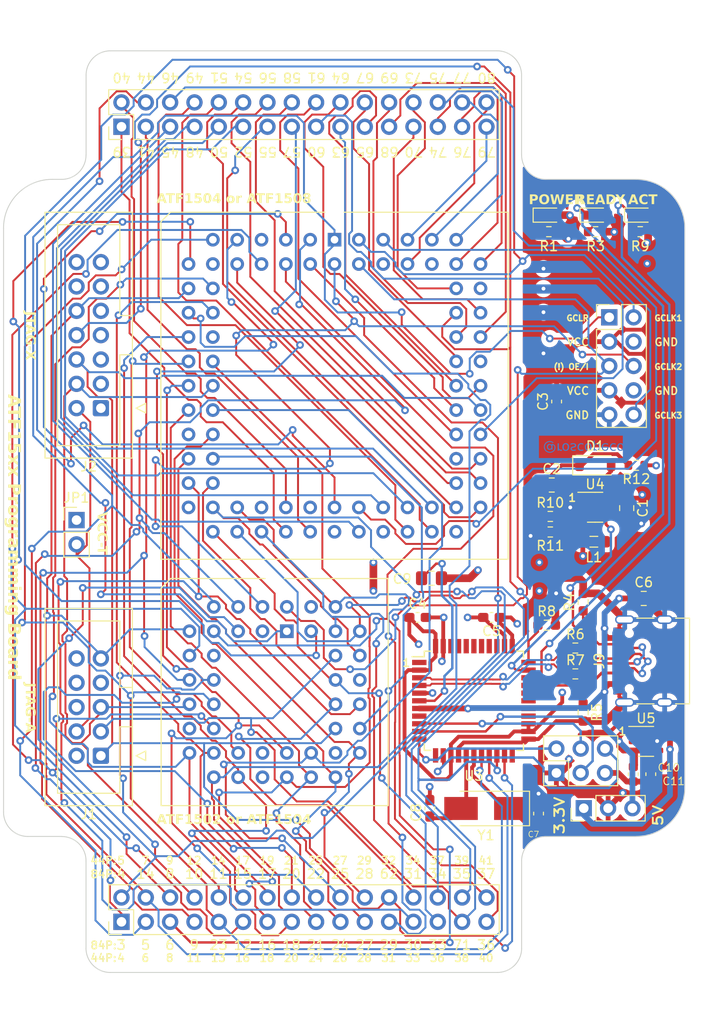
<source format=kicad_pcb>
(kicad_pcb (version 20221018) (generator pcbnew)
  (title_block (title "ATF150x Programming Board") (date "2024-04-09") (rev "2") (company "The Really Old-School Company Limited") (comment 1 "Copyright ©2024"))
  (layers (0 "F.Cu" signal) (1 "In1.Cu" signal) (2 "In2.Cu" signal) (31 "B.Cu" signal) (34 "B.Paste" user) (35 "F.Paste" user) (36 "B.SilkS" user "B.Silkscreen") (37 "F.SilkS" user "F.Silkscreen") (38 "B.Mask" user) (39 "F.Mask" user) (44 "Edge.Cuts" user))
  (net 0 "")
  (net 1 "VCC")
  (net 2 "GND")
  (net 3 "TCK")
  (net 4 "TDO")
  (net 5 "Net-(J1-Pin_4)")
  (net 6 "TMS")
  (net 10 "TDI")
  (net 13 "Net-(LED1-K)")
  (net 14 "GCLR{slash}I")
  (net 15 "GCLK1{slash}I")
  (net 16 "OE1{slash}I")
  (net 17 "GCL2{slash}I")
  (net 18 "GCLK3{slash}IO")
  (net 19 "/32_XTAL1")
  (net 20 "Net-(U3-XTAL2)")
  (net 21 "Net-(U3-UCAP)")
  (net 22 "Net-(J9-CC1)")
  (net 23 "Net-(J9-D+-PadA6)")
  (net 24 "Net-(J9-D--PadA7)")
  (net 26 "Net-(J9-CC2)")
  (net 28 "/PDO")
  (net 29 "/PDI")
  (net 30 "/SCLK")
  (net 31 "/~{RESET}")
  (net 33 "/USBD-")
  (net 34 "/USBD+")
  (net 35 "Net-(U3-~{HWB}{slash}PE2)")
  (net 36 "/~{RDY}")
  (net 37 "Net-(LED2-A)")
  (net 38 "Net-(LED3-A)")
  (net 46 "/~{ACT}")
  (net 53 "Net-(D1-A)")
  (net 55 "Net-(U4-FB)")
  (net 56 "/VPP_EN")
  (net 57 "/IO1")
  (net 58 "/IO2")
  (net 59 "/IO3")
  (net 60 "/IO5")
  (net 61 "/IO6")
  (net 62 "/IO7")
  (net 63 "/IO8")
  (net 64 "/IO10")
  (net 65 "/IO11")
  (net 66 "/IO12")
  (net 67 "/IO13")
  (net 68 "/IO14")
  (net 69 "/IO15")
  (net 70 "/IO16")
  (net 71 "/IO17")
  (net 72 "/IO18")
  (net 73 "/IO19")
  (net 74 "/IO20")
  (net 75 "/IO21")
  (net 76 "/IO22")
  (net 77 "/IO23")
  (net 78 "/IO25")
  (net 79 "/IO26")
  (net 80 "/IO27")
  (net 81 "/IO28")
  (net 82 "/IO30")
  (net 83 "/IO31")
  (net 84 "/IO32")
  (net 85 "/IO33")
  (net 86 "/IO34")
  (net 87 "/IO35")
  (net 88 "/IO36")
  (net 89 "/IO37")
  (net 90 "/IO38")
  (net 91 "/IO39")
  (net 92 "/IO40")
  (net 93 "/IO41")
  (net 94 "/IO42")
  (net 95 "/IO43")
  (net 96 "/IO44")
  (net 97 "/IO45")
  (net 98 "/IO46")
  (net 99 "/IO47")
  (net 100 "/IO48")
  (net 101 "/IO49")
  (net 102 "/IO50")
  (net 103 "/IO52")
  (net 104 "/IO53")
  (net 105 "/IO54")
  (net 106 "/IO55")
  (net 107 "/IO56")
  (net 108 "/IO57")
  (net 109 "/IO58")
  (net 110 "/IO60")
  (net 111 "/IO61")
  (net 112 "/IO62")
  (net 113 "/IO63")
  (net 114 "/IO64")
  (net 115 "/IO65")
  (net 116 "/IO66")
  (net 118 "Net-(D1-K)")
  (net 119 "+3V3")
  (net 121 "VBUS")
  (footprint "Package_LCC:PLCC-44_THT-Socket" (layer "F.Cu") (at 133.71 108.12)
    (fp_text reference "U1" hide)
    (fp_text value "~")
  )
  (footprint "Package_TO_SOT_SMD:SOT-23-5" (layer "F.Cu") (at 171.2015 119.6188)
    (fp_text reference "U5")
    (fp_text value "AP2127K-3.3")
  )
  (footprint "Package_LCC:PLCC-84_THT-Socket" (layer "F.Cu") (at 138.69 67.26)
    (fp_text reference "U2" hide)
    (fp_text value "~")
  )
  (footprint "Capacitor_SMD:C_0603_1608Metric_Pad1.08x0.95mm_HandSolder" (layer "F.Cu") (at 161.8742 84.1491 90)
    (fp_text reference "C3")
    (fp_text value "100n")
  )
  (footprint "Diode_SMD:D_SOD-123" (layer "F.Cu") (at 165.9129 90.805)
    (fp_text reference "D1")
    (fp_text value "1N4148")
  )
  (footprint "Resistor_SMD:R_0603_1608Metric" (layer "F.Cu") (at 165.946032 66.421 180)
    (fp_text reference "R3")
    (fp_text value "2K")
  )
  (footprint "Resistor_SMD:R_0603_1608Metric_Pad0.98x0.95mm_HandSolder" (layer "F.Cu") (at 164.6428 116.586 -90)
    (fp_text reference "R5")
    (fp_text value "5.1K")
  )
  (footprint "Connector_PinHeader_2.54mm:PinHeader_2x16_P2.54mm_Vertical" (layer "F.Cu") (at 116.45 138.45 90)
    (fp_text reference "J6" hide)
    (fp_text value "Conn_02x16_Counter_Clockwise")
  )
  (footprint "Capacitor_SMD:C_0805_2012Metric_Pad1.18x1.45mm_HandSolder" (layer "F.Cu") (at 161.3662 92.8624)
    (fp_text reference "C2")
    (fp_text value "10u")
  )
  (footprint "Connector_IDC:IDC-Header_2x07_P2.54mm_Vertical" (layer "F.Cu") (at 114.3 84.84 180)
    (fp_text reference "J2")
    (fp_text value "Conn_02x07_Odd_Even")
  )
  (footprint "LED_SMD:LED_0603_1608Metric_Pad1.05x0.95mm_HandSolder" (layer "F.Cu") (at 161.0839 64.6938)
    (fp_text reference "LED1" hide)
    (fp_text value "RED")
  )
  (footprint "Connector_PinHeader_2.54mm:PinHeader_2x16_P2.54mm_Vertical" (layer "F.Cu") (at 116.45 55.47 90)
    (fp_text reference "J7" hide)
    (fp_text value "Conn_02x16_Counter_Clockwise")
  )
  (footprint "Connector_PinHeader_2.54mm:PinHeader_2x03_P2.54mm_Vertical" (layer "F.Cu") (at 161.8488 122.9106 90)
    (fp_text reference "J10" hide)
    (fp_text value "Conn_02x03_Odd_Even")
  )
  (footprint "Connector_PinHeader_2.54mm:PinHeader_1x03_P2.54mm_Vertical" (layer "F.Cu") (at 164.7086 126.5936 90)
    (fp_text reference "JP2" hide)
    (fp_text value "Voltage")
  )
  (footprint "Capacitor_SMD:C_0603_1608Metric" (layer "F.Cu") (at 169.8798 123.0376 -90)
    (fp_text reference "C10")
    (fp_text value "4.7u")
  )
  (footprint "Resistor_SMD:R_0603_1608Metric" (layer "F.Cu") (at 161.2138 96.139)
    (fp_text reference "R10")
    (fp_text value "100K")
  )
  (footprint "Capacitor_SMD:C_0603_1608Metric" (layer "F.Cu") (at 171.704 123.0376 -90)
    (fp_text reference "C11")
    (fp_text value "4.7u")
  )
  (footprint "Resistor_SMD:R_0603_1608Metric" (layer "F.Cu") (at 161.0614 66.421)
    (fp_text reference "R1")
    (fp_text value "2K")
  )
  (footprint "Connector_USB:USB_C_Receptacle_Palconn_UTC16-G" (layer "F.Cu") (at 170.9118 111.2286 90)
    (fp_text reference "J9")
    (fp_text value "USB_C")
  )
  (footprint "Crystal:Crystal_SMD_5032-2Pin_5.0x3.2mm_HandSoldering" (layer "F.Cu") (at 154.4955 126.619 180)
    (fp_text reference "Y1")
    (fp_text value "8MHz")
  )
  (footprint "Package_QFP:TQFP-44_10x10mm_P0.8mm" (layer "F.Cu") (at 153.2382 115.3794)
    (fp_text reference "U3")
    (fp_text value "ATmega32U4-AU")
  )
  (footprint "Capacitor_SMD:C_0603_1608Metric_Pad1.08x0.95mm_HandSolder" (layer "F.Cu") (at 147.36 106.68)
    (fp_text reference "C4")
    (fp_text value "100n")
  )
  (footprint "Connector_PinHeader_2.54mm:PinHeader_2x05_P2.54mm_Vertical" (layer "F.Cu") (at 167.37 75.36)
    (fp_text reference "J8" hide)
    (fp_text value "Conn_02x03_Odd_Even")
  )
  (footprint "Capacitor_SMD:C_0805_2012Metric_Pad1.18x1.45mm_HandSolder" (layer "F.Cu") (at 148.8186 102.5906)
    (fp_text reference "C9")
    (fp_text value "1u")
  )
  (footprint "Resistor_SMD:R_0603_1608Metric_Pad0.98x0.95mm_HandSolder" (layer "F.Cu") (at 163.83 112.5728)
    (fp_text reference "R7")
    (fp_text value "22R")
  )
  (footprint "Resistor_SMD:R_0603_1608Metric_Pad0.98x0.95mm_HandSolder" (layer "F.Cu") (at 163.83 109.8768)
    (fp_text reference "R6")
    (fp_text value "22R")
  )
  (footprint "Resistor_SMD:R_0603_1608Metric" (layer "F.Cu") (at 161.2138 97.7646 180)
    (fp_text reference "R11")
    (fp_text value "10K")
  )
  (footprint "Capacitor_SMD:C_0603_1608Metric_Pad1.08x0.95mm_HandSolder" (layer "F.Cu") (at 148.6408 126.5975 90)
    (fp_text reference "C8")
    (fp_text value "22p")
  )
  (footprint "Capacitor_SMD:C_0805_2012Metric_Pad1.18x1.45mm_HandSolder" (layer "F.Cu") (at 169.1894 95.2715 -90)
    (fp_text reference "C1")
    (fp_text value "10u")
  )
  (footprint "Capacitor_SMD:C_0603_1608Metric_Pad1.08x0.95mm_HandSolder" (layer "F.Cu") (at 155.0778 106.68 180)
    (fp_text reference "C5")
    (fp_text value "100n")
  )
  (footprint "Connector_PinHeader_2.54mm:PinHeader_1x02_P2.54mm_Vertical" (layer "F.Cu") (at 111.76 96.52)
    (fp_text reference "JP1")
    (fp_text value "Jumper_2_Bridged")
  )
  (footprint "Inductor_SMD:L_0805_2012Metric_Pad1.05x1.20mm_HandSolder" (layer "F.Cu") (at 165.7604 98.7806)
    (fp_text reference "L1")
    (fp_text value "4.7uH")
  )
  (footprint "Resistor_SMD:R_0603_1608Metric" (layer "F.Cu") (at 170.60095 66.421 180)
    (fp_text reference "R9")
    (fp_text value "2K")
  )
  (footprint "LED_SMD:LED_0603_1608Metric_Pad1.05x0.95mm_HandSolder" (layer "F.Cu") (at 165.968532 64.6938)
    (fp_text reference "LED2" hide)
    (fp_text value "GREEN")
  )
  (footprint "Package_TO_SOT_SMD:SOT-23-5" (layer "F.Cu") (at 165.8904 95.1806)
    (fp_text reference "U4")
    (fp_text value "MT3540")
  )
  (footprint "Resistor_SMD:R_0603_1608Metric_Pad0.98x0.95mm_HandSolder" (layer "F.Cu") (at 164.6428 105.0798 90)
    (fp_text reference "R4")
    (fp_text value "5.1K")
  )
  (footprint "Capacitor_SMD:C_0603_1608Metric_Pad1.08x0.95mm_HandSolder" (layer "F.Cu") (at 159.9894 127.1535 90)
    (fp_text reference "C7")
    (fp_text value "22p")
  )
  (footprint "Resistor_SMD:R_0603_1608Metric" (layer "F.Cu") (at 170.1932 90.805 180)
    (fp_text reference "R12")
    (fp_text value "2.2K")
  )
  (footprint "Connector_IDC:IDC-Header_2x05_P2.54mm_Vertical" (layer "F.Cu") (at 114.3 121.12 180)
    (fp_text reference "J1")
    (fp_text value "Conn_02x05_Odd_Even")
  )
  (footprint "Capacitor_SMD:C_0805_2012Metric_Pad1.18x1.45mm_HandSolder" (layer "F.Cu") (at 170.9674 104.6988)
    (fp_text reference "C6")
    (fp_text value "10u")
  )
  (footprint "Resistor_SMD:R_0603_1608Metric_Pad0.98x0.95mm_HandSolder" (layer "F.Cu") (at 160.8328 107.4928 180)
    (fp_text reference "R8")
    (fp_text value "10k")
  )
  (footprint "LED_SMD:LED_0603_1608Metric_Pad1.05x0.95mm_HandSolder" (layer "F.Cu") (at 170.62345 64.6938)
    (fp_text reference "LED3" hide)
    (fp_text value "ORANGE")
  )
  (gr_line (start 112.756051 50.086051) (end 112.756051 58.42) (stroke (width 0.1)) (layer "Edge.Cuts"))
  (gr_arc (start 112.75 58.42) (mid 112.006051 60.216051) (end 110.21 60.96) (stroke (width 0.1)) (layer "Edge.Cuts"))
  (gr_arc (start 158.22 132.086051) (mid 158.963948 130.289999) (end 160.76 129.546051) (stroke (width 0.1)) (layer "Edge.Cuts"))
  (gr_line (start 175.26 66.04) (end 175.26 124.46) (stroke (width 0.1)) (layer "Edge.Cuts"))
  (gr_arc (start 158.223948 141.193948) (mid 157.48 142.99) (end 155.683948 143.733948) (stroke (width 0.1)) (layer "Edge.Cuts"))
  (gr_arc (start 160.76 60.96) (mid 158.963949 60.216051) (end 158.22 58.42) (stroke (width 0.1)) (layer "Edge.Cuts"))
  (gr_line (start 115.286051 143.733949) (end 155.683948 143.733949) (stroke (width 0.1)) (layer "Edge.Cuts"))
  (gr_line (start 112.75 132.086051) (end 112.75 141.193949) (stroke (width 0.1)) (layer "Edge.Cuts"))
  (gr_arc (start 110.21 129.546051) (mid 112.006051 130.29) (end 112.75 132.086051) (stroke (width 0.1)) (layer "Edge.Cuts"))
  (gr_line (start 160.76 129.546051) (end 170.18 129.546051) (stroke (width 0.1)) (layer "Edge.Cuts"))
  (gr_line (start 115.296051 47.546051) (end 155.673949 47.546051) (stroke (width 0.1)) (layer "Edge.Cuts"))
  (gr_arc (start 175.26 124.46) (mid 173.772102 128.052102) (end 170.18 129.54) (stroke (width 0.1)) (layer "Edge.Cuts"))
  (gr_arc (start 155.673949 47.546051) (mid 157.47 48.29) (end 158.213949 50.086051) (stroke (width 0.1)) (layer "Edge.Cuts"))
  (gr_arc (start 170.18 60.96) (mid 173.772102 62.447898) (end 175.26 66.04) (stroke (width 0.1)) (layer "Edge.Cuts"))
  (gr_line (start 160.76 60.96) (end 170.18 60.96) (stroke (width 0.1)) (layer "Edge.Cuts"))
  (gr_line (start 109.22 60.96) (end 110.21 60.96) (stroke (width 0.1)) (layer "Edge.Cuts"))
  (gr_line (start 106.68 129.54) (end 110.21 129.54) (stroke (width 0.1)) (layer "Edge.Cuts"))
  (gr_arc (start 115.286051 143.733949) (mid 113.49 142.99) (end 112.746051 141.193949) (stroke (width 0.1)) (layer "Edge.Cuts"))
  (gr_line (start 158.213949 50.086051) (end 158.213949 58.42) (stroke (width 0.1)) (layer "Edge.Cuts"))
  (gr_arc (start 104.14 66.04) (mid 105.627898 62.447898) (end 109.22 60.96) (stroke (width 0.1)) (layer "Edge.Cuts"))
  (gr_line (start 158.22 132.086051) (end 158.22 141.193948) (stroke (width 0.1)) (layer "Edge.Cuts"))
  (gr_arc (start 106.68 129.54) (mid 104.883949 128.796051) (end 104.14 127) (stroke (width 0.1)) (layer "Edge.Cuts"))
  (gr_line (start 104.14 127) (end 104.14 66.04) (stroke (width 0.1)) (layer "Edge.Cuts"))
  (gr_arc (start 112.756051 50.086051) (mid 113.5 48.29) (end 115.296051 47.546051) (stroke (width 0.1)) (layer "Edge.Cuts"))
  (gr_text "@roscopeco" (at 160.4518 88.3412 180) (layer "B.Cu") (effects (font (size 1 1) (thickness 0.1875)) (justify left bottom mirror)))
  (gr_text "JTAG-X" (at 106.3 74.706253 270) (layer "F.SilkS") (effects (font (size 1 1) (thickness 0.25) bold) (justify left bottom)))
  (gr_text "44" (at 120.067381 49.75 180) (layer "F.SilkS") (effects (font (size 1 1)) (justify left bottom)))
  (gr_text "5V" (at 173.0502 128.570514 90) (layer "F.SilkS") (effects (font (size 1 1.2) (thickness 0.2) bold) (justify left bottom)))
  (gr_text "52" (at 130.227381 57.5 180) (layer "F.SilkS") (effects (font (size 1 1)) (justify left bottom)))
  (gr_text "17" (at 130.612619 134.03) (layer "F.SilkS") (effects (font (size 1 1)) (justify left bottom)))
  (gr_text "76" (at 153.087381 57.5 180) (layer "F.SilkS") (effects (font (size 1 1)) (justify left bottom)))
  (gr_text "69" (at 145.467381 49.75 180) (layer "F.SilkS") (effects (font (size 1 1)) (justify left bottom)))
  (gr_text "67" (at 142.927381 49.75 180) (layer "F.SilkS") (effects (font (size 1 1)) (justify left bottom)))
  (gr_text "8" (at 121.004048 142.69) (layer "F.SilkS") (effects (font (size 0.8 0.8)) (justify left bottom)))
  (gr_text "27" (at 138.403095 132.52) (layer "F.SilkS") (effects (font (size 0.8 0.8)) (justify left bottom)))
  (gr_text "65" (at 142.927381 57.5 180) (layer "F.SilkS") (effects (font (size 1 1)) (justify left bottom)))
  (gr_text "38" (at 151.103095 142.69) (layer "F.SilkS") (effects (font (size 0.8 0.8)) (justify left bottom)))
  (gr_text "33" (at 148.392619 141.45) (layer "F.SilkS") (effects (font (size 1 1)) (justify left bottom)))
  (gr_text "16" (at 130.612619 141.45) (layer "F.SilkS") (effects (font (size 1 1)) (justify left bottom)))
  (gr_text "JTAG-A" (at 106.3 113.487663 270) (layer "F.SilkS") (effects (font (size 1 1) (thickness 0.25) bold) (justify left bottom)))
  (gr_text "GND" (at 162.7124 86.03875) (layer "F.SilkS") (effects (font (size 0.8 0.8)) (justify left bottom)))
  (gr_text "44P:" (at 113.13 142.69) (layer "F.SilkS") (effects (font (size 0.8 0.8)) (justify left bottom)))
  (gr_text "39" (at 117.527381 57.5 180) (layer "F.SilkS") (effects (font (size 1 1)) (justify left bottom)))
  (gr_text "6" (at 120.92881 141.45) (layer "F.SilkS") (effects (font (size 1 1)) (justify left bottom)))
  (gr_text "50" (at 127.687381 57.5 180) (layer "F.SilkS") (effects (font (size 1 1)) (justify left bottom)))
  (gr_text "84P:" (at 113.13 133.947) (layer "F.SilkS") (effects (font (size 0.8 0.8)) (justify left bottom)))
  (gr_text "31" (at 145.852619 134.03) (layer "F.SilkS") (effects (font (size 1 1)) (justify left bottom)))
  (gr_text "41" (at 120.067381 57.5 180) (layer "F.SilkS") (effects (font (size 1 1)) (justify left bottom)))
  (gr_text "56" (at 132.767381 49.75 180) (layer "F.SilkS") (effects (font (size 1 1)) (justify left bottom)))
  (gr_text "4" (at 115.84881 134.03) (layer "F.SilkS") (effects (font (size 1 1)) (justify left bottom)))
  (gr_text "16" (at 128.243095 142.69) (layer "F.SilkS") (effects (font (size 0.8 0.8)) (justify left bottom)))
  (gr_text "GCLK2" (at 172.0088 80.87575) (layer "F.SilkS") (effects (font (size 0.6 0.6)) (justify left bottom)))
  (gr_text "13" (at 125.703095 142.69) (layer "F.SilkS") (effects (font (size 0.8 0.8)) (justify left bottom)))
  (gr_text "77" (at 153.087381 49.75 180) (layer "F.SilkS") (effects (font (size 1 1)) (justify left bottom)))
  (gr_text "64" (at 140.387381 49.75 180) (layer "F.SilkS") (effects (font (size 1 1)) (justify left bottom)))
  (gr_text "15" (at 128.072619 134.03) (layer "F.SilkS") (effects (font (size 1 1)) (justify left bottom)))
  (gr_text "71" (at 150.932619 141.45) (layer "F.SilkS") (effects (font (size 1 1)) (justify left bottom)))
  (gr_text "27" (at 140.772619 141.45) (layer "F.SilkS") (effects (font (size 1 1)) (justify left bottom)))
  (gr_text "34" (at 148.392619 134.03) (layer "F.SilkS") (effects (font (size 1 1)) (justify left bottom)))
  (gr_text "24" (at 138.232619 141.45) (layer "F.SilkS") (effects (font (size 1 1)) (justify left bottom)))
  (gr_text "VCC-T" (at 113.8 95.657876 270) (layer "F.SilkS") (effects (font (size 1 1) (thickness 0.25) bold) (justify left bottom)))
  (gr_text "6" (at 118.464048 142.69) (layer "F.SilkS") (effects (font (size 0.8 0.8)) (justify left bottom)))
  (gr_text "49" (at 125.147381 49.75 180) (layer "F.SilkS") (effects (font (size 1 1)) (justify left bottom)))
  (gr_text "48" (at 125.147381 57.5 180) (layer "F.SilkS") (effects (font (size 1 1)) (justify left bottom)))
  (gr_text "ATF15xx Programming Board" (at 104.41 83.38 -90) (layer "F.SilkS") (effects (font (size 1.3 1.3) (thickness 0.26) bold) (justify left bottom)))
  (gr_text "1" (at 168.2588 119.0406) (layer "F.SilkS") (effects (font (size 0.8 0.8) (thickness 0.16) bold) (justify left bottom)))
  (gr_text "34" (at 146.023095 132.52) (layer "F.SilkS") (effects (font (size 0.8 0.8)) (justify left bottom)))
  (gr_text "57" (at 135.307381 57.5 180) (layer "F.SilkS") (effects (font (size 1 1)) (justify left bottom)))
  (gr_text "9" (at 121.004048 132.52) (layer "F.SilkS") (effects (font (size 0.8 0.8)) (justify left bottom)))
  (gr_text "36" (at 148.563095 142.69) (layer "F.SilkS") (effects (font (size 0.8 0.8)) (justify left bottom)))
  (gr_text "21" (at 135.692619 141.45) (layer "F.SilkS") (effects (font (size 1 1)) (justify left bottom)))
  (gr_text "41" (at 153.643095 132.52) (layer "F.SilkS") (effects (font (size 0.8 0.8)) (justify left bottom)))
  (gr_text "5" (at 118.38881 141.45) (layer "F.SilkS") (effects (font (size 1 1)) (justify left bottom)))
  (gr_text "73" (at 148.007381 49.75 180) (layer "F.SilkS") (effects (font (size 1 1)) (justify left bottom)))
  (gr_text "20" (at 133.323095 142.69) (layer "F.SilkS") (effects (font (size 0.8 0.8)) (justify left bottom)))
  (gr_text "29" (at 140.943095 132.52) (layer "F.SilkS") (effects (font (size 0.8 0.8)) (justify left bottom)))
  (gr_text "ACT" (at 169.337726 63.716) (layer "F.SilkS") (effects (font (size 1 1) (thickness 0.25) bold) (justify left bottom)))
  (gr_text "80" (at 155.627381 49.75 180) (layer "F.SilkS") (effects (font (size 1 1)) (justify left bottom)))
  (gr_text "VCC" (at 162.864781 83.49875) (layer "F.SilkS") (effects (font (size 0.8 0.8)) (justify left bottom)))
  (gr_text "ATF1502 or ATF1504" (at 120.1 128.4) (layer "F.SilkS") (effects (font (size 1 1) (thickness 0.25) bold) (justify left bottom)))
  (gr_text "55" (at 132.767381 57.5 180) (layer "F.SilkS") (effects (font (size 1 1)) (justify left bottom)))
  (gr_text "GCLK1" (at 172.0088 75.79575) (layer "F.SilkS") (effects (font (size 0.6 0.6) (thickness 0.15) bold) (justify left bottom)))
  (gr_text "14" (at 117.912619 134.03) (layer "F.SilkS") (effects (font (size 1 1)) (justify left bottom)))
  (gr_text "28" (at 140.772619 134.03) (layer "F.SilkS") (effects (font (size 1 1)) (justify left bottom)))
  (gr_text "32" (at 143.483095 132.52) (layer "F.SilkS") (effects (font (size 0.8 0.8)) (justify left bottom)))
  (gr_text "44P:" (at 113.13 132.52) (layer "F.SilkS") (effects (font (size 0.8 0.8)) (justify left bottom)))
  (gr_text "20" (at 133.152619 134.03) (layer "F.SilkS") (effects (font (size 1 1)) (justify left bottom)))
  (gr_text "18" (at 133.152619 141.45) (layer "F.SilkS") (effects (font (size 1 1)) (justify left bottom)))
  (gr_text "40" (at 117.527381 49.75 180) (layer "F.SilkS") (effects (font (size 1 1)) (justify left bottom)))
  (gr_text "10" (at 122.992619 134.03) (layer "F.SilkS") (effects (font (size 1 1)) (justify left bottom)))
  (gr_text "51" (at 127.687381 49.75 180) (layer "F.SilkS") (effects (font (size 1 1)) (justify left bottom)))
  (gr_text "84P:" (at 113.13 141.367) (layer "F.SilkS") (effects (font (size 0.8 0.8)) (justify left bottom)))
  (gr_text "29" (at 143.312619 141.45) (layer "F.SilkS") (effects (font (size 1 1)) (justify left bottom)))
  (gr_text "62" (at 143.312619 134.03) (layer "F.SilkS") (effects (font (size 1 1)) (justify left bottom)))
  (gr_text "24" (at 135.863095 142.69) (layer "F.SilkS") (effects (font (size 0.8 0.8)) (justify left bottom)))
  (gr_text "74" (at 150.547381 57.5 180) (layer "F.SilkS") (effects (font (size 1 1)) (justify left bottom)))
  (gr_text "8" (at 120.92881 134.03) (layer "F.SilkS") (effects (font (size 1 1)) (justify left bottom)))
  (gr_text "21" (at 133.323095 132.52) (layer "F.SilkS") (effects (font (size 0.8 0.8)) (justify left bottom)))
  (gr_text "17" (at 128.243095 132.52) (layer "F.SilkS") (effects (font (size 0.8 0.8)) (justify left bottom)))
  (gr_text "18" (at 130.783095 142.69) (layer "F.SilkS") (effects (font (size 0.8 0.8)) (justify left bottom)))
  (gr_text "35" (at 150.932619 134.03) (layer "F.SilkS") (effects (font (size 1 1)) (justify left bottom)))
  (gr_text "(!)️ OE/I" (at 161.481925 80.87575) (layer "F.SilkS") (effects (font (size 0.6 0.6)) (justify left bottom)))
  (gr_text "25" (at 138.232619 134.03) (layer "F.SilkS") (effects (font (size 1 1)) (justify left bottom)))
  (gr_text "75" (at 150.547381 49.75 180) (layer "F.SilkS") (effects (font (size 1 1)) (justify left bottom)))
  (gr_text "READY" (at 163.840659 63.716) (layer "F.SilkS") (effects (font (size 1 1) (thickness 0.25) bold) (justify left bottom)))
  (gr_text "7" (at 118.464048 132.52) (layer "F.SilkS") (effects (font (size 0.8 0.8)) (justify left bottom)))
  (gr_text "28" (at 140.943095 142.69) (layer "F.SilkS") (effects (font (size 0.8 0.8)) (justify left bottom)))
  (gr_text "70" (at 148.007381 57.5 180) (layer "F.SilkS") (effects (font (size 1 1)) (justify left bottom)))
  (gr_text "3" (at 115.84881 141.45) (layer "F.SilkS") (effects (font (size 1 1)) (justify left bottom)))
  (gr_text "19" (at 130.783095 132.52) (layer "F.SilkS") (effects (font (size 0.8 0.8)) (justify left bottom)))
  (gr_text "11" (at 125.532619 134.03) (layer "F.SilkS") (effects (font (size 1 1)) (justify left bottom)))
  (gr_text "36" (at 153.472619 141.45) (layer "F.SilkS") (effects (font (size 1 1)) (justify left bottom)))
  (gr_text "5" (at 115.924048 132.52) (layer "F.SilkS") (effects (font (size 0.8 0.8)) (justify left bottom)))
  (gr_text "30" (at 145.852619 141.45) (layer "F.SilkS") (effects (font (size 1 1)) (justify left bottom)))
  (gr_text "37" (at 153.472619 134.03) (layer "F.SilkS") (effects (font (size 1 1)) (justify left bottom)))
  (gr_text "79" (at 155.627381 57.5 180) (layer "F.SilkS") (effects (font (size 1 1)) (justify left bottom)))
  (gr_text "11" (at 123.163095 142.69) (layer "F.SilkS") (effects (font (size 0.8 0.8)) (justify left bottom)))
  (gr_text "33" (at 146.023095 142.69) (layer "F.SilkS") (effects (font (size 0.8 0.8)) (justify left bottom)))
  (gr_text "14" (at 125.703095 132.52) (layer "F.SilkS") (effects (font (size 0.8 0.8)) (justify left bottom)))
  (gr_text "GND" (at 172.0088 78.41875) (layer "F.SilkS") (effects (font (size 0.8 0.8)) (justify left bottom)))
  (gr_text "63" (at 140.387381 57.5 180) (layer "F.SilkS") (effects (font (size 1 1)) (justify left bottom)))
  (gr_text "GND" (at 172.0088 83.49875) (layer "F.SilkS") (effects (font (size 0.8 0.8)) (justify left bottom)))
  (gr_text "37" (at 148.563095 132.52) (layer "F.SilkS") (effects (font (size 0.8 0.8)) (justify left bottom)))
  (gr_text "45" (at 122.607381 57.5 180) (layer "F.SilkS") (effects (font (size 1 1)) (justify left bottom)))
  (gr_text "60" (at 137.847381 57.5 180) (layer "F.SilkS") (effects (font (size 1 1)) (justify left bottom)))
  (gr_text "31" (at 143.483095 142.69) (layer "F.SilkS") (effects (font (size 0.8 0.8)) (justify left bottom)))
  (gr_text "POWER" (at 158.956027 63.716) (layer "F.SilkS") (effects (font (size 1 1) (thickness 0.25) bold) (justify left bottom)))
  (gr_text "61" (at 137.847381 49.75 180) (layer "F.SilkS") (effects (font (size 1 1)) (justify left bottom)))
  (gr_text "22" (at 135.692619 134.03) (layer "F.SilkS") (effects (font (size 1 1)) (justify left bottom)))
  (gr_text "VCC" (at 162.864781 78.41875) (layer "F.SilkS") (effects (font (size 0.8 0.8)) (justify left bottom)))
  (gr_text "54" (at 130.227381 49.75 180) (layer "F.SilkS") (effects (font (size 1 1)) (justify left bottom)))
  (gr_text "12" (at 123.163095 132.52) (layer "F.SilkS") (effects (font (size 0.8 0.8)) (justify left bottom)))
  (gr_text "9" (at 123.46881 141.45) (layer "F.SilkS") (effects (font (size 1 1)) (justify left bottom)))
  (gr_text "26" (at 138.403095 142.69) (layer "F.SilkS") (effects (font (size 0.8 0.8)) (justify left bottom)))
  (gr_text "68" (at 145.467381 57.5 180) (layer "F.SilkS") (effects (font (size 1 1)) (justify left bottom)))
  (gr_text "1" (at 163.0172 94.6658) (layer "F.SilkS") (effects (font (size 0.8 0.8) (thickness 0.16) bold) (justify left bottom)))
  (gr_text "1" (at 145.6944 111.887) (layer "F.SilkS") (effects (font (size 0.8 0.8) (thickness 0.16) bold) (justify left bottom)))
  (gr_text "40" (at 153.643095 142.69) (layer "F.SilkS") (effects (font (size 0.8 0.8)) (justify left bottom)))
  (gr_text "39" (at 151.103095 132.52) (layer "F.SilkS") (effects (font (size 0.8 0.8)) (justify left bottom)))
  (gr_text "3.3V" (at 162.7632 129.427657 90) (layer "F.SilkS") (effects (font (size 1 1.2) (thickness 0.2) bold) (justify left bottom)))
  (gr_text "4" (at 115.924048 142.69) (layer "F.SilkS") (effects (font (size 0.8 0.8)) (justify left bottom)))
  (gr_text "46" (at 122.607381 49.75 180) (layer "F.SilkS") (effects (font (size 1 1)) (justify left bottom)))
  (gr_text "12" (at 128.072619 141.45) (layer "F.SilkS") (effects (font (size 1 1)) (justify left bottom)))
  (gr_text "ATF1504 or ATF1508" (at 120.1 63.6) (layer "F.SilkS") (effects (font (size 1 1) (thickness 0.25) bold) (justify left bottom)))
  (gr_text "25" (at 135.863095 132.52) (layer "F.SilkS") (effects (font (size 0.8 0.8)) (justify left bottom)))
  (gr_text "GCLR" (at 162.824781 75.79575) (layer "F.SilkS") (effects (font (size 0.6 0.6)) (justify left bottom)))
  (gr_text "23" (at 125.532619 141.45) (layer "F.SilkS") (effects (font (size 1 1)) (justify left bottom)))
  (gr_text "58" (at 135.307381 49.75 180) (layer "F.SilkS") (effects (font (size 1 1)) (justify left bottom)))
  (gr_text "GCLK3" (at 172.0088 85.95575) (layer "F.SilkS") (effects (font (size 0.6 0.6)) (justify left bottom)))
  (segment (start 167.863232 66.421) (end 167.888632 66.4464) (width 0.8) (layer "F.Cu") (net 1))
  (segment (start 165.8986 125.2436) (end 164.1818 125.2436) (width 0.6) (layer "F.Cu") (net 1))
  (segment (start 172.4914 69.7484) (end 172.563526 69.820526) (width 0.8) (layer "F.Cu") (net 1))
  (segment (start 164.6104 98.7806) (end 164.6104 100.2722) (width 0.4) (layer "F.Cu") (net 1))
  (segment (start 149.2382 108.395) (end 148.971 108.1278) (width 0.4) (layer "F.Cu") (net 1))
  (segment (start 164.6104 100.2722) (end 164.6174 100.2792) (width 0.4) (layer "F.Cu") (net 1))
  (segment (start 164.1818 125.2436) (end 161.8488 122.9106) (width 0.6) (layer "F.Cu") (net 1))
  (segment (start 155.9403 107.2315) (end 155.9403 106.68) (width 0.4) (layer "F.Cu") (net 1))
  (segment (start 166.771032 66.421) (end 167.863232 66.421) (width 0.8) (layer "F.Cu") (net 1))
  (segment (start 167.0279 94.2306) (end 169.186 94.2306) (width 0.4) (layer "F.Cu") (net 1))
  (segment (start 167.37 82.98) (end 162.7142 82.98) (width 0.4) (layer "F.Cu") (net 1))
  (segment (start 158.9382 118.5794) (end 158.9382 117.7794) (width 0.4) (layer "F.Cu") (net 1))
  (segment (start 161.911 64.6938) (end 163.2458 64.6938) (width 0.8) (layer "F.Cu") (net 1))
  (segment (start 171.265 84.27) (end 171.2722 84.2772) (width 0.4) (layer "F.Cu") (net 1))
  (segment (start 171.42595 66.421) (end 171.42595 67.469168) (width 0.8) (layer "F.Cu") (net 1))
  (segment (start 146.4975 106.68) (end 146.4975 108.4991) (width 0.4) (layer "F.Cu") (net 1))
  (segment (start 146.4975 108.4991) (end 147.4724 109.474) (width 0.4) (layer "F.Cu") (net 1))
  (segment (start 150.8382 123.1516) (end 150.8382 121.0794) (width 0.4) (layer "F.Cu") (net 1))
  (segment (start 170.4594 94.234) (end 170.815 93.8784) (width 0.4) (layer "F.Cu") (net 1))
  (segment (start 169.1894 94.234) (end 170.4594 94.234) (width 0.4) (layer "F.Cu") (net 1))
  (segment (start 168.142233 77.9) (end 169.414033 79.1718) (width 0.4) (layer "F.Cu") (net 1))
  (segment (start 147.9453 108.1278) (end 146.4975 106.68) (width 0.4) (layer "F.Cu") (net 1))
  (segment (start 146.3882 112.1794) (end 145.9992 112.5684) (width 0.4) (layer "F.Cu") (net 1))
  (segment (start 171.42595 67.469168) (end 171.323418 67.5717) (width 0.8) (layer "F.Cu") (net 1))
  (segment (start 167.2486 126.5278) (end 168.783 124.9934) (width 0.6) (layer "F.Cu") (net 1))
  (segment (start 148.6882 112.1794) (end 148.6882 111.33683) (width 0.4) (layer "F.Cu") (net 1))
  (segment (start 162.461985 115.530615) (end 162.461985 114.5044) (width 0.4) (layer "F.Cu") (net 1))
  (segment (start 157.4424 118.5794) (end 156.8904 119.1314) (width 0.4) (layer "F.Cu") (net 1))
  (segment (start 150.4188 123.571) (end 150.8382 123.1516) (width 0.4) (layer "F.Cu") (net 1))
  (segment (start 147.5382 112.1794) (end 148.6882 112.1794) (width 0.4) (layer "F.Cu") (net 1))
  (segment (start 162.7142 82.98) (end 162.4076 83.2866) (width 0.4) (layer "F.Cu") (net 1))
  (segment (start 168.66 84.27) (end 171.265 84.27) (width 0.4) (layer "F.Cu") (net 1))
  (segment (start 167.37 82.98) (end 168.66 84.27) (width 0.4) (layer "F.Cu") (net 1))
  (segment (start 159.4132 118.5794) (end 162.461985 115.530615) (width 0.4) (layer "F.Cu") (net 1))
  (segment (start 161.8742 123.3932) (end 163.1696 122.0978) (width 0.6) (layer "F.Cu") (net 1))
  (segment (start 149.2382 109.6794) (end 149.2382 108.395) (width 0.4) (layer "F.Cu") (net 1))
  (segment (start 147.5382 112.1794) (end 146.3882 112.1794) (width 0.4) (layer "F.Cu") (net 1))
  (segment (start 169.414033 79.1718) (end 171.704 79.1718) (width 0.4) (layer "F.Cu") (net 1))
  (segment (start 148.6882 111.33683) (end 149.2382 110.78683) (width 0.4) (layer "F.Cu") (net 1))
  (segment (start 157.099 106.68) (end 157.7594 107.3404) (width 0.4) (layer "F.Cu") (net 1))
  (segment (start 145.9992 120.433029) (end 149.137171 123.571) (width 0.4) (layer "F.Cu") (net 1))
  (segment (start 149.137171 123.571) (end 150.4188 123.571) (width 0.4) (layer "F.Cu") (net 1))
  (segment (start 168.62 76.65) (end 171.7476 76.65) (width 0.4) (layer "F.Cu") (net 1))
  (segment (start 148.971 108.1278) (end 147.9453 108.1278) (width 0.4) (layer "F.Cu") (net 1))
  (segment (start 150.8382 119.9294) (end 150.8382 121.0794) (width 0.4) (layer "F.Cu") (net 1))
  (segment (start 171.323418 69.7484) (end 172.4914 69.7484) (width 0.8) (layer "F.Cu") (net 1))
  (segment (start 158.9382 118.5794) (end 157.4424 118.5794) (width 0.4) (layer "F.Cu") (net 1))
  (segment (start 142.748 100.9396) (end 142.748 103.9114) (width 0.8) (layer "F.Cu") (net 1))
  (segment (start 155.9403 106.68) (end 157.099 106.68) (width 0.4) (layer "F.Cu") (net 1))
  (segment (start 145.9992 112.5684) (end 145.9992 120.433029) (width 0.4) (layer "F.Cu") (net 1))
  (segment (start 160.0708 100.9396) (end 160.0708 103.886) (width 0.8) (layer "F.Cu") (net 1))
  (segment (start 163.1696 122.0978) (end 163.1696 121.4628) (width 0.6) (layer "F.Cu") (net 1))
  (segment (start 156.8904 119.1314) (end 151.6362 119.1314) (width 0.4) (layer "F.Cu") (net 1))
  (segment (start 149.2382 110.78683) (end 149.2382 109.6794) (width 0.4) (layer "F.Cu") (net 1))
  (segment (start 157.2382 108.5294) (end 155.9403 107.2315) (width 0.4) (layer "F.Cu") (net 1))
  (segment (start 157.2382 109.6794) (end 157.2382 108.5294) (width 0.4) (layer "F.Cu") (net 1))
  (segment (start 162.4076 83.2866) (end 161.8742 83.2866) (width 0.4) (layer "F.Cu") (net 1))
  (segment (start 167.37 77.9) (end 168.142233 77.9) (width 0.4) (layer "F.Cu") (net 1))
  (segment (start 167.37 77.9) (end 168.62 76.65) (width 0.4) (layer "F.Cu") (net 1))
  (segment (start 171.7548 76.6572) (end 171.7476 76.65) (width 0.4) (layer "F.Cu") (net 1))
  (segment (start 167.2486 126.5936) (end 165.8986 125.2436) (width 0.6) (layer "F.Cu") (net 1))
  (segment (start 151.6362 119.1314) (end 150.8382 119.9294) (width 0.4) (layer "F.Cu") (net 1))
  (via (at 167.888632 66.4464) (size 0.8) (drill 0.4) (layers "F.Cu" "B.Cu") (net 1))
  (via (at 170.815 93.8784) (size 0.8) (drill 0.4) (layers "F.Cu" "B.Cu") (net 1))
  (via (at 171.323418 67.5717) (size 0.8) (drill 0.4) (layers "F.Cu" "B.Cu") (net 1))
  (via (at 162.461985 114.5044) (size 0.8) (drill 0.4) (layers "F.Cu" "B.Cu") (net 1))
  (via (at 160.0708 103.9114) (size 0.8) (drill 0.4) (layers "F.Cu" "B.Cu") (net 1))
  (via (at 168.783 124.9934) (size 0.8) (drill 0.4) (layers "F.Cu" "B.Cu") (net 1))
  (via (at 147.4724 109.474) (size 0.8) (drill 0.4) (layers "F.Cu" "B.Cu") (net 1))
  (via (at 157.7594 107.3404) (size 0.8) (drill 0.4) (layers "F.Cu" "B.Cu") (net 1))
  (via (at 160.0708 100.9396) (size 0.8) (drill 0.4) (layers "F.Cu" "B.Cu") (net 1))
  (via (at 142.748 103.9114) (size 0.8) (drill 0.4) (layers "F.Cu" "B.Cu") (net 1))
  (via (at 164.6174 100.2792) (size 0.8) (drill 0.4) (layers "F.Cu" "B.Cu") (net 1))
  (via (at 171.323418 69.7484) (size 0.8) (drill 0.4) (layers "F.Cu" "B.Cu") (net 1))
  (via (at 163.1696 121.4628) (size 0.8) (drill 0.4) (layers "F.Cu" "B.Cu") (net 1))
  (via (at 163.2712 64.7192) (size 0.8) (drill 0.4) (layers "F.Cu" "B.Cu") (net 1))
  (via (at 142.748 100.9396) (size 0.8) (drill 0.4) (layers "F.Cu" "B.Cu") (net 1))
  (segment (start 147.5382 114.5794) (end 148.905474 114.5794) (width 0.4) (layer "F.Cu") (net 2))
  (segment (start 172.0049 104.6988) (end 172.0049 105.7617) (width 0.8) (layer "F.Cu") (net 2))
  (segment (start 162.4037 92.8624) (end 162.4037 94.3063) (width 0.8) (layer "F.Cu") (net 2))
  (segment (start 161.7453 104.2435) (end 161.8234 104.1654) (width 0.8) (layer "F.Cu") (net 2))
  (segment (start 158.9382 119.3794) (end 159.9632 119.3794) (width 0.4) (layer "F.Cu") (net 2))
  (segment (start 156.4382 108.577928) (end 155.988072 108.1278) (width 0.4) (layer "F.Cu") (net 2))
  (segment (start 159.9894 125.073691) (end 159.98728 125.071571) (width 0.4) (layer "F.Cu") (net 2))
  (segment (start 159.5628 97.7646) (end 159.1564 98.171) (width 0.8) (layer "F.Cu") (net 2))
  (segment (start 162.4037 94.3063) (end 163.2966 95.1992) (width 0.8) (layer "F.Cu") (net 2))
  (segment (start 152.814063 102.5906) (end 153.664863 101.7398) (width 0.8) (layer "F.Cu") (net 2))
  (segment (start 159.9894 126.291) (end 159.9894 125.073691) (width 0.4) (layer "F.Cu") (net 2))
  (segment (start 148.6408 125.56) (end 148.6408 124.364105) (width 0.4) (layer "F.Cu") (net 2))
  (segment (start 158.5862 119.7314) (end 158.9382 119.3794) (width 0.4) (layer "F.Cu") (net 2))
  (segment (start 168.9818 115.5486) (end 167.0319 117.4985) (width 0.8) (layer "F.Cu") (net 2))
  (segment (start 167.37 85.52) (end 162.916 85.52) (width 0.4) (layer "F.Cu") (net 2))
  (segment (start 166.2405 104.1673) (end 168.9818 106.9086) (width 0.8) (layer "F.Cu") (net 2))
  (segment (start 164.2364 102.5652) (end 164.6428 102.9716) (width 0.8) (layer "F.Cu") (net 2))
  (segment (start 154.2153 106.68) (end 152.5778 106.68) (width 0.4) (layer "F.Cu") (net 2))
  (segment (start 172.0049 105.7617) (end 173.1518 106.9086) (width 0.8) (layer "F.Cu") (net 2))
  (segment (start 148.6408 124.364105) (end 148.623495 124.3468) (width 0.4) (layer "F.Cu") (net 2))
  (segment (start 150.0382 111.116817) (end 149.897 111.258017) (width 0.4) (layer "F.Cu") (net 2))
  (segment (start 161.8422 117.5004) (end 164.6409 117.5004) (width 0.4) (layer "F.Cu") (net 2))
  (segment (start 168.42 108.02) (end 168.42 107.48) (width 0.4) (layer "F.Cu") (net 2))
  (segment (start 149.8561 102.5906) (end 152.814063 102.5906) (width 0.8) (layer "F.Cu") (net 2))
  (segment (start 162.4584 102.5652) (end 164.2364 102.5652) (width 0.8) (layer "F.Cu") (net 2))
  (segment (start 156.4382 109.6794) (end 156.4382 108.577928) (width 0.4) (layer "F.Cu") (net 2))
  (segment (start 162.916 85.52) (end 162.4076 85.0116) (width 0.4) (layer "F.Cu") (net 2))
  (segment (start 160.3888 97.7646) (end 159.5628 97.7646) (width 0.8) (layer "F.Cu") (net 2))
  (segment (start 164.6428 102.9716) (end 164.6428 104.1673) (width 0.8) (layer "F.Cu") (net 2))
  (segment (start 163.3152 95.1806) (end 163.2966 95.1992) (width 0.8) (layer "F.Cu") (net 2))
  (segment (start 155.6631 108.1278) (end 154.2153 106.68) (width 0.4) (layer "F.Cu") (net 2))
  (segment (start 150.0382 106.7304) (end 150.0886 106.68) (width 0.4) (layer "F.Cu") (net 2))
  (segment (start 167.0319 117.4985) (end 164.6428 117.4985) (width 0.8) (layer "F.Cu") (net 2))
  (segment (start 159.9632 119.3794) (end 161.8422 117.5004) (width 0.4) (layer "F.Cu") (net 2))
  (segment (start 169.8798 123.8126) (end 171.704 123.8126) (width 0.6) (layer "F.Cu") (net 2))
  (segment (start 162.9268 67.1688) (end 163.110771 67.1688) (width 0.8) (layer "F.Cu") (net 2))
  (segment (start 148.905474 114.5794) (end 148.920305 114.564569) (width 0.4) (layer "F.Cu") (net 2))
  (segment (start 169.203771 123.8126) (end 168.301771 122.9106) (width 0.6) (layer "F.Cu") (net 2))
  (segment (start 150.0382 109.6794) (end 150.0382 106.7304) (width 0.4) (layer "F.Cu") (net 2))
  (segment (start 169.1894 96.309) (end 170.1468 96.309) (width 0.8) (layer "F.Cu") (net 2))
  (segment (start 161.8234 103.2002) (end 162.4584 102.5652) (width 0.8) (layer "F.Cu") (net 2))
  (segment (start 168.42 114.96) (end 169 115.54) (width 0.4) (layer "F.Cu") (net 2))
  (segment (start 161.7453 107.4928) (end 161.7453 104.2435) (width 0.8) (layer "F.Cu") (net 2))
  (segment (start 151.6382 121.0794) (end 151.6382 120.25959) (width 0.4) (layer "F.Cu") (net 2))
  (segment (start 162.4076 85.0116) (end 161.8742 85.0116) (width 0.4) (layer "F.Cu") (net 2))
  (segment (start 168.42 107.48) (end 169 106.9) (width 0.4) (layer "F.Cu") (net 2))
  (segment (start 172.3288 119.6188) (end 170.064 119.6188) (width 0.6) (layer "F.Cu") (net 2))
  (segment (start 151.6382 120.25959) (end 152.16639 119.7314) (width 0.4) (layer "F.Cu") (net 2))
  (segment (start 170.1468 96.309) (end 170.7134 96.8756) (width 0.8) (layer "F.Cu") (net 2))
  (segment (start 162.179 66.421) (end 162.9268 67.1688) (width 0.8) (layer "F.Cu") (net 2))
  (segment (start 155.988072 108.1278) (end 155.6631 108.1278) (width 0.4) (layer "F.Cu") (net 2))
  (segment (start 169.8798 123.8126) (end 169.203771 123.8126) (width 0.6) (layer "F.Cu") (net 2))
  (segment (start 168.42 114.42) (end 168.42 114.96) (width 0.4) (layer "F.Cu") (net 2))
  (segment (start 172.3644 119.5832) (end 172.3288 119.6188) (width 0.6) (layer "F.Cu") (net 2))
  (segment (start 150.0886 106.68) (end 148.2225 106.68) (width 0.4) (layer "F.Cu") (net 2))
  (segment (start 164.7529 95.1806) (end 163.3152 95.1806) (width 0.8) (layer "F.Cu") (net 2))
  (segment (start 161.8234 104.1654) (end 161.8234 103.2002) (width 0.8) (layer "F.Cu") (net 2))
  (segment (start 152.16639 119.7314) (end 158.5862 119.7314) (width 0.4) (layer "F.Cu") (net 2))
  (segment (start 150.0382 109.6794) (end 150.0382 111.116817) (width 0.4) (layer "F.Cu") (net 2))
  (segment (start 164.6428 104.1673) (end 166.2405 104.1673) (width 0.8) (layer "F.Cu") (net 2))
  (segment (start 168.301771 122.9106) (end 166.9288 122.9106) (width 0.6) (layer "F.Cu") (net 2))
  (via (at 160.5026 74.8284) (size 0.8) (drill 0.4) (layers "F.Cu" "B.Cu") (net 2))
  (via (at 153.664863 101.7398) (size 0.8) (drill 0.4) (layers "F.Cu" "B.Cu") (net 2))
  (via (at 160.5026 79.121) (size 0.8) (drill 0.4) (layers "F.Cu" "B.Cu") (net 2))
  (via (at 150.0886 106.68) (size 0.8) (drill 0.4) (layers "F.Cu" "B.Cu") (net 2))
  (via (at 148.623495 124.3468) (size 0.8) (drill 0.4) (layers "F.Cu" "B.Cu") (net 2))
  (via (at 160.5026 70.2818) (size 0.8) (drill 0.4) (layers "F.Cu" "B.Cu") (net 2))
  (via (at 159.1564 98.171) (size 0.8) (drill 0.4) (layers "F.Cu" "B.Cu") (net 2))
  (via (at 161.8234 104.1654) (size 0.8) (drill 0.4) (layers "F.Cu" "B.Cu") (net 2))
  (via (at 149.897 111.258017) (size 0.8) (drill 0.4) (layers "F.Cu" "B.Cu") (net 2))
  (via (at 148.920305 114.564569) (size 0.8) (drill 0.4) (layers "F.Cu" "B.Cu") (net 2))
  (via (at 172.3644 119.5832) (size 0.8) (drill 0.4) (layers "F.Cu" "B.Cu") (net 2))
  (via (at 170.7134 96.8756) (size 0.8) (drill 0.4) (layers "F.Cu" "B.Cu") (net 2))
  (via (at 159.98728 125.071571) (size 0.8) (drill 0.4) (layers "F.Cu" "B.Cu") (net 2))
  (via (at 160.5026 72.3646) (size 0.8) (drill 0.4) (layers "F.Cu" "B.Cu") (net 2))
  (via (at 152.5778 106.68) (size 0.8) (drill 0.4) (layers "F.Cu" "B.Cu") (net 2))
  (via (at 163.2966 95.1992) (size 0.8) (drill 0.4) (layers "F.Cu" "B.Cu") (net 2))
  (via (at 163.110771 67.1688) (size 0.8) (drill 0.4) (layers "F.Cu" "B.Cu") (net 2))
  (segment (start 144.39 135.91) (end 143.2265 137.0735) (width 0.2) (layer "F.Cu") (net 3))
  (segment (start 145.542 139.3444) (end 146.0978 139.9002) (width 0.2) (layer "F.Cu") (net 3))
  (segment (start 115.4793 84.0375) (end 115.4793 119.9407) (width 0.2) (layer "F.Cu") (net 3))
  (segment (start 115.1289 83.6871) (end 115.4793 84.0375) (width 0.2) (layer "F.Cu") (net 3))
  (segment (start 140.58 136.3284) (end 140.58 135.2206) (width 0.2) (layer "F.Cu") (net 3))
  (segment (start 115.4793 119.9407) (end 114.3 121.12) (width 0.2) (layer "F.Cu") (net 3))
  (segment (start 140.58 135.2206) (end 136.116017 130.756617) (width 0.2) (layer "F.Cu") (net 3))
  (segment (start 145.542 137.062) (end 145.542 139.3444) (width 0.2) (layer "F.Cu") (net 3))
  (segment (start 141.3251 137.0735) (end 140.58 136.3284) (width 0.2) (layer "F.Cu") (net 3))
  (segment (start 111.76 79.76) (end 112.912 80.912) (width 0.2) (layer "F.Cu") (net 3))
  (segment (start 112.912 82.6101) (end 113.989 83.6871) (width 0.2) (layer "F.Cu") (net 3))
  (segment (start 136.116017 129.283417) (end 134.6454 127.8128) (width 0.2) (layer "F.Cu") (net 3))
  (segment (start 146.0978 139.9002) (end 155.2164 139.9002) (width 0.2) (layer "F.Cu") (net 3))
  (segment (start 136.116017 130.756617) (end 136.116017 129.283417) (width 0.2) (layer "F.Cu") (net 3))
  (segment (start 156.4382 121.0794) (end 156.4382 123.4182) (width 0.25) (layer "F.Cu") (net 3))
  (segment (start 113.989 83.6871) (end 115.1289 83.6871) (width 0.2) (layer "F.Cu") (net 3))
  (segment (start 143.2265 137.0735) (end 141.3251 137.0735) (width 0.2) (layer "F.Cu") (net 3))
  (segment (start 155.2164 139.9002) (end 156.502101 141.185901) (width 0.2) (layer "F.Cu") (net 3))
  (segment (start 144.39 135.91) (end 145.542 137.062) (width 0.2) (layer "F.Cu") (net 3))
  (segment (start 156.4382 123.4182) (end 156.4386 123.4186) (width 0.25) (layer "F.Cu") (net 3))
  (segment (start 112.912 80.912) (end 112.912 82.6101) (width 0.2) (layer "F.Cu") (net 3))
  (via (at 156.4386 123.4186) (size 0.8) (drill 0.4) (layers "F.Cu" "B.Cu") (net 3))
  (via (at 156.502101 141.185901) (size 0.8) (drill 0.4) (layers "F.Cu" "B.Cu") (net 3))
  (via (at 134.6454 127.8128) (size 0.8) (drill 0.4) (layers "F.Cu" "B.Cu") (net 3))
  (segment (start 120.4464 81.7089) (end 120.6968 81.4585) (width 0.2) (layer "B.Cu") (net 3))
  (segment (start 125.0751 119.8069) (end 125.0751 124.3784) (width 0.2) (layer "B.Cu") (net 3))
  (segment (start 137.2631 119.8069) (end 138.79 118.28) (width 0.2) (layer "B.Cu") (net 3))
  (segment (start 114.3 121.12) (end 115.6131 119.8069) (width 0.2) (layer "B.Cu") (net 3))
  (segment (start 145.97395 83.77) (end 152.66 83.77) (width 0.2) (layer "B.Cu") (net 3))
  (segment (start 125.0751 124.3784) (end 128.5095 127.8128) (width 0.2) (layer "B.Cu") (net 3))
  (segment (start 125.0751 119.8069) (end 137.2631 119.8069) (width 0.2) (layer "B.Cu") (net 3))
  (segment (start 143.66245 81.4585) (end 145.97395 83.77) (width 0.2) (layer "B.Cu") (net 3))
  (segment (start 120.6968 81.4585) (end 143.66245 81.4585) (width 0.2) (layer "B.Cu") (net 3))
  (segment (start 152.66 83.77) (end 153.93 85.04) (width 0.2) (layer "B.Cu") (net 3))
  (segment (start 128.5095 127.8128) (end 134.6454 127.8128) (width 0.2) (layer "B.Cu") (net 3))
  (segment (start 115.6131 119.8069) (end 125.0751 119.8069) (width 0.2) (layer "B.Cu") (net 3))
  (segment (start 156.502101 141.185901) (end 157.226 140.462002) (width 0.2) (layer "B.Cu") (net 3))
  (segment (start 116.7863 81.7089) (end 120.4464 81.7089) (width 0.2) (layer "B.Cu") (net 3))
  (segment (start 116.1657 81.0883) (end 116.7863 81.7089) (width 0.2) (layer "B.Cu") (net 3))
  (segment (start 111.76 79.76) (end 113.0883 81.0883) (width 0.2) (layer "B.Cu") (net 3))
  (segment (start 157.226 124.206) (end 156.4386 123.4186) (width 0.2) (layer "B.Cu") (net 3))
  (segment (start 157.226 140.462002) (end 157.226 124.206) (width 0.2) (layer "B.Cu") (net 3))
  (segment (start 113.0883 81.0883) (end 116.1657 81.0883) (width 0.2) (layer "B.Cu") (net 3))
  (segment (start 149.9362 77.396253) (end 151.229147 78.6892) (width 0.2) (layer "F.Cu") (net 4))
  (segment (start 130.552 118.6533) (end 129.9802 118.6533) (width 0.2) (layer "F.Cu") (net 4))
  (segment (start 151.229147 78.6892) (end 156.8225 78.6892) (width 0.2) (layer "F.Cu") (net 4))
  (segment (start 132.44 123.582) (end 132.44 120.5413) (width 0.2) (layer "F.Cu") (net 4))
  (segment (start 157.0436 102.941061) (end 158.077339 103.9748) (width 0.2) (layer "F.Cu") (net 4))
  (segment (start 154.3208 49.181) (end 157.0436 51.9038) (width 0.2) (layer "F.Cu") (net 4))
  (segment (start 153.5688 49.181) (end 154.3208 49.181) (width 0.2) (layer "F.Cu") (net 4))
  (segment (start 155.6382 122.6182) (end 155.6766 122.6566) (width 0.25) (layer "F.Cu") (net 4))
  (segment (start 150.62 135.433654) (end 149.946346 134.76) (width 0.2) (layer "F.Cu") (net 4))
  (segment (start 152.01 138.45) (end 150.62 137.06) (width 0.2) (layer "F.Cu") (net 4))
  (segment (start 138.031537 125.8841) (end 134.7421 125.8841) (width 0.2) (layer "F.Cu") (net 4))
  (segment (start 150.62 137.06) (end 150.62 135.433654) (width 0.2) (layer "F.Cu") (net 4))
  (segment (start 149.946346 134.76) (end 146.907437 134.76) (width 0.2) (layer "F.Cu") (net 4))
  (segment (start 149.9362 76.3338) (end 149.9362 77.396253) (width 0.2) (layer "F.Cu") (net 4))
  (segment (start 118.2059 57.1007) (end 118.4685 57.3633) (width 0.2) (layer "F.Cu") (net 4))
  (segment (start 151.39 74.88) (end 149.9362 76.3338) (width 0.2) (layer "F.Cu") (net 4))
  (segment (start 134.7421 125.8841) (end 132.44 123.582) (width 0.2) (layer "F.Cu") (net 4))
  (segment (start 155.6382 121.0794) (end 155.6382 122.6182) (width 0.25) (layer "F.Cu") (net 4))
  (segment (start 146.907437 134.76) (end 138.031537 125.8841) (width 0.2) (layer "F.Cu") (net 4))
  (segment (start 157.0436 51.9038) (end 157.0436 78.4681) (width 0.2) (layer "F.Cu") (net 4))
  (segment (start 157.0436 78.4681) (end 157.0436 102.941061) (width 0.2) (layer "F.Cu") (net 4))
  (segment (start 156.8225 78.6892) (end 157.0436 78.4681) (width 0.2) (layer "F.Cu") (net 4))
  (segment (start 118.4685 57.3633) (end 118.4685 74.4655) (width 0.2) (layer "F.Cu") (net 4))
  (segment (start 132.44 120.5413) (end 130.552 118.6533) (width 0.2) (layer "F.Cu") (net 4))
  (via (at 118.2059 57.1007) (size 0.8) (drill 0.4) (layers "F.Cu" "B.Cu") (net 4))
  (via (at 153.5688 49.181) (size 0.8) (drill 0.4) (layers "F.Cu" "B.Cu") (net 4))
  (via (at 129.9802 118.6533) (size 0.8) (drill 0.4) (layers "F.Cu" "B.Cu") (net 4))
  (via (at 118.4685 74.4655) (size 0.8) (drill 0.4) (layers "F.Cu" "B.Cu") (net 4))
  (via (at 155.6766 122.6566) (size 0.8) (drill 0.4) (layers "F.Cu" "B.Cu") (net 4))
  (via (at 158.077339 103.9748) (size 0.8) (drill 0.4) (layers "F.Cu" "B.Cu") (net 4))
  (segment (start 115.6159 117.2641) (end 124.0963 117.2641) (width 0.2) (layer "B.Cu") (net 4))
  (segment (start 147.447 120.3706) (end 158.877 108.9406) (width 0.2) (layer "B.Cu") (net 4))
  (segment (start 147.447 123.5456) (end 147.447 123.4186) (width 0.2) (layer "B.Cu") (net 4))
  (segment (start 118.4685 74.4655) (end 116.984 75.95) (width 0.2) (layer "B.Cu") (net 4))
  (segment (start 158.877 108.9406) (end 158.877 104.774461) (width 0.2) (layer "B.Cu") (net 4))
  (segment (start 150.6474 123.6218) (end 147.5994 123.6218) (width 0.25) (layer "B.Cu") (net 4))
  (segment (start 124.0963 117.2641) (end 124.5076 117.6754) (width 0.2) (layer "B.Cu") (net 4))
  (segment (start 158.877 104.774461) (end 158.077339 103.9748) (width 0.2) (layer "B.Cu") (net 4))
  (segment (start 129.9802 117.2024) (end 129.9802 118.6533) (width 0.2) (layer "B.Cu") (net 4))
  (segment (start 123.6111 49.1794) (end 153.5688 49.1794) (width 0.2) (layer "B.Cu") (net 4))
  (segment (start 147.447 123.698) (end 147.5232 123.6218) (width 0.2) (layer "B.Cu") (net 4))
  (segment (start 129.9802 117.2023) (end 129.9802 117.2024) (width 0.2) (layer "B.Cu") (net 4))
  (segment (start 147.5994 123.6218) (end 147.5232 123.6218) (width 0.25) (layer "B.Cu") (net 4))
  (segment (start 155.6766 122.5042) (end 154.9256 121.7532) (width 0.25) (layer "B.Cu") (net 4))
  (segment (start 116.984 75.95) (end 113.03 75.95) (width 0.2) (layer "B.Cu") (net 4))
  (segment (start 120.1686 53.4156) (end 120.1686 52.6219) (width 0.2) (layer "B.Cu") (net 4))
  (segment (start 132.2477 117.2023) (end 129.9802 117.2023) (width 0.2) (layer "B.Cu") (net 4))
  (segment (start 147.447 123.4186) (end 147.447 120.3706) (width 0.2) (layer "B.Cu") (net 4))
  (segment (start 147.447 123.4186) (end 147.447 123.4694) (width 0.2) (layer "B.Cu") (net 4))
  (segment (start 120.1686 52.6219) (end 123.6111 49.1794) (width 0.2) (layer "B.Cu") (net 4))
  (segment (start 152.01 138.45) (end 153.3652 137.0948) (width 0.2) (layer "B.Cu") (net 4))
  (segment (start 153.3652 137.0948) (end 153.3652 130.6068) (width 0.2) (layer "B.Cu") (net 4))
  (segment (start 119.3842 54.2) (end 120.1686 53.4156) (width 0.2) (layer "B.Cu") (net 4))
  (segment (start 117.8381 56.7329) (end 117.8381 54.9738) (width 0.2) (layer "B.Cu") (net 4))
  (segment (start 153.3652 130.6068) (end 147.447 124.6886) (width 0.2) (layer "B.Cu") (net 4))
  (segment (start 124.5076 117.6754) (end 125.0889 117.6754) (width 0.2) (layer "B.Cu") (net 4))
  (segment (start 118.2059 57.1007) (end 117.8381 56.7329) (width 0.2) (layer "B.Cu") (net 4))
  (segment (start 154.9256 121.7532) (end 152.516 121.7532) (width 0.25) (layer "B.Cu") (net 4))
  (segment (start 153.5688 49.1794) (end 153.5688 49.181) (width 0.2) (layer "B.Cu") (net 4))
  (segment (start 129.9635 117.1857) (end 129.9802 117.2024) (width 0.2) (layer "B.Cu") (net 4))
  (segment (start 152.516 121.7532) (end 150.6474 123.6218) (width 0.25) (layer "B.Cu") (net 4))
  (segment (start 147.447 123.9012) (end 147.447 123.7742) (width 0.2) (layer "B.Cu") (net 4))
  (segment (start 125.5786 117.1857) (end 129.9635 117.1857) (width 0.2) (layer "B.Cu") (net 4))
  (segment (start 155.6766 122.6566) (end 155.6766 122.5042) (width 0.25) (layer "B.Cu") (net 4))
  (segment (start 114.3 118.58) (end 115.6159 117.2641) (width 0.2) (layer "B.Cu") (net 4))
  (segment (start 118.6119 54.2) (end 119.3842 54.2) (width 0.2) (layer "B.Cu") (net 4))
  (segment (start 147.447 124.6886) (end 147.447 123.9012) (width 0.2) (layer "B.Cu") (net 4))
  (segment (start 138.79 110.66) (end 132.2477 117.2023) (width 0.2) (layer "B.Cu") (net 4))
  (segment (start 117.8381 54.9738) (end 118.6119 54.2) (width 0.2) (layer "B.Cu") (net 4))
  (segment (start 147.447 123.4694) (end 147.5994 123.6218) (width 0.2) (layer "B.Cu") (net 4))
  (segment (start 147.447 123.9012) (end 147.447 123.698) (width 0.2) (layer "B.Cu") (net 4))
  (segment (start 113.03 75.95) (end 111.76 77.22) (width 0.2) (layer "B.Cu") (net 4))
  (segment (start 147.447 123.7742) (end 147.5994 123.6218) (width 0.2) (layer "B.Cu") (net 4))
  (segment (start 125.0889 117.6754) (end 125.5786 117.1857) (width 0.2) (layer "B.Cu") (net 4))
  (segment (start 111.76 99.06) (end 111.76 100.2119) (width 0.2) (layer "F.Cu") (net 5))
  (segment (start 111.76 100.2119) (end 112.8304 99.1415) (width 0.2) (layer "F.Cu") (net 5))
  (segment (start 112.8304 97.7504) (end 113.1961 97.3847) (width 0.2) (layer "F.Cu") (net 5))
  (segment (start 112.8304 99.1415) (end 112.8304 97.7504) (width 0.2) (layer "F.Cu") (net 5))
  (segment (start 111.76 118.58) (end 113.1095 117.2305) (width 0.2) (layer "F.Cu") (net 5))
  (segment (start 113.1095 101.5614) (end 111.76 100.2119) (width 0.2) (layer "F.Cu") (net 5))
  (segment (start 113.1961 97.3847) (end 113.1961 86.2761) (width 0.2) (layer "F.Cu") (net 5))
  (segment (start 113.1095 117.2305) (end 113.1095 101.5614) (width 0.2) (layer "F.Cu") (net 5))
  (segment (start 113.1961 86.2761) (end 111.76 84.84) (width 0.2) (layer "F.Cu") (net 5))
  (segment (start 113.1481 118.8803) (end 112.2382 119.7902) (width 0.2) (layer "F.Cu") (net 6))
  (segment (start 110.2844 109.142) (end 110.2844 108.5608) (width 0.2) (layer "F.Cu") (net 6))
  (segment (start 110.6041 117.8743) (end 110.7675 117.7109) (width 0.2) (layer "F.Cu") (net 6))
  (segment (start 154.0382 121.0794) (end 154.0382 122.462724) (width 0.25) (layer "F.Cu") (net 6))
  (segment (start 112.9417 122.13715) (end 125.34 134.53545) (width 0.2) (layer "F.Cu") (net 6))
  (segment (start 125.34 134.53545) (end 125.34 137.18) (width 0.2) (layer "F.Cu") (net 6))
  (segment (start 110.7749 102.6723) (end 110.4769 102.3743) (width 0.2) (layer "F.Cu") (net 6))
  (segment (start 113.1481 117.7904) (end 113.1481 118.8803) (width 0.2) (layer "F.Cu") (net 6))
  (segment (start 112.9417 120.4937) (end 112.9417 122.13715) (width 0.2) (layer "F.Cu") (net 6))
  (segment (start 125.34 137.18) (end 126.61 138.45) (width 0.2) (layer "F.Cu") (net 6))
  (segment (start 112.2382 119.7902) (end 112.9417 120.4937) (width 0.2) (layer "F.Cu") (net 6))
  (segment (start 110.2844 108.5608) (end 110.7749 108.0703) (width 0.2) (layer "F.Cu") (net 6))
  (segment (start 154.0382 122.462724) (end 153.851157 122.649767) (width 0.25) (layer "F.Cu") (net 6))
  (segment (start 110.4769 83.5831) (end 111.76 82.3) (width 0.2) (layer "F.Cu") (net 6))
  (segment (start 111.3199 119.7902) (end 110.6041 119.0744) (width 0.2) (layer "F.Cu") (net 6))
  (segment (start 110.7675 117.7109) (end 110.7675 116.7967) (width 0.2) (layer "F.Cu") (net 6))
  (segment (start 110.7675 116.7967) (end 110.6041 116.6333) (width 0.2) (layer "F.Cu") (net 6))
  (segment (start 110.6041 116.6333) (end 110.6041 109.4617) (width 0.2) (layer "F.Cu") (net 6))
  (segment (start 110.6041 109.4617) (end 110.2844 109.142) (width 0.2) (layer "F.Cu") (net 6))
  (segment (start 110.6041 119.0744) (end 110.6041 117.8743) (width 0.2) (layer "F.Cu") (net 6))
  (segment (start 110.7749 108.0703) (end 110.7749 102.6723) (width 0.2) (layer "F.Cu") (net 6))
  (segment (start 112.2382 119.7902) (end 111.3199 119.7902) (width 0.2) (layer "F.Cu") (net 6))
  (segment (start 110.4769 102.3743) (end 110.4769 83.5831) (width 0.2) (layer "F.Cu") (net 6))
  (segment (start 114.3 116.6385) (end 113.1481 117.7904) (width 0.2) (layer "F.Cu") (net 6))
  (via (at 153.851157 122.649767) (size 0.8) (drill 0.4) (layers "F.Cu" "B.Cu") (net 6))
  (segment (start 113.1387 83.6787) (end 124.8113 83.6787) (width 0.2) (layer "B.Cu") (net 6))
  (segment (start 156.1592 126.3904) (end 154.0002 124.2314) (width 0.2) (layer "B.Cu") (net 6))
  (segment (start 123.25 116.04) (end 114.3 116.04) (width 0.2) (layer "B.Cu") (net 6))
  (segment (start 154.2034 141.3002) (end 156.1592 139.3444) (width 0.2) (layer "B.Cu") (net 6))
  (segment (start 154.0002 122.79881) (end 153.851157 122.649767) (width 0.2) (layer "B.Cu") (net 6))
  (segment (start 156.1592 139.3444) (end 156.1592 126.3904) (width 0.2) (layer "B.Cu") (net 6))
  (segment (start 129.4602 141.3002) (end 154.2034 141.3002) (width 0.2) (layer "B.Cu") (net 6))
  (segment (start 124.8113 83.6787) (end 125.99 82.5) (width 0.2) (layer "B.Cu") (net 6))
  (segment (start 126.61 138.45) (end 129.4602 141.3002) (width 0.2) (layer "B.Cu") (net 6))
  (segment (start 154.0002 124.2314) (end 154.0002 122.79881) (width 0.2) (layer "B.Cu") (net 6))
  (segment (start 111.76 82.3) (end 113.1387 83.6787) (width 0.2) (layer "B.Cu") (net 6))
  (segment (start 108.6169 122.53015) (end 108.6169 121.9444) (width 0.2) (layer "F.Cu") (net 10))
  (segment (start 108.6958 106.4928) (end 108.6958 102.5958) (width 0.2) (layer "F.Cu") (net 10))
  (segment (start 108.6958 102.5958) (end 109.142 102.1496) (width 0.2) (layer "F.Cu") (net 10))
  (segment (start 118.99 135.5241) (end 108.6169 125.151) (width 0.2) (layer "F.Cu") (net 10))
  (segment (start 108.5391 121.8666) (end 108.5391 106.6495) (width 0.2) (layer "F.Cu") (net 10))
  (segment (start 108.561625 122.585425) (end 108.6169 122.53015) (width 0.2) (layer "F.Cu") (net 10))
  (segment (start 108.5391 106.6495) (end 108.6958 106.4928) (width 0.2) (layer "F.Cu") (net 10))
  (segment (start 108.6169 123.2206) (end 108.561625 123.165325) (width 0.2) (layer "F.Cu") (net 10))
  (segment (start 108.6169 125.151) (end 108.6169 123.2206) (width 0.2) (layer "F.Cu") (net 10))
  (segment (start 108.561625 123.165325) (end 108.561625 122.585425) (width 0.2) (layer "F.Cu") (net 10))
  (segment (start 109.142 102.1496) (end 109.142 77.298) (width 0.2) (layer "F.Cu") (net 10))
  (segment (start 154.8382 123.4438) (end 154.8384 123.444) (width 0.25) (layer "F.Cu") (net 10))
  (segment (start 108.6169 121.9444) (end 108.5391 121.8666) (width 0.2) (layer "F.Cu") (net 10))
  (segment (start 154.8382 121.0794) (end 154.8382 123.4438) (width 0.25) (layer "F.Cu") (net 10))
  (segment (start 109.142 77.298) (end 111.76 74.68) (width 0.2) (layer "F.Cu") (net 10))
  (via (at 154.8384 123.444) (size 0.8) (drill 0.4) (layers "F.Cu" "B.Cu") (net 10))
  (via (at 108.6958 106.4928) (size 0.8) (drill 0.4) (layers "F.Cu" "B.Cu") (net 10))
  (segment (start 156.7434 125.349) (end 154.8384 123.444) (width 0.2) (layer "B.Cu") (net 10))
  (segment (start 154.63585 141.8336) (end 156.7434 139.72605) (width 0.2) (layer "B.Cu") (net 10))
  (segment (start 120.3198 137.2398) (end 120.3198 138.866146) (width 0.2) (layer "B.Cu") (net 10))
  (segment (start 120.3198 138.866146) (end 123.287254 141.8336) (width 0.2) (layer "B.Cu") (net 10))
  (segment (start 156.7434 139.72605) (end 156.7434 125.349) (width 0.2) (layer "B.Cu") (net 10))
  (segment (start 117.3385 107.9215) (end 114.3 110.96) (width 0.2) (layer "B.Cu") (net 10))
  (segment (start 113.0783 73.3617) (end 111.76 74.68) (width 0.2) (layer "B.Cu") (net 10))
  (segment (start 110.1886 106.4928) (end 108.6958 106.4928) (width 0.2) (layer "B.Cu") (net 10))
  (segment (start 123.287254 141.8336) (end 154.63585 141.8336) (width 0.2) (layer "B.Cu") (net 10))
  (segment (start 123.3515 107.9215) (end 117.3385 107.9215) (width 0.2) (layer "B.Cu") (net 10))
  (segment (start 123.45 72.34) (end 122.4283 73.3617) (width 0.2) (layer "B.Cu") (net 10))
  (segment (start 118.99 135.91) (end 120.3198 137.2398) (width 0.2) (layer "B.Cu") (net 10))
  (segment (start 122.4283 73.3617) (end 113.0783 73.3617) (width 0.2) (layer "B.Cu") (net 10))
  (segment (start 114.3 110.6042) (end 110.1886 106.4928) (width 0.2) (layer "B.Cu") (net 10))
  (segment (start 160.2364 66.421) (end 160.2364 64.7692) (width 0.8) (layer "F.Cu") (net 13))
  (segment (start 164.0008 77.5773) (end 166.2181 75.36) (width 0.2) (layer "F.Cu") (net 14))
  (segment (start 145.7021 76.1315) (end 150.820316 81.249716) (width 0.2) (layer "F.Cu") (net 14))
  (segment (start 145.7021 74.8149) (end 145.7021 76.1315) (width 0.2) (layer "F.Cu") (net 14))
  (segment (start 150.820316 81.249716) (end 152.80313 81.249716) (width 0.2) (layer "F.Cu") (net 14))
  (segment (start 114.7765 94.7236) (end 114.7765 103.7867) (width 0.2) (layer "F.Cu") (net 14))
  (segment (start 114.7765 103.7867) (end 114.2944 104.2688) (width 0.2) (layer "F.Cu") (net 14))
  (segment (start 161.1612 77.5773) (end 164.0008 77.5773) (width 0.2) (layer "F.Cu") (net 14))
  (segment (start 167.37 75.36) (end 166.2181 75.36) (width 0.2) (layer "F.Cu") (net 14))
  (via (at 152.80313 81.249716) (size 0.8) (drill 0.4) (layers "F.Cu" "B.Cu") (net 14))
  (via (at 161.1612 77.5773) (size 0.8) (drill 0.4) (layers "F.Cu" "B.Cu") (net 14))
  (via (at 114.2944 104.2688) (size 0.8) (drill 0.4) (layers "F.Cu" "B.Cu") (net 14))
  (via (at 114.7765 94.7236) (size 0.8) (drill 0.4) (layers "F.Cu" "B.Cu") (net 14))
  (via (at 145.7021 74.8149) (size 0.8) (drill 0.4) (layers "F.Cu" "B.Cu") (net 14))
  (segment (start 133.71 108.12) (end 132.6969 108.12) (width 0.2) (layer "B.Cu") (net 14))
  (segment (start 138.69 66.2469) (end 135.5 63.0569) (width 0.2) (layer "B.Cu") (net 14))
  (segment (start 137.6768 68.7797) (end 137.6768 73.511652) (width 0.2) (layer "B.Cu") (net 14))
  (segment (start 122.5663 104.2688) (end 114.2944 104.2688) (width 0.2) (layer "B.Cu") (net 14))
  (segment (start 153.5104 78.9469) (end 152.80313 79.65417) (width 0.2) (layer "B.Cu") (net 14))
  (segment (start 120.26 56.0444) (end 117.6727 58.6317) (width 0.2) (layer "B.Cu") (net 14))
  (segment (start 121.0336 54.3111) (end 120.26 55.0847) (width 0.2) (layer "B.Cu") (net 14))
  (segment (start 134.7297 54.3111) (end 121.0336 54.3111) (width 0.2) (layer "B.Cu") (net 14))
  (segment (start 128.1657 109.1679) (end 127.36 108.3622) (width 0.2) (layer "B.Cu") (net 14))
  (segment (start 127.36 107.9249) (end 126.514 107.0789) (width 0.2) (layer "B.Cu") (net 14))
  (segment (start 107.2383 87.7128) (end 114.2491 94.7236) (width 0.2) (layer "B.Cu") (net 14))
  (segment (start 132.6969 108.12) (end 131.649 109.1679) (width 0.2) (layer "B.Cu") (net 14))
  (segment (start 126.514 107.0789) (end 125.3764 107.0789) (width 0.2) (layer "B.Cu") (net 14))
  (segment (start 115.5834 58.6317) (end 107.2383 66.9768) (width 0.2) (layer "B.Cu") (net 14))
  (segment (start 160.3681 76.7842) (end 157.067 76.7842) (width 0.2) (layer "B.Cu") (net 14))
  (segment (start 139.018948 74.8538) (end 145.6632 74.8538) (width 0.2) (layer "B.Cu") (net 14))
  (segment (start 125.3764 107.0789) (end 122.5663 104.2688) (width 0.2) (layer "B.Cu") (net 14))
  (segment (start 117.6727 58.6317) (end 115.5834 58.6317) (width 0.2) (layer "B.Cu") (net 14))
  (segment (start 161.1612 77.5773) (end 160.3681 76.7842) (width 0.2) (layer "B.Cu") (net 14))
  (segment (start 154.9043 78.9469) (end 153.5104 78.9469) (width 0.2) (layer "B.Cu") (net 14))
  (segment (start 135.5 55.0814) (end 134.7297 54.3111) (width 0.2) (layer "B.Cu") (net 14))
  (segment (start 157.067 76.7842) (end 154.9043 78.9469) (width 0.2) (layer "B.Cu") (net 14))
  (segment (start 114.2491 94.7236) (end 114.7765 94.7236) (width 0.2) (layer "B.Cu") (net 14))
  (segment (start 135.5 63.0569) (end 135.5 55.0814) (width 0.2) (layer "B.Cu") (net 14))
  (segment (start 107.2383 66.9768) (end 107.2383 87.7128) (width 0.2) (layer "B.Cu") (net 14))
  (segment (start 120.26 55.0847) (end 120.26 56.0444) (width 0.2) (layer "B.Cu") (net 14))
  (segment (start 127.36 108.3622) (end 127.36 107.9249) (width 0.2) (layer "B.Cu") (net 14))
  (segment (start 138.69 67.26) (end 138.69 66.2469) (width 0.2) (layer "B.Cu") (net 14))
  (segment (start 137.6768 73.511652) (end 139.018948 74.8538) (width 0.2) (layer "B.Cu") (net 14))
  (segment (start 138.69 67.7665) (end 137.6768 68.7797) (width 0.2) (layer "B.Cu") (net 14))
  (segment (start 131.649 109.1679) (end 128.1657 109.1679) (width 0.2) (layer "B.Cu") (net 14))
  (segment (start 152.80313 79.65417) (end 152.80313 81.249716) (width 0.2) (layer "B.Cu") (net 14))
  (segment (start 145.6632 74.8538) (end 145.7021 74.8149) (width 0.2) (layer "B.Cu") (net 14))
  (segment (start 157.4455 50.2042) (end 157.4455 68.613) (width 0.2) (layer "F.Cu") (net 15))
  (segment (start 157.4455 68.613) (end 158.3287 69.4962) (width 0.2) (layer "F.Cu") (net 15))
  (segment (start 136.7757 108.6457) (end 136.7757 110.644) (width 0.2) (layer "F.Cu") (net 15))
  (segment (start 156.7713 49.53) (end 157.4455 50.2042) (width 0.2) (layer "F.Cu") (net 15))
  (segment (start 136.25 108.12) (end 136.7757 108.6457) (width 0.2) (layer "F.Cu") (net 15))
  (via (at 158.3287 69.4962) (size 0.8) (drill 0.4) (layers "F.Cu" "B.Cu") (net 15))
  (via (at 136.7757 110.644) (size 0.8) (drill 0.4) (layers "F.Cu" "B.Cu") (net 15))
  (via (at 156.7713 49.53) (size 0.8) (drill 0.4) (layers "F.Cu" "B.Cu") (net 15))
  (segment (start 169.91 73.9742) (end 169.91 75.36) (width 0.2) (layer "B.Cu") (net 15))
  (segment (start 114.3384 55.4292) (end 114.3384 58.9001) (width 0.2) (layer "B.Cu") (net 15))
  (segment (start 125.858 109.3389) (end 126.5867 109.3389) (width 0.2) (layer "B.Cu") (net 15))
  (segment (start 106.3901 66.8484) (end 106.3901 101.1651) (width 0.2) (layer "B.Cu") (net 15))
  (segment (start 143.934 68.53) (end 145.04 69.636) (width 0.2) (layer "B.Cu") (net 15))
  (segment (start 158.9655 68.8594) (end 164.7952 68.8594) (width 0.2) (layer "B.Cu") (net 15))
  (segment (start 106.3901 101.1651) (end 110.1957 104.9707) (width 0.2) (layer "B.Cu") (net 15))
  (segment (start 114.3384 58.9001) (end 106.3901 66.8484) (width 0.2) (layer "B.Cu") (net 15))
  (segment (start 155.7203 48.479) (end 121.7695 48.479) (width 0.2) (layer "B.Cu") (net 15))
  (segment (start 145.04 69.636) (end 145.04 70.0034) (width 0.2) (layer "B.Cu") (net 15))
  (segment (start 156.7713 49.53) (end 155.7203 48.479) (width 0.2) (layer "B.Cu") (net 15))
  (segment (start 126.5867 109.3389) (end 127.8918 110.644) (width 0.2) (layer "B.Cu") (net 15))
  (segment (start 115.5676 54.2) (end 114.3384 55.4292) (width 0.2) (layer "B.Cu") (net 15))
  (segment (start 127.8918 110.644) (end 136.7757 110.644) (width 0.2) (layer "B.Cu") (net 15))
  (segment (start 142.5 68.53) (end 143.934 68.53) (width 0.2) (layer "B.Cu") (net 15))
  (segment (start 117.72 53.3093) (end 116.8293 54.2) (width 0.2) (layer "B.Cu") (net 15))
  (segment (start 145.8953 70.8587) (end 156.9662 70.8587) (width 0.2) (layer "B.Cu") (net 15))
  (segment (start 125.0273 107.5141) (end 125.0273 108.5082) (width 0.2) (layer "B.Cu") (net 15))
  (segment (start 141.23 67.26) (end 142.5 68.53) (width 0.2) (layer "B.Cu") (net 15))
  (segment (start 125.0273 108.5082) (end 125.858 109.3389) (width 0.2) (layer "B.Cu") (net 15))
  (segment (start 110.1957 104.9707) (end 122.4839 104.9707) (width 0.2) (layer "B.Cu") (net 15))
  (segment (start 158.3287 69.4962) (end 158.9655 68.8594) (width 0.2) (layer "B.Cu") (net 15))
  (segment (start 164.7952 68.8594) (end 169.91 73.9742) (width 0.2) (layer "B.Cu") (net 15))
  (segment (start 122.4839 104.9707) (end 125.0273 107.5141) (width 0.2) (layer "B.Cu") (net 15))
  (segment (start 116.8293 54.2) (end 115.5676 54.2) (width 0.2) (layer "B.Cu") (net 15))
  (segment (start 145.04 70.0034) (end 145.8953 70.8587) (width 0.2) (layer "B.Cu") (net 15))
  (segment (start 121.7695 48.479) (end 117.72 52.5285) (width 0.2) (layer "B.Cu") (net 15))
  (segment (start 117.72 52.5285) (end 117.72 53.3093) (width 0.2) (layer "B.Cu") (net 15))
  (segment (start 156.9662 70.8587) (end 158.3287 69.4962) (width 0.2) (layer "B.Cu") (net 15))
  (segment (start 146.2858 105.4156) (end 145.0432 106.6582) (width 0.2) (layer "F.Cu") (net 16))
  (segment (start 171.0182 90.805) (end 172.2374 90.805) (width 0.4) (layer "F.Cu") (net 16))
  (segment (start 157.8102 102.433905) (end 158.777339 103.401044) (width 0.2) (layer "F.Cu") (net 16))
  (segment (start 158.367289 104.6748) (end 158.113289 104.6748) (width 0.2) (layer "F.Cu") (net 16))
  (segment (start 158.113289 104.6748) (end 157.372489 105.4156) (width 0.2) (layer "F.Cu") (net 16))
  (segment (start 158.777339 104.26475) (end 158.367289 104.6748) (width 0.2) (layer "F.Cu") (net 16))
  (segment (start 157.372489 105.4156) (end 146.2858 105.4156) (width 0.2) (layer "F.Cu") (net 16))
  (segment (start 135.1801 107.0501) (end 133.71 105.58) (width 0.2) (layer "F.Cu") (net 16))
  (segment (start 137.5683 107.9918) (end 136.6266 107.0501) (width 0.2) (layer "F.Cu") (net 16))
  (segment (start 158.777339 103.401044) (end 158.777339 104.26475) (width 0.2) (layer "F.Cu") (net 16))
  (segment (start 137.5683 110.9017) (end 137.5683 107.9918) (width 0.2) (layer "F.Cu") (net 16))
  (segment (start 138.7529 112.0863) (end 137.5683 110.9017) (width 0.2) (layer "F.Cu") (net 16))
  (segment (start 140.316 112.0863) (end 138.7529 112.0863) (width 0.2) (layer "F.Cu") (net 16))
  (segment (start 172.2374 90.805) (end 172.2628 90.8304) (width 0.4) (layer "F.Cu") (net 16))
  (segment (start 136.6266 107.0501) (end 135.1801 107.0501) (width 0.2) (layer "F.Cu") (net 16))
  (segment (start 157.8102 80.8482) (end 157.8102 102.433905) (width 0.2) (layer "F.Cu") (net 16))
  (via (at 145.0432 106.6582) (size 0.8) (drill 0.4) (layers "F.Cu" "B.Cu") (net 16))
  (via (at 172.2628 90.8304) (size 0.8) (drill 0.4) (layers "F.Cu" "B.Cu") (net 16))
  (via (at 140.316 112.0863) (size 0.8) (drill 0.4) (layers "F.Cu" "B.Cu") (net 16))
  (via (at 157.8102 80.8482) (size 0.8) (drill 0.4) (layers "F.Cu" "B.Cu") (net 16))
  (segment (start 167.37 80.44) (end 165.1952 78.2652) (width 0.2) (layer "B.Cu") (net 16))
  (segment (start 165.1952 78.2652) (end 165.1952 74.8474) (width 0.2) (layer "B.Cu") (net 16))
  (segment (start 141.861 112.0863) (end 145.0432 108.9041) (width 0.2) (layer "B.Cu") (net 16))
  (segment (start 145.0432 108.9041) (end 145.0432 106.6582) (width 0.2) (layer "B.Cu") (net 16))
  (segment (start 157.8102 80.8482) (end 158.2166 81.2546) (width 0.2) (layer "B.Cu") (net 16))
  (segment (start 165.1952 74.8474) (end 163.83 73.4822) (width 0.2) (layer "B.Cu") (net 16))
  (segment (start 144.9122 73.4822) (end 141.23 69.8) (width 0.2) (layer "B.Cu") (net 16))
  (segment (start 158.2166 81.2546) (end 166.5554 81.2546) (width 0.2) (layer "B.Cu") (net 16))
  (segment (start 163.83 73.4822) (end 144.9122 73.4822) (width 0.2) (layer "B.Cu") (net 16))
  (segment (start 166.5554 81.2546) (end 167.37 80.44) (width 0.2) (layer "B.Cu") (net 16))
  (segment (start 140.316 112.0863) (end 141.861 112.0863) (width 0.2) (layer "B.Cu") (net 16))
  (segment (start 120.0022 90.259) (end 120.015 90.2462) (width 0.2) (layer "F.Cu") (net 17))
  (segment (start 169.91 80.44) (end 168.718 79.248) (width 0.2) (layer "F.Cu") (net 17))
  (segment (start 138.2101 89.0611) (end 128.426237 79.277237) (width 0.2) (layer "F.Cu") (net 17))
  (segment (start 120.0022 97.1767) (end 120.0022 90.259) (width 0.2) (layer "F.Cu") (net 17))
  (segment (start 138.2101 90.5999) (end 138.2101 89.0611) (width 0.2) (layer "F.Cu") (net 17))
  (segment (start 168.718 79.248) (end 164.5666 79.248) (width 0.2) (layer "F.Cu") (net 17))
  (segment (start 140.7414 75.586306) (end 138.838447 73.683353) (width 0.2) (layer "F.Cu") (net 17))
  (segment (start 140.7414 75.7682) (end 140.7414 75.586306) (width 0.2) (layer "F.Cu") (net 17))
  (segment (start 128.426237 79.277237) (end 128.426237 77.263613) (width 0.2) (layer "F.Cu") (net 17))
  (via (at 120.015 90.2462) (size 0.8) (drill 0.4) (layers "F.Cu" "B.Cu") (net 17))
  (via (at 120.0022 97.1767) (size 0.8) (drill 0.4) (layers "F.Cu" "B.Cu") (net 17))
  (via (at 138.2101 90.5999) (size 0.8) (drill 0.4) (layers "F.Cu" "B.Cu") (net 17))
  (via (at 138.838447 73.683353) (size 0.8) (drill 0.4) (layers "F.Cu" "B.Cu") (net 17))
  (via (at 164.5666 79.248) (size 0.8) (drill 0.4) (layers "F.Cu" "B.Cu") (net 17))
  (via (at 128.426237 77.263613) (size 0.8) (drill 0.4) (layers "F.Cu" "B.Cu") (net 17))
  (via (at 140.7414 75.7682) (size 0.8) (drill 0.4) (layers "F.Cu" "B.Cu") (net 17))
  (segment (start 138.2101 90.5999) (end 137.6494 91.1606) (width 0.2) (layer "B.Cu") (net 17))
  (segment (start 120.9294 91.1606) (end 120.015 90.2462) (width 0.2) (layer "B.Cu") (net 17))
  (segment (start 131.17 105.58) (end 122.7667 97.1767) (width 0.2) (layer "B.Cu") (net 17))
  (segment (start 128.98185 76.708) (end 128.426237 77.263613) (width 0.2) (layer "B.Cu") (net 17))
  (segment (start 140.7414 75.7682) (end 139.8016 76.708) (width 0.2) (layer "B.Cu") (net 17))
  (segment (start 122.7667 97.1767) (end 120.0022 97.1767) (width 0.2) (layer "B.Cu") (net 17))
  (segment (start 137.6494 91.1606) (end 120.9294 91.1606) (width 0.2) (layer "B.Cu") (net 17))
  (segment (start 164.5666 79.248) (end 161.6102 76.2916) (width 0.2) (layer "B.Cu") (net 17))
  (segment (start 139.8016 76.708) (end 128.98185 76.708) (width 0.2) (layer "B.Cu") (net 17))
  (segment (start 161.6102 76.2916) (end 141.2648 76.2916) (width 0.2) (layer "B.Cu") (net 17))
  (segment (start 138.69 69.8) (end 138.69 73.534906) (width 0.2) (layer "B.Cu") (net 17))
  (segment (start 138.69 73.534906) (end 138.838447 73.683353) (width 0.2) (layer "B.Cu") (net 17))
  (segment (start 141.2648 76.2916) (end 140.7414 75.7682) (width 0.2) (layer "B.Cu") (net 17))
  (segment (start 165.246 68.3196) (end 171.6532 74.7268) (width 0.2) (layer "B.Cu") (net 18))
  (segment (start 170.1785 84.3681) (end 170.1785 85.2515) (width 0.2) (layer "B.Cu") (net 18))
  (segment (start 144.8296 68.3196) (end 165.246 68.3196) (width 0.2) (layer "B.Cu") (net 18))
  (segment (start 171.6532 82.8934) (end 170.1785 84.3681) (width 0.2) (layer "B.Cu") (net 18))
  (segment (start 143.77 67.26) (end 144.8296 68.3196) (width 0.2) (layer "B.Cu") (net 18))
  (segment (start 171.6532 74.7268) (end 171.6532 82.8934) (width 0.2) (layer "B.Cu") (net 18))
  (segment (start 153.2382 122.131353) (end 153.051157 122.318396) (width 0.4) (layer "F.Cu") (net 19))
  (segment (start 159.9894 128.016) (end 158.4925 128.016) (width 0.4) (layer "F.Cu") (net 19))
  (segment (start 153.2382 121.0794) (end 153.2382 122.131353) (width 0.4) (layer "F.Cu") (net 19))
  (segment (start 158.4925 128.016) (end 157.0955 126.619) (width 0.4) (layer "F.Cu") (net 19))
  (segment (start 153.051157 122.318396) (end 153.051157 123.124657) (width 0.4) (layer "F.Cu") (net 19))
  (segment (start 153.051157 123.124657) (end 156.5455 126.619) (width 0.4) (layer "F.Cu") (net 19))
  (segment (start 152.4382 121.0794) (end 152.4382 126.0763) (width 0.4) (layer "F.Cu") (net 20))
  (segment (start 148.6408 127.635) (end 150.8795 127.635) (width 0.4) (layer "F.Cu") (net 20))
  (segment (start 150.8795 127.635) (end 151.8955 126.619) (width 0.4) (layer "F.Cu") (net 20))
  (segment (start 149.3051 101.0666) (end 147.7811 102.5906) (width 0.25) (layer "F.Cu") (net 21))
  (segment (start 147.5382 115.3794) (end 149.1362 115.3794) (width 0.25) (layer "F.Cu") (net 21))
  (segment (start 149.1362 115.3794) (end 150.1648 114.3508) (width 0.25) (layer "F.Cu") (net 21))
  (segment (start 149.9108 101.0666) (end 149.3051 101.0666) (width 0.25) (layer "F.Cu") (net 21))
  (via (at 149.9108 101.0666) (size 0.8) (drill 0.4) (layers "F.Cu" "B.Cu") (net 21))
  (via (at 150.1648 114.3508) (size 0.8) (drill 0.4) (layers "F.Cu" "B.Cu") (net 21))
  (segment (start 150.1648 112.8014) (end 150.985 111.9812) (width 0.25) (layer "B.Cu") (net 21))
  (segment (start 150.985 105.4936) (end 149.8854 104.394) (width 0.25) (layer "B.Cu") (net 21))
  (segment (start 150.985 111.9812) (end 150.985 105.4936) (width 0.25) (layer "B.Cu") (net 21))
  (segment (start 150.1648 114.3508) (end 150.1648 112.8014) (width 0.25) (layer "B.Cu") (net 21))
  (segment (start 149.8854 101.092) (end 149.9108 101.0666) (width 0.25) (layer "B.Cu") (net 21))
  (segment (start 149.8854 104.394) (end 149.8854 101.092) (width 0.25) (layer "B.Cu") (net 21))
  (segment (start 168.4018 112.4786) (end 166.579656 112.4786) (width 0.3) (layer "F.Cu") (net 22))
  (segment (start 164.6428 114.415456) (end 164.6428 115.6735) (width 0.3) (layer "F.Cu") (net 22))
  (segment (start 166.579656 112.4786) (end 164.6428 114.415456) (width 0.3) (layer "F.Cu") (net 22))
  (segment (start 169.317099 110.4786) (end 169.927885 109.867814) (width 0.25) (layer "F.Cu") (net 23))
  (segment (start 168.4018 111.4786) (end 170.147904 111.4786) (width 0.25) (layer "F.Cu") (net 23))
  (segment (start 170.147904 111.4786) (end 170.317995 111.308509) (width 0.25) (layer "F.Cu") (net 23))
  (segment (start 168.4018 110.4786) (end 169.317099 110.4786) (width 0.25) (layer "F.Cu") (net 23))
  (segment (start 169.927885 109.867814) (end 170.959768 109.867814) (width 0.25) (layer "F.Cu") (net 23))
  (segment (start 168.4018 111.4786) (end 165.9148 111.4786) (width 0.25) (layer "F.Cu") (net 23))
  (segment (start 165.9148 111.4786) (end 164.83 112.5634) (width 0.25) (layer "F.Cu") (net 23))
  (via (at 170.815 109.7788) (size 0.8) (drill 0.4) (layers "F.Cu" "B.Cu") (net 23))
  (via (at 170.2816 111.308509) (size 0.8) (drill 0.4) (layers "F.Cu" "B.Cu") (net 23))
  (segment (start 170.959768 110.666736) (end 170.317995 111.308509) (width 0.25) (layer "B.Cu") (net 23))
  (segment (start 170.959768 109.867814) (end 170.959768 110.666736) (width 0.25) (layer "B.Cu") (net 23))
  (segment (start 165.9318 110.9786) (end 164.83 109.8768) (width 0.25) (layer "F.Cu") (net 24))
  (segment (start 170.480781 112.4966) (end 170.815 112.4966) (width 0.25) (layer "F.Cu") (net 24))
  (segment (start 168.4018 110.9786) (end 165.9318 110.9786) (width 0.25) (layer "F.Cu") (net 24))
  (segment (start 168.4018 111.9786) (end 169.962781 111.9786) (width 0.25) (layer "F.Cu") (net 24))
  (segment (start 169.962781 111.9786) (end 170.480781 112.4966) (width 0.25) (layer "F.Cu") (net 24))
  (segment (start 168.4018 110.9786) (end 169.4882 110.9786) (width 0.25) (layer "F.Cu") (net 24))
  (segment (start 169.4882 110.9786) (end 169.9768 110.49) (width 0.25) (layer "F.Cu") (net 24))
  (segment (start 169.9768 110.49) (end 170.568296 110.49) (width 0.25) (layer "F.Cu") (net 24))
  (segment (start 170.568296 110.49) (end 171.386535 111.308239) (width 0.25) (layer "F.Cu") (net 24))
  (via (at 171.3992 111.261244) (size 0.8) (drill 0.4) (layers "F.Cu" "B.Cu") (net 24))
  (via (at 170.815 112.522) (size 0.8) (drill 0.4) (layers "F.Cu" "B.Cu") (net 24))
  (segment (start 170.815 112.4966) (end 170.815 111.923278) (width 0.25) (layer "B.Cu") (net 24))
  (segment (start 170.815 111.923278) (end 171.386535 111.351743) (width 0.25) (layer "B.Cu") (net 24))
  (segment (start 166.2984 109.4786) (end 164.6428 107.823) (width 0.25) (layer "F.Cu") (net 26))
  (segment (start 164.6428 107.823) (end 164.6428 106.0798) (width 0.25) (layer "F.Cu") (net 26))
  (segment (start 168.4018 109.4786) (end 166.2984 109.4786) (width 0.25) (layer "F.Cu") (net 26))
  (segment (start 147.5382 119.3794) (end 147.5382 120.840658) (width 0.25) (layer "F.Cu") (net 28))
  (segment (start 147.5382 120.840658) (end 148.235471 121.537929) (width 0.25) (layer "F.Cu") (net 28))
  (via (at 148.235471 121.537929) (size 0.8) (drill 0.4) (layers "F.Cu" "B.Cu") (net 28))
  (segment (start 150.622 120.3706) (end 161.3662 120.3706) (width 0.25) (layer "B.Cu") (net 28))
  (segment (start 148.235471 121.537929) (end 149.454671 121.537929) (width 0.25) (layer "B.Cu") (net 28))
  (segment (start 149.454671 121.537929) (end 150.622 120.3706) (width 0.25) (layer "B.Cu") (net 28))
  (segment (start 154.464665 118.5794) (end 156.007465 117.0366) (width 0.25) (layer "F.Cu") (net 29))
  (segment (start 147.5382 118.5794) (end 154.464665 118.5794) (width 0.25) (layer "F.Cu") (net 29))
  (via (at 156.007465 117.0366) (size 0.8) (drill 0.4) (layers "F.Cu" "B.Cu") (net 29))
  (segment (start 164.5092 117.0366) (end 165.6334 118.1608) (width 0.25) (layer "B.Cu") (net 29))
  (segment (start 156.007465 117.0366) (end 164.5092 117.0366) (width 0.25) (layer "B.Cu") (net 29))
  (segment (start 165.6334 118.1608) (end 165.6334 121.666) (width 0.25) (layer "B.Cu") (net 29))
  (segment (start 165.6334 121.666) (end 164.3888 122.9106) (width 0.25) (layer "B.Cu") (net 29))
  (segment (start 147.556 117.7616) (end 154.101804 117.7616) (width 0.25) (layer "F.Cu") (net 30))
  (via (at 154.101804 117.7616) (size 0.8) (drill 0.4) (layers "F.Cu" "B.Cu") (net 30))
  (segment (start 163.6086 117.7616) (end 154.101804 117.7616) (width 0.25) (layer "B.Cu") (net 30))
  (segment (start 164.3888 118.5418) (end 163.6086 117.7616) (width 0.25) (layer "B.Cu") (net 30))
  (segment (start 164.3888 120.8532) (end 164.3888 118.5418) (width 0.25) (layer "B.Cu") (net 30))
  (segment (start 150.0382 122.1736) (end 149.454671 122.757129) (width 0.25) (layer "F.Cu") (net 31))
  (segment (start 150.0382 121.0794) (end 150.0382 122.1736) (width 0.25) (layer "F.Cu") (net 31))
  (via (at 149.454671 122.757129) (size 0.8) (drill 0.4) (layers "F.Cu" "B.Cu") (net 31))
  (segment (start 168.2242 123.5964) (end 168.2242 121.5898) (width 0.25) (layer "B.Cu") (net 31))
  (segment (start 160.5026 122.3518) (end 160.5026 123.9012) (width 0.25) (layer "B.Cu") (net 31))
  (segment (start 167.4876 120.8532) (end 166.9288 120.8532) (width 0.25) (layer "B.Cu") (net 31))
  (segment (start 168.2242 121.5898) (end 167.4876 120.8532) (width 0.25) (layer "B.Cu") (net 31))
  (segment (start 160.5026 123.9012) (end 161.0868 124.4854) (width 0.25) (layer "B.Cu") (net 31))
  (segment (start 150.9086 121.3032) (end 159.454 121.3032) (width 0.25) (layer "B.Cu") (net 31))
  (segment (start 149.454671 122.757129) (end 150.9086 121.3032) (width 0.25) (layer "B.Cu") (net 31))
  (segment (start 161.0868 124.4854) (end 167.3352 124.4854) (width 0.25) (layer "B.Cu") (net 31))
  (segment (start 159.454 121.3032) (end 160.5026 122.3518) (width 0.25) (layer "B.Cu") (net 31))
  (segment (start 167.3352 124.4854) (end 168.2242 123.5964) (width 0.25) (layer "B.Cu") (net 31))
  (segment (start 148.838201 113.1544) (end 148.663201 112.9794) (width 0.2) (layer "F.Cu") (net 33))
  (segment (start 156.2862 112.8606) (end 155.986201 113.160599) (width 0.2) (layer "F.Cu") (net 33))
  (segment (start 161.324399 111.126799) (end 161.0244 110.8268) (width 0.2) (layer "F.Cu") (net 33))
  (segment (start 162.83 109.8768) (end 161.580001 111.126799) (width 0.2) (layer "F.Cu") (net 33))
  (segment (start 155.986201 113.160599) (end 155.220005 113.160599) (width 0.2) (layer "F.Cu") (net 33))
  (segment (start 155.220005 113.160599) (end 155.213806 113.1544) (width 0.2) (layer "F.Cu") (net 33))
  (segment (start 148.663201 112.9794) (end 147.5382 112.9794) (width 0.2) (layer "F.Cu") (net 33))
  (segment (start 155.213806 113.1544) (end 148.838201 113.1544) (width 0.2) (layer "F.Cu") (net 33))
  (segment (start 161.580001 111.126799) (end 161.324399 111.126799) (width 0.2) (layer "F.Cu") (net 33))
  (via (at 161.0244 110.8268) (size 0.8) (drill 0.4) (layers "F.Cu" "B.Cu") (net 33))
  (via (at 156.2862 112.8606) (size 0.8) (drill 0.4) (layers "F.Cu" "B.Cu") (net 33))
  (segment (start 160.724401 111.126799) (end 161.0244 110.8268) (width 0.2) (layer "B.Cu") (net 33))
  (segment (start 156.2862 112.8606) (end 156.586199 113.160599) (width 0.2) (layer "B.Cu") (net 33))
  (segment (start 158.760201 111.126799) (end 160.724401 111.126799) (width 0.2) (layer "B.Cu") (net 33))
  (segment (start 156.586199 113.160599) (end 156.726401 113.160599) (width 0.2) (layer "B.Cu") (net 33))
  (segment (start 156.726401 113.160599) (end 158.760201 111.126799) (width 0.2) (layer "B.Cu") (net 33))
  (segment (start 161.580001 111.576801) (end 161.324399 111.576801) (width 0.2) (layer "F.Cu") (net 34))
  (segment (start 156.2862 113.9106) (end 155.986201 113.610601) (width 0.2) (layer "F.Cu") (net 34))
  (segment (start 155.047801 113.610601) (end 155.0416 113.6044) (width 0.2) (layer "F.Cu") (net 34))
  (segment (start 148.663201 113.7794) (end 148.838201 113.6044) (width 0.2) (layer "F.Cu") (net 34))
  (segment (start 161.324399 111.576801) (end 161.0244 111.8768) (width 0.2) (layer "F.Cu") (net 34))
  (segment (start 148.838201 113.6044) (end 155.0416 113.6044) (width 0.2) (layer "F.Cu") (net 34))
  (segment (start 155.986201 113.610601) (end 155.047801 113.610601) (width 0.2) (layer "F.Cu") (net 34))
  (segment (start 162.83 112.8268) (end 161.580001 111.576801) (width 0.2) (layer "F.Cu") (net 34))
  (segment (start 147.5382 113.7794) (end 148.663201 113.7794) (width 0.2) (layer "F.Cu") (net 34))
  (via (at 161.0244 111.8768) (size 0.8) (drill 0.4) (layers "F.Cu" "B.Cu") (net 34))
  (via (at 156.2862 113.9106) (size 0.8) (drill 0.4) (layers "F.Cu" "B.Cu") (net 34))
  (segment (start 160.724401 111.576801) (end 161.0244 111.8768) (width 0.2) (layer "B.Cu") (net 34))
  (segment (start 158.946599 111.576801) (end 160.724401 111.576801) (width 0.2) (layer "B.Cu") (net 34))
  (segment (start 156.2862 113.9106) (end 156.586199 113.610601) (width 0.2) (layer "B.Cu") (net 34))
  (segment (start 156.586199 113.610601) (end 156.912799 113.610601) (width 0.2) (layer "B.Cu") (net 34))
  (segment (start 156.912799 113.610601) (end 158.946599 111.576801) (width 0.2) (layer "B.Cu") (net 34))
  (segment (start 159.9203 108.1673) (end 159.9203 107.4928) (width 0.25) (layer "F.Cu") (net 35))
  (segment (start 158.9382 111.3794) (end 158.9382 109.1494) (width 0.25) (layer "F.Cu") (net 35))
  (segment (start 158.9382 109.1494) (end 159.9203 108.1673) (width 0.25) (layer "F.Cu") (net 35))
  (segment (start 164.356932 63.9572) (end 165.093532 64.6938) (width 0.25) (layer "F.Cu") (net 36))
  (segment (start 157.1752 111.7092) (end 157.6454 112.1794) (width 0.25) (layer "F.Cu") (net 36))
  (segment (start 157.6454 112.1794) (end 158.9382 112.1794) (width 0.25) (layer "F.Cu") (net 36))
  (segment (start 164.0078 63.9572) (end 164.356932 63.9572) (width 0.25) (layer "F.Cu") (net 36))
  (via (at 164.0078 63.9572) (size 0.8) (drill 0.4) (layers "F.Cu" "B.Cu") (net 36))
  (via (at 157.1752 111.7092) (size 0.8) (drill 0.4) (layers "F.Cu" "B.Cu") (net 36))
  (segment (start 172.9878 95.8966) (end 157.1752 111.7092) (width 0.25) (layer "B.Cu") (net 36))
  (segment (start 172.9878 74.19101) (end 172.9878 95.8966) (width 0.25) (layer "B.Cu") (net 36))
  (segment (start 164.0078 63.9572) (end 164.574695 64.524095) (width 0.25) (layer "B.Cu") (net 36))
  (segment (start 164.574695 65.777905) (end 172.9878 74.19101) (width 0.25) (layer "B.Cu") (net 36))
  (segment (start 164.574695 64.524095) (end 164.574695 65.777905) (width 0.25) (layer "B.Cu") (net 36))
  (segment (start 166.843532 64.6985) (end 165.121032 66.421) (width 0.25) (layer "F.Cu") (net 37))
  (segment (start 171.49845 64.6985) (end 169.77595 66.421) (width 0.25) (layer "F.Cu") (net 38))
  (segment (start 161.1376 109.3978) (end 160.2994 110.236) (width 0.25) (layer "F.Cu") (net 46))
  (segment (start 168.3004 63.6778) (end 168.73245 63.6778) (width 0.25) (layer "F.Cu") (net 46))
  (segment (start 160.2994 112.6182) (end 159.9382 112.9794) (width 0.25) (layer "F.Cu") (net 46))
  (segment (start 160.2994 110.236) (end 160.2994 112.6182) (width 0.25) (layer "F.Cu") (net 46))
  (segment (start 168.73245 63.6778) (end 169.74845 64.6938) (width 0.25) (layer "F.Cu") (net 46))
  (segment (start 159.9382 112.9794) (end 158.9382 112.9794) (width 0.25) (layer "F.Cu") (net 46))
  (via (at 161.1376 109.3978) (size 0.8) (drill 0.4) (layers "F.Cu" "B.Cu") (net 46))
  (via (at 168.3004 63.6778) (size 0.8) (drill 0.4) (layers "F.Cu" "B.Cu") (net 46))
  (segment (start 168.3004 63.6778) (end 168.3004 64.4652) (width 0.25) (layer "B.Cu") (net 46))
  (segment (start 173.6344 96.901) (end 161.1376 109.3978) (width 0.25) (layer "B.Cu") (net 46))
  (segment (start 168.3004 64.4652) (end 168.6814 64.8462) (width 0.25) (layer "B.Cu") (net 46))
  (segment (start 168.6814 69.088) (end 173.6344 74.041) (width 0.25) (layer "B.Cu") (net 46))
  (segment (start 173.6344 74.041) (end 173.6344 96.901) (width 0.25) (layer "B.Cu") (net 46))
  (segment (start 168.6814 64.8462) (end 168.6814 69.088) (width 0.25) (layer "B.Cu") (net 46))
  (segment (start 164.7529 94.2306) (end 167.5629 91.4206) (width 0.4) (layer "F.Cu") (net 53))
  (segment (start 164.7529 94.2306) (end 165.583426 94.2306) (width 0.4) (layer "F.Cu") (net 53))
  (segment (start 165.9654 97.8356) (end 166.9104 98.7806) (width 0.4) (layer "F.Cu") (net 53))
  (segment (start 167.5629 91.4206) (end 167.5629 90.805) (width 0.4) (layer "F.Cu") (net 53))
  (segment (start 165.583426 94.2306) (end 165.9654 94.612574) (width 0.4) (layer "F.Cu") (net 53))
  (segment (start 165.9654 94.612574) (end 165.9654 97.8356) (width 0.4) (layer "F.Cu") (net 53))
  (segment (start 164.7529 96.1306) (end 162.0472 96.1306) (width 0.3) (layer "F.Cu") (net 55))
  (segment (start 162.0388 96.139) (end 162.0388 97.7646) (width 0.3) (layer "F.Cu") (net 55))
  (segment (start 163.576 103.886) (end 163.2966 103.6066) (width 0.25) (layer "F.Cu") (net 56))
  (segment (start 167.0279 96.9747) (end 167.5384 97.4852) (width 0.3) (layer "F.Cu") (net 56))
  (segment (start 163.83 107.7214) (end 163.576 107.4674) (width 0.25) (layer "F.Cu") (net 56))
  (segment (start 158.9382 113.7794) (end 163.233 113.7794) (width 0.25) (layer "F.Cu") (net 56))
  (segment (start 163.83 113.1824) (end 163.83 107.7214) (width 0.25) (layer "F.Cu") (net 56))
  (segment (start 163.576 107.4674) (end 163.576 103.886) (width 0.25) (layer "F.Cu") (net 56))
  (segment (start 163.233 113.7794) (end 163.83 113.1824) (width 0.25) (layer "F.Cu") (net 56))
  (segment (start 167.0279 96.1306) (end 167.0279 96.9747) (width 0.3) (layer "F.Cu") (net 56))
  (via (at 167.5384 97.4852) (size 0.8) (drill 0.4) (layers "F.Cu" "B.Cu") (net 56))
  (via (at 163.2966 103.6066) (size 0.8) (drill 0.4) (layers "F.Cu" "B.Cu") (net 56))
  (segment (start 167.5384 100.2792) (end 164.846 102.9716) (width 0.25) (layer "B.Cu") (net 56))
  (segment (start 164.846 102.9716) (end 163.9316 102.9716) (width 0.25) (layer "B.Cu") (net 56))
  (segment (start 167.5384 97.4852) (end 167.5384 100.2792) (width 0.25) (layer "B.Cu") (net 56))
  (segment (start 163.9316 102.9716) (end 163.2966 103.6066) (width 0.25) (layer "B.Cu") (net 56))
  (segment (start 118.3352 87.607) (end 118.2073 87.4791) (width 0.2) (layer "F.Cu") (net 57))
  (segment (start 116.45 137.5861) (end 115.2338 136.3699) (width 0.2) (layer "F.Cu") (net 57))
  (segment (start 118.0183 97.738) (end 118.3352 97.4211) (width 0.2) (layer "F.Cu") (net 57))
  (segment (start 107.5131 100.9997) (end 107.5131 122.351297) (width 0.2) (layer "F.Cu") (net 57))
  (segment (start 115.2338 134.1881) (end 115.3039 134.118) (width 0.2) (layer "F.Cu") (net 57))
  (segment (start 118.3352 97.4211) (end 118.3352 96.3156) (width 0.2) (layer "F.Cu") (net 57))
  (segment (start 115.2338 136.3699) (end 115.2338 134.1881) (width 0.2) (layer "F.Cu") (net 57))
  (segment (start 118.3352 96.3156) (end 118.3352 87.607) (width 0.2) (layer "F.Cu") (net 57))
  (segment (start 135.229273 74.015273) (end 135.001323 74.015273) (width 0.2) (layer "F.Cu") (net 57))
  (segment (start 146.050325 84.836325) (end 135.229273 74.015273) (width 0.2) (layer "F.Cu") (net 57))
  (segment (start 146.050325 85.064275) (end 146.050325 84.836325) (width 0.2) (layer "F.Cu") (net 57))
  (segment (start 107.5131 122.351297) (end 107.461835 122.402562) (width 0.2) (layer "F.Cu") (net 57))
  (segment (start 116.45 138.45) (end 116.45 137.5861) (width 0.2) (layer "F.Cu") (net 57))
  (segment (start 108.4401 100.0727) (end 107.5131 100.9997) (width 0.2) (layer "F.Cu") (net 57))
  (via (at 107.461835 122.402562) (size 0.8) (drill 0.4) (layers "F.Cu" "B.Cu") (net 57))
  (via (at 118.2073 87.4791) (size 0.8) (drill 0.4) (layers "F.Cu" "B.Cu") (net 57))
  (via (at 146.050325 85.064275) (size 0.8) (drill 0.4) (layers "F.Cu" "B.Cu") (net 57))
  (via (at 115.3039 134.118) (size 0.8) (drill 0.4) (layers "F.Cu" "B.Cu") (net 57))
  (via (at 135.001323 74.015273) (size 0.8) (drill 0.4) (layers "F.Cu" "B.Cu") (net 57))
  (via (at 118.3352 96.3156) (size 0.8) (drill 0.4) (layers "F.Cu" "B.Cu") (net 57))
  (via (at 118.0183 97.738) (size 0.8) (drill 0.4) (layers "F.Cu" "B.Cu") (net 57))
  (via (at 108.4401 100.0727) (size 0.8) (drill 0.4) (layers "F.Cu" "B.Cu") (net 57))
  (segment (start 119.3003 97.2807) (end 119.3003 97.4673) (width 0.2) (layer "B.Cu") (net 57))
  (segment (start 119.7116 97.8786) (end 120.9286 97.8786) (width 0.2) (layer "B.Cu") (net 57))
  (segment (start 119.3764 86.31) (end 123.614 86.31) (width 0.2) (layer "B.Cu") (net 57))
  (segment (start 135.090223 68.319777) (end 135.090223 73.926373) (width 0.2) (layer "B.Cu") (net 57))
  (segment (start 108.6247 100.2573) (end 115.499 100.2573) (width 0.2) (layer "B.Cu") (net 57))
  (segment (start 145.00925 84.0232) (end 146.050325 85.064275) (width 0.2) (layer "B.Cu") (net 57))
  (segment (start 115.3039 129.8581) (end 109.008475 123.562675) (width 0.2) (layer "B.Cu") (net 57))
  (segment (start 120.9286 97.8786) (end 128.63 105.58) (width 0.2) (layer "B.Cu") (net 57))
  (segment (start 135.090223 73.926373) (end 135.001323 74.015273) (width 0.2) (layer "B.Cu") (net 57))
  (segment (start 123.614 86.31) (end 124.72 85.204) (width 0.2) (layer "B.Cu") (net 57))
  (segment (start 124.72 84.8057) (end 125.5025 84.0232) (width 0.2) (layer "B.Cu") (net 57))
  (segment (start 115.499 100.2573) (end 118.0183 97.738) (width 0.2) (layer "B.Cu") (net 57))
  (segment (start 109.008475 123.562675) (end 108.621948 123.562675) (width 0.2) (layer "B.Cu") (net 57))
  (segment (start 115.3039 134.118) (end 115.3039 129.8581) (width 0.2) (layer "B.Cu") (net 57))
  (segment (start 119.3003 97.4673) (end 119.7116 97.8786) (width 0.2) (layer "B.Cu") (net 57))
  (segment (start 124.72 85.204) (end 124.72 84.8057) (width 0.2) (layer "B.Cu") (net 57))
  (segment (start 118.2073 87.4791) (end 119.3764 86.31) (width 0.2) (layer "B.Cu") (net 57))
  (segment (start 118.3352 96.3156) (end 119.3003 97.2807) (width 0.2) (layer "B.Cu") (net 57))
  (segment (start 108.4401 100.0727) (end 108.6247 100.2573) (width 0.2) (layer "B.Cu") (net 57))
  (segment (start 136.15 67.26) (end 135.090223 68.319777) (width 0.2) (layer "B.Cu") (net 57))
  (segment (start 125.5025 84.0232) (end 145.00925 84.0232) (width 0.2) (layer "B.Cu") (net 57))
  (segment (start 108.621948 123.562675) (end 107.461835 122.402562) (width 0.2) (layer "B.Cu") (net 57))
  (segment (start 112.4076 103.5971) (end 112.4076 107.4301) (width 0.2) (layer "F.Cu") (net 58))
  (segment (start 154.1325 86.3346) (end 150.9014 86.3346) (width 0.2) (layer "F.Cu") (net 58))
  (segment (start 141.7828 75.4328) (end 136.15 69.8) (width 0.2) (layer "F.Cu") (net 58))
  (segment (start 155.7528 87.9549) (end 154.1325 86.3346) (width 0.2) (layer "F.Cu") (net 58))
  (segment (start 112.4076 107.4301) (end 110.9863 108.8514) (width 0.2) (layer "F.Cu") (net 58))
  (segment (start 150.9014 86.3346) (end 141.7828 77.216) (width 0.2) (layer "F.Cu") (net 58))
  (segment (start 141.7828 77.216) (end 141.7828 75.4328) (width 0.2) (layer "F.Cu") (net 58))
  (segment (start 155.7533 104.67897) (end 155.7528 104.67847) (width 0.2) (layer "F.Cu") (net 58))
  (segment (start 155.7528 104.67847) (end 155.7528 87.9549) (width 0.2) (layer "F.Cu") (net 58))
  (via (at 110.9863 108.8514) (size 0.8) (drill 0.4) (layers "F.Cu" "B.Cu") (net 58))
  (via (at 155.7533 104.67897) (size 0.8) (drill 0.4) (layers "F.Cu" "B.Cu") (net 58))
  (via (at 112.4076 103.5971) (size 0.8) (drill 0.4) (layers "F.Cu" "B.Cu") (net 58))
  (segment (start 136.372435 129.6988) (end 155.7533 110.317935) (width 0.2) (layer "B.Cu") (net 58))
  (segment (start 125.5874 106.649) (end 122.5053 103.5669) (width 0.2) (layer "B.Cu") (net 58))
  (segment (start 122.5053 103.5669) (end 112.4378 103.5669) (width 0.2) (layer "B.Cu") (net 58))
  (segment (start 107.7722 119.3995) (end 107.7722 112.0655) (width 0.2) (layer "B.Cu") (net 58))
  (segment (start 120.1724 131.5992) (end 122.3754 131.5992) (width 0.2) (layer "B.Cu") (net 58))
  (segment (start 131.5593 130.0099) (end 132.6388 128.9304) (width 0.2) (layer "B.Cu") (net 58))
  (segment (start 120.1724 131.5992) (end 117.3036 134.468) (width 0.2) (layer "B.Cu") (net 58))
  (segment (start 134.3216 129.6988) (end 136.372435 129.6988) (width 0.2) (layer "B.Cu") (net 58))
  (segment (start 155.7533 110.317935) (end 155.7533 104.67897) (width 0.2) (layer "B.Cu") (net 58))
  (segment (start 107.7722 112.0655) (end 110.9863 108.8514) (width 0.2) (layer "B.Cu") (net 58))
  (segment (start 123.9647 130.0099) (end 131.5593 130.0099) (width 0.2) (layer "B.Cu") (net 58))
  (segment (start 128.63 108.12) (end 127.159 106.649) (width 0.2) (layer "B.Cu") (net 58))
  (segment (start 119.9719 131.5992) (end 107.7722 119.3995) (width 0.2) (layer "B.Cu") (net 58))
  (segment (start 117.3036 134.468) (end 117.3036 135.0564) (width 0.2) (layer "B.Cu") (net 58))
  (segment (start 127.159 106.649) (end 125.5874 106.649) (width 0.2) (layer "B.Cu") (net 58))
  (segment (start 112.4378 103.5669) (end 112.4076 103.5971) (width 0.2) (layer "B.Cu") (net 58))
  (segment (start 122.3754 131.5992) (end 123.9647 130.0099) (width 0.2) (layer "B.Cu") (net 58))
  (segment (start 120.1724 131.5992) (end 119.9719 131.5992) (width 0.2) (layer "B.Cu") (net 58))
  (segment (start 117.3036 135.0564) (end 116.45 135.91) (width 0.2) (layer "B.Cu") (net 58))
  (segment (start 133.5532 128.9304) (end 134.3216 129.6988) (width 0.2) (layer "B.Cu") (net 58))
  (segment (start 132.6388 128.9304) (end 133.5532 128.9304) (width 0.2) (layer "B.Cu") (net 58))
  (segment (start 107.0921 118.3485) (end 107.0921 99.4958) (width 0.2) (layer "F.Cu") (net 59))
  (segment (start 113.3127 66.3702) (end 114.173 66.3702) (width 0.2) (layer "F.Cu") (net 59))
  (segment (start 133.61 65.4138) (end 132.759 64.5628) (width 0.2) (layer "F.Cu") (net 59))
  (segment (start 105.878 119.5626) (end 107.0921 118.3485) (width 0.2) (layer "F.Cu") (net 59))
  (segment (start 108.3423 71.3406) (end 113.3127 66.3702) (width 0.2) (layer "F.Cu") (net 59))
  (segment (start 108.3423 72.4042) (end 108.3423 71.3406) (width 0.2) (layer "F.Cu") (net 59))
  (segment (start 133.61 67.26) (end 133.61 65.4138) (width 0.2) (layer "F.Cu") (net 59))
  (via (at 108.3423 72.4042) (size 0.8) (drill 0.4) (layers "F.Cu" "B.Cu") (net 59))
  (via (at 114.173 66.3702) (size 0.8) (drill 0.4) (layers "F.Cu" "B.Cu") (net 59))
  (via (at 132.759 64.5628) (size 0.8) (drill 0.4) (layers "F.Cu" "B.Cu") (net 59))
  (via (at 105.878 119.5626) (size 0.8) (drill 0.4) (layers "F.Cu" "B.Cu") (net 59))
  (via (at 107.0921 99.4958) (size 0.8) (drill 0.4) (layers "F.Cu" "B.Cu") (net 59))
  (segment (start 126.09 105.0827) (end 118.7202 97.7129) (width 0.2) (layer "B.Cu") (net 59))
  (segment (start 107.0921 99.4958) (end 108.8578 97.7301) (width 0.2) (layer "B.Cu") (net 59))
  (segment (start 115.9804 64.5628) (end 114.173 66.3702) (width 0.2) (layer "B.Cu") (net 59))
  (segment (start 108.8578 97.7301) (end 112.7626 97.7301) (width 0.2) (layer "B.Cu") (net 59))
  (segment (start 113.7368 131.0205) (end 105.878 123.1617) (width 0.2) (layer "B.Cu") (net 59))
  (segment (start 118.309 97.0361) (end 117.5002 97.0361) (width 0.2) (layer "B.Cu") (net 59))
  (segment (start 117.5002 97.0361) (end 115.4784 95.0143) (width 0.2) (layer "B.Cu") (net 59))
  (segment (start 115.2398 139.8016) (end 113.7368 138.2986) (width 0.2) (layer "B.Cu") (net 59))
  (segment (start 115.4784 95.0143) (end 115.4784 93.9405) (width 0.2) (layer "B.Cu") (net 59))
  (segment (start 113.7368 138.2986) (end 113.7368 131.0205) (width 0.2) (layer "B.Cu") (net 59))
  (segment (start 105.878 123.1617) (end 105.878 119.5626) (width 0.2) (layer "B.Cu") (net 59))
  (segment (start 132.759 64.5628) (end 115.9804 64.5628) (width 0.2) (layer "B.Cu") (net 59))
  (segment (start 112.7626 97.7301) (end 115.4784 95.0143) (width 0.2) (layer "B.Cu") (net 59))
  (segment (start 118.6527 138.8271) (end 117.6782 139.8016) (width 0.2) (layer "B.Cu") (net 59))
  (segment (start 115.4784 93.9405) (end 108.3423 86.8044) (width 0.2) (layer "B.Cu") (net 59))
  (segment (start 108.3423 86.8044) (end 108.3423 72.4042) (width 0.2) (layer "B.Cu") (net 59))
  (segment (start 118.7202 97.4473) (end 118.309 97.0361) (width 0.2) (layer "B.Cu") (net 59))
  (segment (start 117.6782 139.8016) (end 115.2398 139.8016) (width 0.2) (layer "B.Cu") (net 59))
  (segment (start 118.7202 97.7129) (end 118.7202 97.4473) (width 0.2) (layer "B.Cu") (net 59))
  (segment (start 145.4992 127.3636) (end 149.0218 130.8862) (width 0.2) (layer "F.Cu") (net 60))
  (segment (start 155.2702 96.113153) (end 155.2702 89.8144) (width 0.2) (layer "F.Cu") (net 60))
  (segment (start 150.9268 88.9508) (end 133.61 71.634) (width 0.2) (layer "F.Cu") (net 60))
  (segment (start 149.0218 130.8862) (end 150.7236 130.8862) (width 0.2) (layer "F.Cu") (net 60))
  (segment (start 144.2198 106.8361) (end 145.4738 108.0901) (width 0.2) (layer "F.Cu") (net 60))
  (segment (start 144.2198 102.211) (end 146.9136 99.5172) (width 0.2) (layer "F.Cu") (net 60))
  (segment (start 143.2526 106.8361) (end 143.0624 107.0263) (width 0.2) (layer "F.Cu") (net 60))
  (segment (start 121.53 138.45) (end 123.6802 140.6002) (width 0.25) (layer "F.Cu") (net 60))
  (segment (start 145.4738 108.0901) (end 145.4738 121.034906) (width 0.2) (layer "F.Cu") (net 60))
  (segment (start 144.2198 106.8361) (end 144.2198 102.211) (width 0.2) (layer "F.Cu") (net 60))
  (segment (start 133.61 71.634) (end 133.61 69.8) (width 0.2) (layer "F.Cu") (net 60))
  (segment (start 151.866153 99.5172) (end 155.2702 96.113153) (width 0.2) (layer "F.Cu") (net 60))
  (segment (start 144.2198 106.8361) (end 143.2526 106.8361) (width 0.2) (layer "F.Cu") (net 60))
  (segment (start 145.4738 121.034906) (end 145.4992 121.060306) (width 0.2) (layer "F.Cu") (net 60))
  (segment (start 146.9136 99.5172) (end 151.866153 99.5172) (width 0.2) (layer "F.Cu") (net 60))
  (segment (start 123.6802 140.6002) (end 150.7236 140.6002) (width 0.25) (layer "F.Cu") (net 60))
  (segment (start 155.2702 89.8144) (end 154.4066 88.9508) (width 0.2) (layer "F.Cu") (net 60))
  (segment (start 154.4066 88.9508) (end 150.9268 88.9508) (width 0.2) (layer "F.Cu") (net 60))
  (segment (start 145.4992 121.060306) (end 145.4992 127.3636) (width 0.2) (layer "F.Cu") (net 60))
  (via (at 143.0624 107.0263) (size 0.8) (drill 0.4) (layers "F.Cu" "B.Cu") (net 60))
  (via (at 150.7236 140.6002) (size 0.8) (drill 0.4) (layers "F.Cu" "B.Cu") (net 60))
  (via (at 150.7236 130.8862) (size 0.8) (drill 0.4) (layers "F.Cu" "B.Cu") (net 60))
  (segment (start 126.09 108.12) (end 127.5762 109.6062) (width 0.2) (layer "B.Cu") (net 60))
  (segment (start 141.3352 109.6062) (end 143.0624 107.879) (width 0.2) (layer "B.Cu") (net 60))
  (segment (start 143.0624 107.879) (end 143.0624 107.0263) (width 0.2) (layer "B.Cu") (net 60))
  (segment (start 127.5762 109.6062) (end 141.3352 109.6062) (width 0.2) (layer "B.Cu") (net 60))
  (segment (start 150.7236 140.6002) (end 150.7236 130.8862) (width 0.2) (layer "B.Cu") (net 60))
  (segment (start 121.53 135.91) (end 116.9797 131.3597) (width 0.2) (layer "F.Cu") (net 61))
  (segment (start 105.0584 77.1889) (end 105.0584 99.4946) (width 0.2) (layer "F.Cu") (net 61))
  (segment (start 112.7468 70.8293) (end 111.418 70.8293) (width 0.2) (layer "F.Cu") (net 61))
  (segment (start 116.9797 131.3597) (end 116.9797 129.6035) (width 0.2) (layer "F.Cu") (net 61))
  (segment (start 111.418 70.8293) (end 105.0584 77.1889) (width 0.2) (layer "F.Cu") (net 61))
  (via (at 112.7468 70.8293) (size 0.8) (drill 0.4) (layers "F.Cu" "B.Cu") (net 61))
  (via (at 116.9797 129.6035) (size 0.8) (drill 0.4) (layers "F.Cu" "B.Cu") (net 61))
  (via (at 105.0584 99.4946) (size 0.8) (drill 0.4) (layers "F.Cu" "B.Cu") (net 61))
  (segment (start 104.9643 104.2457) (end 104.9643 99.5887) (width 0.2) (layer "B.Cu") (net 61))
  (segment (start 112.9119 70.6642) (end 112.7468 70.8293) (width 0.2) (layer "B.Cu") (net 61))
  (segment (start 106.4968 105.7782) (end 104.9643 104.2457) (width 0.2) (layer "B.Cu") (net 61))
  (segment (start 105.3436 106.9314) (end 105.3436 117.9674) (width 0.2) (layer "B.Cu") (net 61))
  (segment (start 128.9666 66.243) (end 116.0236 66.243) (width 0.2) (layer "B.Cu") (net 61))
  (segment (start 116.0236 66.243) (end 112.9119 69.3547) (width 0.2) (layer "B.Cu") (net 61))
  (segment (start 106.4968 105.7782) (end 122.6605 105.7782) (width 0.2) (layer "B.Cu") (net 61))
  (segment (start 105.3436 117.9674) (end 116.9797 129.6035) (width 0.2) (layer "B.Cu") (net 61))
  (segment (start 129.8 68.53) (end 129.8 67.0764) (width 0.2) (layer "B.Cu") (net 61))
  (segment (start 106.4968 105.7782) (end 105.3436 106.9314) (width 0.2) (layer "B.Cu") (net 61))
  (segment (start 122.6605 105.7782) (end 124.5758 107.6935) (width 0.2) (layer "B.Cu") (net 61))
  (segment (start 124.5758 107.6935) (end 124.5758 109.6342) (width 0.2) (layer "B.Cu") (net 61))
  (segment (start 124.5758 109.6342) (end 123.55 110.66) (width 0.2) (layer "B.Cu") (net 61))
  (segment (start 131.07 69.8) (end 129.8 68.53) (width 0.2) (layer "B.Cu") (net 61))
  (segment (start 104.9643 99.5887) (end 105.0584 99.4946) (width 0.2) (layer "B.Cu") (net 61))
  (segment (start 129.8 67.0764) (end 128.9666 66.243) (width 0.2) (layer "B.Cu") (net 61))
  (segment (start 112.9119 69.3547) (end 112.9119 70.6642) (width 0.2) (layer "B.Cu") (net 61))
  (segment (start 108.161625 122.057425) (end 107.9939 121.8897) (width 0.2) (layer "F.Cu") (net 62))
  (segment (start 128.051525 73.765425) (end 132.3086 78.0225) (width 0.2) (layer "F.Cu") (net 62))
  (segment (start 107.9939 102.3051) (end 108.2796 102.0194) (width 0.2) (layer "F.Cu") (net 62))
  (segment (start 118.7907 79.5109) (end 119.0371 79.7573) (width 0.2) (layer "F.Cu") (net 62))
  (segment (start 117.72 136.2814) (end 117.72 135.1705) (width 0.2) (layer "F.Cu") (net 62))
  (segment (start 117.72 135.1705) (end 108.161625 125.612125) (width 0.2) (layer "F.Cu") (net 62))
  (segment (start 122.8 137.18) (end 118.6186 137.18) (width 0.2) (layer "F.Cu") (net 62))
  (segment (start 124.07 138.45) (end 122.8 137.18) (width 0.2) (layer "F.Cu") (net 62))
  (segment (start 118.8149 100.2247) (end 118.8149 108.5784) (width 0.2) (layer "F.Cu") (net 62))
  (segment (start 119.0371 79.7573) (end 119.0371 100.0025) (width 0.2) (layer "F.Cu") (net 62))
  (segment (start 132.3086 78.0225) (end 132.3086 78.2066) (width 0.2) (layer "F.Cu") (net 62))
  (segment (start 127.929275 73.765425) (end 128.051525 73.765425) (width 0.2) (layer "F.Cu") (net 62))
  (segment (start 107.9939 121.8897) (end 107.9939 102.3051) (width 0.2) (layer "F.Cu") (net 62))
  (segment (start 118.6186 137.18) (end 117.72 136.2814) (width 0.2) (layer "F.Cu") (net 62))
  (segment (start 108.161625 125.612125) (end 108.161625 122.057425) (width 0.2) (layer "F.Cu") (net 62))
  (segment (start 119.0371 100.0025) (end 118.8149 100.2247) (width 0.2) (layer "F.Cu") (net 62))
  (segment (start 118.8149 108.5784) (end 118.8599 108.6234) (width 0.2) (layer "F.Cu") (net 62))
  (via (at 127.929275 73.765425) (size 0.8) (drill 0.4) (layers "F.Cu" "B.Cu") (net 62))
  (via (at 132.3086 78.2066) (size 0.8) (drill 0.4) (layers "F.Cu" "B.Cu") (net 62))
  (via (at 118.7907 79.5109) (size 0.8) (drill 0.4) (layers "F.Cu" "B.Cu") (net 62))
  (via (at 118.8599 108.6234) (size 0.8) (drill 0.4) (layers "F.Cu" "B.Cu") (net 62))
  (via (at 118.8149 100.2247) (size 0.8) (drill 0.4) (layers "F.Cu" "B.Cu") (net 62))
  (via (at 108.2796 102.0194) (size 0.8) (drill 0.4) (layers "F.Cu" "B.Cu") (net 62))
  (segment (start 127.5002 73.33635) (end 127.929275 73.765425) (width 0.2) (layer "B.Cu") (net 62))
  (segment (start 127.5002 68.2898) (end 127.5002 73.33635) (width 0.2) (layer "B.Cu") (net 62))
  (segment (start 119.4664 78.8352) (end 131.68 78.8352) (width 0.2) (layer "B.Cu") (net 62))
  (segment (start 118.8599 108.6234) (end 118.8599 109.7669) (width 0.2) (layer "B.Cu") (net 62))
  (segment (start 131.68 78.8352) (end 132.3086 78.2066) (width 0.2) (layer "B.Cu") (net 62))
  (segment (start 118.8149 100.2247) (end 117.0202 102.0194) (width 0.2) (layer "B.Cu") (net 62))
  (segment (start 122.293 113.2) (end 123.55 113.2) (width 0.2) (layer "B.Cu") (net 62))
  (segment (start 118.8599 109.7669) (end 122.293 113.2) (width 0.2) (layer "B.Cu") (net 62))
  (segment (start 128.53 67.26) (end 127.5002 68.2898) (width 0.2) (layer "B.Cu") (net 62))
  (segment (start 118.7907 79.5109) (end 119.4664 78.8352) (width 0.2) (layer "B.Cu") (net 62))
  (segment (start 117.0202 102.0194) (end 108.2796 102.0194) (width 0.2) (layer "B.Cu") (net 62))
  (segment (start 135.036631 78.244375) (end 135.090225 78.244375) (width 0.2) (layer "F.Cu") (net 63))
  (segment (start 120.1557 89.0153) (end 120.1557 81.007) (width 0.2) (layer "F.Cu") (net 63))
  (segment (start 120.7912 110.6662) (end 120.7912 89.6508) (width 0.2) (layer "F.Cu") (net 63))
  (segment (start 122.1771 112.0521) (end 120.7912 110.6662) (width 0.2) (layer "F.Cu") (net 63))
  (segment (start 116.2949 123.1408) (end 116.6198 123.4657) (width 0.2) (layer "F.Cu") (net 63))
  (segment (start 124.07 135.91) (end 119.9577 131.7977) (width 0.2) (layer "F.Cu") (net 63))
  (segment (start 120.7912 89.6508) (end 120.1557 89.0153) (width 0.2) (layer "F.Cu") (net 63))
  (segment (start 119.9577 131.7977) (end 119.9577 130.3593) (width 0.2) (layer "F.Cu") (net 63))
  (segment (start 116.2949 112.755) (end 116.2949 123.1408) (width 0.2) (layer "F.Cu") (net 63))
  (segment (start 128.53 69.8) (end 128.53 71.737744) (width 0.2) (layer "F.Cu") (net 63))
  (segment (start 128.53 71.737744) (end 135.036631 78.244375) (width 0.2) (layer "F.Cu") (net 63))
  (via (at 116.2949 112.755) (size 0.8) (drill 0.4) (layers "F.Cu" "B.Cu") (net 63))
  (via (at 119.9577 130.3593) (size 0.8) (drill 0.4) (layers "F.Cu" "B.Cu") (net 63))
  (via (at 122.1771 112.0521) (size 0.8) (drill 0.4) (layers "F.Cu" "B.Cu") (net 63))
  (via (at 135.090225 78.244375) (size 0.8) (drill 0.4) (layers "F.Cu" "B.Cu") (net 63))
  (via (at 120.1557 81.007) (size 0.8) (drill 0.4) (layers "F.Cu" "B.Cu") (net 63))
  (via (at 116.6198 123.4657) (size 0.8) (drill 0.4) (layers "F.Cu" "B.Cu") (net 63))
  (segment (start 120.1557 81.007) (end 132.3784 81.007) (width 0.2) (layer "B.Cu") (net 63))
  (segment (start 125.0163 113.225) (end 124.0282 114.2131) (width 0.2) (layer "B.Cu") (net 63))
  (segment (start 122.6561 114.0935) (end 121.1959 114.0935) (width 0.2) (layer "B.Cu") (net 63))
  (segment (start 122.7757 114.2131) (end 122.6561 114.0935) (width 0.2) (layer "B.Cu") (net 63))
  (segment (start 116.6198 123.4657) (end 116.6198 127.0214) (width 0.2) (layer "B.Cu") (net 63))
  (segment (start 132.3784 81.007) (end 135.090225 78.295175) (width 0.2) (layer "B.Cu") (net 63))
  (segment (start 135.090225 78.295175) (end 135.090225 78.244375) (width 0.2) (layer "B.Cu") (net 63))
  (segment (start 126.09 113.2) (end 125.0413 113.2) (width 0.2) (layer "B.Cu") (net 63))
  (segment (start 124.0282 114.2131) (end 122.7757 114.2131) (width 0.2) (layer "B.Cu") (net 63))
  (segment (start 123.8433 112.0521) (end 125.0163 113.225) (width 0.2) (layer "B.Cu") (net 63))
  (segment (start 122.1771 112.0521) (end 123.8433 112.0521) (width 0.2) (layer "B.Cu") (net 63))
  (segment (start 119.8574 112.755) (end 116.2949 112.755) (width 0.2) (layer "B.Cu") (net 63))
  (segment (start 116.6198 127.0214) (end 119.9577 130.3593) (width 0.2) (layer "B.Cu") (net 63))
  (segment (start 125.0413 113.2) (end 125.0163 113.225) (width 0.2) (layer "B.Cu") (net 63))
  (segment (start 121.1959 114.0935) (end 119.8574 112.755) (width 0.2) (layer "B.Cu") (net 63))
  (segment (start 111.369 73.41) (end 112.1784 73.41) (width 0.2) (layer "F.Cu") (net 64))
  (segment (start 113.03 71.7215) (end 113.7704 70.9811) (width 0.2) (layer "F.Cu") (net 64))
  (segment (start 126.61 134.7581) (end 117.4126 125.5607) (width 0.2) (layer "F.Cu") (net 64))
  (segment (start 117.4126 125.5607) (end 117.4126 114.8318) (width 0.2) (layer "F.Cu") (net 64))
  (segment (start 115.8389 70.9811) (end 116.4655 70.3545) (width 0.2) (layer "F.Cu") (net 64))
  (segment (start 106.3681 106.9163) (end 106.3681 78.4109) (width 0.2) (layer "F.Cu") (net 64))
  (segment (start 113.03 72.5584) (end 113.03 71.7215) (width 0.2) (layer "F.Cu") (net 64))
  (segment (start 106.3681 78.4109) (end 111.369 73.41) (width 0.2) (layer "F.Cu") (net 64))
  (segment (start 106.0758 107.2086) (end 106.3681 106.9163) (width 0.2) (layer "F.Cu") (net 64))
  (segment (start 112.1784 73.41) (end 113.03 72.5584) (width 0.2) (layer "F.Cu") (net 64))
  (segment (start 113.7704 70.9811) (end 115.8389 70.9811) (width 0.2) (layer "F.Cu") (net 64))
  (segment (start 126.61 135.91) (end 126.61 134.7581) (width 0.2) (layer "F.Cu") (net 64))
  (via (at 116.4655 70.3545) (size 0.8) (drill 0.4) (layers "F.Cu" "B.Cu") (net 64))
  (via (at 106.0758 107.2086) (size 0.8) (drill 0.4) (layers "F.Cu" "B.Cu") (net 64))
  (via (at 117.4126 114.8318) (size 0.8) (drill 0.4) (layers "F.Cu" "B.Cu") (net 64))
  (segment (start 125.0017 114.6517) (end 122.646 114.6517) (width 0.2) (layer "B.Cu") (net 64))
  (segment (start 113.8816 112.23) (end 113.03 111.3784) (width 0.2) (layer "B.Cu") (net 64))
  (segment (start 122.4897 114.4954) (end 117.749 114.4954) (width 0.2) (layer "B.Cu") (net 64))
  (segment (start 126.09 115.74) (end 125.0017 114.6517) (width 0.2) (layer "B.Cu") (net 64))
  (segment (start 125.99 67.26) (end 119.56 67.26) (width 0.2) (layer "B.Cu") (net 64))
  (segment (start 113.03 111.3784) (end 113.03 109.9025) (width 0.2) (layer "B.Cu") (net 64))
  (segment (start 117.749 114.4954) (end 117.4126 114.8318) (width 0.2) (layer "B.Cu") (net 64))
  (segment (start 117.4126 114.8318) (end 117.3792 114.8318) (width 0.2) (layer "B.Cu") (net 64))
  (segment (start 117.3792 114.8318) (end 114.7774 112.23) (width 0.2) (layer "B.Cu") (net 64))
  (segment (start 122.646 114.6517) (end 122.4897 114.4954) (width 0.2) (layer "B.Cu") (net 64))
  (segment (start 119.56 67.26) (end 116.4655 70.3545) (width 0.2) (layer "B.Cu") (net 64))
  (segment (start 113.03 109.9025) (end 110.3361 107.2086) (width 0.2) (layer "B.Cu") (net 64))
  (segment (start 114.7774 112.23) (end 113.8816 112.23) (width 0.2) (layer "B.Cu") (net 64))
  (segment (start 110.3361 107.2086) (end 106.0758 107.2086) (width 0.2) (layer "B.Cu") (net 64))
  (segment (start 123.6326 65.3852) (end 123.6326 69.6174) (width 0.2) (layer "F.Cu") (net 65))
  (segment (start 125.34 137.8368) (end 124.6632 137.16) (width 0.2) (layer "F.Cu") (net 65))
  (segment (start 127.7476 139.8524) (end 126.0856 139.8524) (width 0.2) (layer "F.Cu") (net 65))
  (segment (start 105.1278 101.1969) (end 105.6662 100.6585) (width 0.2) (layer "F.Cu") (net 65))
  (segment (start 105.1624 75.7972) (end 105.1624 71.5708) (width 0.2) (layer "F.Cu") (net 65))
  (segment (start 125.34 139.1068) (end 125.34 137.8368) (width 0.2) (layer "F.Cu") (net 65))
  (segment (start 122.6819 136.4487) (end 122.6819 135.4073) (width 0.2) (layer "F.Cu") (net 65))
  (segment (start 109.6637 117.2538) (end 109.6637 122.4733) (width 0.2) (layer "F.Cu") (net 65))
  (segment (start 124.6632 137.16) (end 123.3932 137.16) (width 0.2) (layer "F.Cu") (net 65))
  (segment (start 123.3932 137.16) (end 122.6819 136.4487) (width 0.2) (layer "F.Cu") (net 65))
  (segment (start 124.7982 116.9735) (end 126.09 118.2653) (width 0.2) (layer "F.Cu") (net 65))
  (segment (start 106.7528 121.5748) (end 105.1278 119.9498) (width 0.2) (layer "F.Cu") (net 65))
  (segment (start 126.0856 139.8524) (end 125.34 139.1068) (width 0.2) (layer "F.Cu") (net 65))
  (segment (start 105.1624 71.5708) (end 111.3282 65.405) (width 0.2) (layer "F.Cu") (net 65))
  (segment (start 109.6637 122.4733) (end 109.261625 122.875375) (width 0.2) (layer "F.Cu") (net 65))
  (segment (start 116.5582 65.405) (end 116.5603 65.4029) (width 0.2) (layer "F.Cu") (net 65))
  (segment (start 118.0338 130.7592) (end 117.983 130.7592) (width 0.2) (layer "F.Cu") (net 65))
  (segment (start 105.1278 119.9498) (end 105.1278 101.1969) (width 0.2) (layer "F.Cu") (net 65))
  (segment (start 129.15 138.45) (end 127.7476 139.8524) (width 0.2) (layer "F.Cu") (net 65))
  (segment (start 122.6819 135.4073) (end 118.0338 130.7592) (width 0.2) (layer "F.Cu") (net 65))
  (segment (start 111.3282 65.405) (end 116.5582 65.405) (width 0.2) (layer "F.Cu") (net 65))
  (via (at 109.6637 117.2538) (size 0.8) (drill 0.4) (layers "F.Cu" "B.Cu") (net 65))
  (via (at 116.5603 65.4029) (size 0.8) (drill 0.4) (layers "F.Cu" "B.Cu") (net 65))
  (via (at 123.6326 65.3852) (size 0.8) (drill 0.4) (layers "F.Cu" "B.Cu") (net 65))
  (via (at 105.1624 75.7972) (size 0.8) (drill 0.4) (layers "F.Cu" "B.Cu") (net 65))
  (via (at 124.7982 116.9735) (size 0.8) (drill 0.4) (layers "F.Cu" "B.Cu") (net 65))
  (via (at 106.7528 121.5748) (size 0.8) (drill 0.4) (layers "F.Cu" "B.Cu") (net 65))
  (via (at 109.261625 122.875375) (size 0.8) (drill 0.4) (layers "F.Cu" "B.Cu") (net 65))
  (via (at 117.983 130.7592) (size 0.8) (drill 0.4) (layers "F.Cu" "B.Cu") (net 65))
  (via (at 105.6662 100.6585) (size 0.8) (drill 0.4) (layers "F.Cu" "B.Cu") (net 65))
  (segment (start 109.261625 122.875375) (end 117.14545 130.7592) (width 0.2) (layer "B.Cu") (net 65))
  (segment (start 109.6637 117.2538) (end 114.8865 117.2538) (width 0.2) (layer "B.Cu") (net 65))
  (segment (start 117.14545 130.7592) (end 117.983 130.7592) (width 0.2) (layer "B.Cu") (net 65))
  (segment (start 105.7604 76.3952) (end 105.7604 99.6554) (width 0.2) (layer "B.Cu") (net 65))
  (segment (start 124.6266 116.8019) (end 124.7982 116.9735) (width 0.2) (layer "B.Cu") (net 65))
  (segment (start 105.7619 100.5628) (end 105.6662 100.6585) (width 0.2) (layer "B.Cu") (net 65))
  (segment (start 107.96105 121.5748) (end 109.261625 122.875375) (width 0.2) (layer "B.Cu") (net 65))
  (segment (start 115.3384 116.8019) (end 124.6266 116.8019) (width 0.2) (layer "B.Cu") (net 65))
  (segment (start 106.7528 121.5748) (end 107.96105 121.5748) (width 0.2) (layer "B.Cu") (net 65))
  (segment (start 105.1624 75.7972) (end 105.7604 76.3952) (width 0.2) (layer "B.Cu") (net 65))
  (segment (start 116.5603 65.4029) (end 116.578 65.3852) (width 0.2) (layer "B.Cu") (net 65))
  (segment (start 114.8865 117.2538) (end 115.3384 116.8019) (width 0.2) (layer "B.Cu") (net 65))
  (segment (start 105.7604 99.6554) (end 105.7619 99.6569) (width 0.2) (layer "B.Cu") (net 65))
  (segment (start 116.578 65.3852) (end 123.6326 65.3852) (width 0.2) (layer "B.Cu") (net 65))
  (segment (start 105.7619 99.6569) (end 105.7619 100.5628) (width 0.2) (layer "B.Cu") (net 65))
  (segment (start 109.5439 80.2606) (end 109.5439 102.316) (width 0.2) (layer "F.Cu") (net 66))
  (segment (start 123.55 120.82) (end 123.55 127.9696) (width 0.2) (layer "F.Cu") (net 66))
  (segment (start 109.3163 106.1207) (end 109.3977 106.2021) (width 0.2) (layer "F.Cu") (net 66))
  (segment (start 111.3145 78.49) (end 109.5439 80.2606) (width 0.2) (layer "F.Cu") (net 66))
  (segment (start 109.5439 102.316) (end 109.3163 102.5436) (width 0.2) (layer "F.Cu") (net 66))
  (segment (start 113.03 74.2812) (end 113.03 77.6384) (width 0.2) (layer "F.Cu") (net 66))
  (segment (start 109.3977 106.2021) (end 109.3977 114.7741) (width 0.2) (layer "F.Cu") (net 66))
  (segment (start 112.1784 78.49) (end 111.3145 78.49) (width 0.2) (layer "F.Cu") (net 66))
  (segment (start 116.3337 71.9438) (end 114.8675 73.41) (width 0.2) (layer "F.Cu") (net 66))
  (segment (start 113.03 77.6384) (end 112.1784 78.49) (width 0.2) (layer "F.Cu") (net 66))
  (segment (start 128.3 135.06) (end 129.15 135.91) (width 0.2) (layer "F.Cu") (net 66))
  (segment (start 113.9012 73.41) (end 113.03 74.2812) (width 0.2) (layer "F.Cu") (net 66))
  (segment (start 114.8675 73.41) (end 113.9012 73.41) (width 0.2) (layer "F.Cu") (net 66))
  (segment (start 123.55 127.9696) (end 128.3 132.7196) (width 0.2) (layer "F.Cu") (net 66))
  (segment (start 109.3977 114.7741) (end 109.2544 114.9174) (width 0.2) (layer "F.Cu") (net 66))
  (segment (start 109.3163 102.5436) (end 109.3163 106.1207) (width 0.2) (layer "F.Cu") (net 66))
  (segment (start 128.3 132.7196) (end 128.3 135.06) (width 0.2) (layer "F.Cu") (net 66))
  (via (at 109.2544 114.9174) (size 0.8) (drill 0.4) (layers "F.Cu" "B.Cu") (net 66))
  (via (at 116.3337 71.9438) (size 0.8) (drill 0.4) (layers "F.Cu" "B.Cu") (net 66))
  (segment (start 124.9636 71.3136) (end 116.9639 71.3136) (width 0.2) (layer "B.Cu") (net 66))
  (segment (start 109.2544 114.9174) (end 108.9618 115.21) (width 0.2) (layer "B.Cu") (net 66))
  (segment (start 125.99 72.34) (end 124.9636 71.3136) (width 0.2) (layer "B.Cu") (net 66))
  (segment (start 113.4037 122.2754) (end 122.0946 122.2754) (width 0.2) (layer "B.Cu") (net 66))
  (segment (start 108.9618 115.21) (end 108.9618 117.5444) (width 0.2) (layer "B.Cu") (net 66))
  (segment (start 112.9284 121.8001) (end 113.4037 122.2754) (width 0.2) (layer "B.Cu") (net 66))
  (segment (start 111.3054 119.888) (end 112.4712 119.888) (width 0.2) (layer "B.Cu") (net 66))
  (segment (start 116.9639 71.3136) (end 116.3337 71.9438) (width 0.2) (layer "B.Cu") (net 66))
  (segment (start 122.0946 122.2754) (end 123.55 120.82) (width 0.2) (layer "B.Cu") (net 66))
  (segment (start 112.9284 120.3452) (end 112.9284 121.8001) (width 0.2) (layer "B.Cu") (net 66))
  (segment (start 108.9618 117.5444) (end 111.3054 119.888) (width 0.2) (layer "B.Cu") (net 66))
  (segment (start 112.4712 119.888) (end 112.9284 120.3452) (width 0.2) (layer "B.Cu") (net 66))
  (segment (start 130.42 135.0936) (end 129.794 134.4676) (width 0.2) (layer "F.Cu") (net 67))
  (segment (start 123.45 74.9531) (end 123.9715 75.4746) (width 0.2) (layer "F.Cu") (net 67))
  (segment (start 131.69 138.0908) (end 130.42 136.8208) (width 0.2) (layer "F.Cu") (net 67))
  (segment (start 132.1928 133.8692) (end 132.1928 134.2445) (width 0.2) (layer "F.Cu") (net 67))
  (segment (start 126.1094 125.8221) (end 126.1094 127.7858) (width 0.2) (layer "F.Cu") (net 67))
  (segment (start 130.42 136.8208) (end 130.42 135.0936) (width 0.2) (layer "F.Cu") (net 67))
  (segment (start 125.8938 125.6065) (end 126.1094 125.8221) (width 0.2) (layer "F.Cu") (net 67))
  (segment (start 125.8938 123.5562) (end 125.8938 125.6065) (width 0.2) (layer "F.Cu") (net 67))
  (segment (start 123.9715 75.4746) (end 124.714 75.4746) (width 0.2) (layer "F.Cu") (net 67))
  (segment (start 126.1094 127.7858) (end 132.1928 133.8692) (width 0.2) (layer "F.Cu") (net 67))
  (via (at 124.714 75.4746) (size 0.8) (drill 0.4) (layers "F.Cu" "B.Cu") (net 67))
  (via (at 132.1928 134.2445) (size 0.8) (drill 0.4) (layers "F.Cu" "B.Cu") (net 67))
  (via (at 129.794 134.4676) (size 0.8) (drill 0.4) (layers "F.Cu" "B.Cu") (net 67))
  (segment (start 154.9484 85.5033) (end 154.9484 84.5003) (width 0.2) (layer "B.Cu") (net 67))
  (segment (start 152.66 82.336) (end 151.554 81.23) (width 0.2) (layer "B.Cu") (net 67))
  (segment (start 151.41 105.25755) (end 150.7094 104.55695) (width 0.2) (layer "B.Cu") (net 67))
  (segment (start 129.3622 77.3176) (end 128.2446 78.4352) (width 0.2) (layer "B.Cu") (net 67))
  (segment (start 153.9298 83.9911) (end 152.66 82.7213) (width 0.2) (layer "B.Cu") (net 67))
  (segment (start 124.714 78.0034) (end 124.714 75.4746) (width 0.2) (layer "B.Cu") (net 67))
  (segment (start 154.4392 83.9911) (end 153.9298 83.9911) (width 0.2) (layer "B.Cu") (net 67))
  (segment (start 154.3986 86.0531) (end 154.9484 85.5033) (width 0.2) (layer "B.Cu") (net 67))
  (segment (start 153.9778 86.0531) (end 154.3986 86.0531) (width 0.2) (layer "B.Cu") (net 67))
  (segment (start 128.154788 122.301) (end 143.20455 122.301) (width 0.2) (layer "B.Cu") (net 67))
  (segment (start 127.095788 123.36) (end 128.154788 122.301) (width 0.2) (layer "B.Cu") (net 67))
  (segment (start 143.20455 122.301) (end 151.41 114.09555) (width 0.2) (layer "B.Cu") (net 67))
  (segment (start 128.2446 78.4352) (end 125.1458 78.4352) (width 0.2) (layer "B.Cu") (net 67))
  (segment (start 125.1458 78.4352) (end 124.714 78.0034) (width 0.2) (layer "B.Cu") (net 67))
  (segment (start 152.7785 87.2524) (end 153.9778 86.0531) (width 0.2) (layer "B.Cu") (net 67))
  (segment (start 151.41 114.09555) (end 151.41 105.25755) (width 0.2) (layer "B.Cu") (net 67))
  (segment (start 154.9484 84.5003) (end 154.4392 83.9911) (width 0.2) (layer "B.Cu") (net 67))
  (segment (start 130.0171 134.2445) (end 129.794 134.4676) (width 0.2) (layer "B.Cu") (net 67))
  (segment (start 152.7785 101.2977) (end 152.7785 87.2524) (width 0.2) (layer "B.Cu") (net 67))
  (segment (start 140.91985 77.3176) (end 129.3622 77.3176) (width 0.2) (layer "B.Cu") (net 67))
  (segment (start 152.66 82.7213) (end 152.66 82.336) (width 0.2) (layer "B.Cu") (net 67))
  (segment (start 144.83225 81.23) (end 140.91985 77.3176) (width 0.2) (layer "B.Cu") (net 67))
  (segment (start 150.7094 104.55695) (end 150.7094 103.3668) (width 0.2) (layer "B.Cu") (net 67))
  (segment (start 126.09 123.36) (end 127.095788 123.36) (width 0.2) (layer "B.Cu") (net 67))
  (segment (start 132.1928 134.2445) (end 130.0171 134.2445) (width 0.2) (layer "B.Cu") (net 67))
  (segment (start 150.7094 103.3668) (end 152.7785 101.2977) (width 0.2) (layer "B.Cu") (net 67))
  (segment (start 151.554 81.23) (end 144.83225 81.23) (width 0.2) (layer "B.Cu") (net 67))
  (segment (start 115.9607 75.3208) (end 116.1385 75.143) (width 0.2) (layer "F.Cu") (net 68))
  (segment (start 122.378 118.5407) (end 122.378 117.7963) (width 0.2) (layer "F.Cu") (net 68))
  (segment (start 125.0757 120.82) (end 123.664 119.4083) (width 0.2) (layer "F.Cu") (net 68))
  (segment (start 124.7056 128.36255) (end 124.7056 121.1901) (width 0.2) (layer "F.Cu") (net 68))
  (segment (start 131.69 135.34695) (end 124.7056 128.36255) (width 0.2) (layer "F.Cu") (net 68))
  (segment (start 126.09 120.82) (end 125.0757 120.82) (width 0.2) (layer "F.Cu") (net 68))
  (segment (start 123.664 119.4083) (end 123.2456 119.4083) (width 0.2) (layer "F.Cu") (net 68))
  (segment (start 124.7056 121.1901) (end 125.0757 120.82) (width 0.2) (layer "F.Cu") (net 68))
  (segment (start 123.2456 119.4083) (end 122.378 118.5407) (width 0.2) (layer "F.Cu") (net 68))
  (segment (start 115.9607 111.379) (end 115.9607 75.3208) (width 0.2) (layer "F.Cu") (net 68))
  (segment (start 122.378 117.7963) (end 115.9607 111.379) (width 0.2) (layer "F.Cu") (net 68))
  (via (at 116.1385 75.143) (size 0.8) (drill 0.4) (layers "F.Cu" "B.Cu") (net 68))
  (segment (start 124.8736 73.7636) (end 117.5179 73.7636) (width 0.2) (layer "B.Cu") (net 68))
  (segment (start 117.5179 73.7636) (end 116.1385 75.143) (width 0.2) (layer "B.Cu") (net 68))
  (segment (start 125.99 74.88) (end 124.8736 73.7636) (width 0.2) (layer "B.Cu") (net 68))
  (segment (start 127.7833 133.19285) (end 123.799925 129.209475) (width 0.2) (layer "F.Cu") (net 69))
  (segment (start 128.4932 137.18) (end 127.7833 136.4701) (width 0.2) (layer "F.Cu") (net 69))
  (segment (start 123.0192 117.01) (end 123.7486 117.01) (width 0.2) (layer "F.Cu") (net 69))
  (segment (start 126.2827 119.55) (end 127.36 120.6273) (width 0.2) (layer "F.Cu") (net 69))
  (segment (start 130.42 139.1576) (end 130.42 137.7098) (width 0.2) (layer "F.Cu") (net 69))
  (segment (start 116.7254 80.6555) (end 116.7254 110.7162) (width 0.2) (layer "F.Cu") (net 69))
  (segment (start 132.8276 139.8524) (end 131.1148 139.8524) (width 0.2) (layer "F.Cu") (net 69))
  (segment (start 124.7301 117.9915) (end 124.7301 118.3697) (width 0.2) (layer "F.Cu") (net 69))
  (segment (start 124.7301 118.3697) (end 125.9104 119.55) (width 0.2) (layer "F.Cu") (net 69))
  (segment (start 128.63 122.5251) (end 128.63 123.36) (width 0.2) (layer "F.Cu") (net 69))
  (segment (start 116.7254 110.7162) (end 123.0192 117.01) (width 0.2) (layer "F.Cu") (net 69))
  (segment (start 127.7833 136.4701) (end 127.7833 133.19285) (width 0.2) (layer "F.Cu") (net 69))
  (segment (start 130.42 137.7098) (end 129.8902 137.18) (width 0.2) (layer "F.Cu") (net 69))
  (segment (start 123.7486 117.01) (end 124.7301 117.9915) (width 0.2) (layer "F.Cu") (net 69))
  (segment (start 131.1148 139.8524) (end 130.42 139.1576) (width 0.2) (layer "F.Cu") (net 69))
  (segment (start 125.9104 119.55) (end 126.2827 119.55) (width 0.2) (layer "F.Cu") (net 69))
  (segment (start 127.36 120.6273) (end 127.36 121.2551) (width 0.2) (layer "F.Cu") (net 69))
  (segment (start 128.63 123.36) (end 131.5466 126.2766) (width 0.2) (layer "F.Cu") (net 69))
  (segment (start 129.8902 137.18) (end 128.4932 137.18) (width 0.2) (layer "F.Cu") (net 69))
  (segment (start 127.36 121.2551) (end 128.63 122.5251) (width 0.2) (layer "F.Cu") (net 69))
  (segment (start 131.5466 126.2766) (end 131.5466 128.9558) (width 0.2) (layer "F.Cu") (net 69))
  (segment (start 134.23 138.45) (end 132.8276 139.8524) (width 0.2) (layer "F.Cu") (net 69))
  (via (at 123.799925 129.209475) (size 0.8) (drill 0.4) (layers "F.Cu" "B.Cu") (net 69))
  (via (at 131.5466 128.9558) (size 0.8) (drill 0.4) (layers "F.Cu" "B.Cu") (net 69))
  (via (at 116.7254 80.6555) (size 0.8) (drill 0.4) (layers "F.Cu" "B.Cu") (net 69))
  (segment (start 131.5466 128.9558) (end 124.0536 128.9558) (width 0.2) (layer "B.Cu") (net 69))
  (segment (start 119.1261 77.42) (end 116.7254 79.8207) (width 0.2) (layer "B.Cu") (net 69))
  (segment (start 124.0536 128.9558) (end 123.799925 129.209475) (width 0.2) (layer "B.Cu") (net 69))
  (segment (start 116.7254 79.8207) (end 116.7254 80.6555) (width 0.2) (layer "B.Cu") (net 69))
  (segment (start 123.45 77.42) (end 119.1261 77.42) (width 0.2) (layer "B.Cu") (net 69))
  (segment (start 117.3164 109.7786) (end 122.2079 114.6701) (width 0.2) (layer "F.Cu") (net 70))
  (segment (start 127.9188 118.6391) (end 127.9188 120.1088) (width 0.2) (layer "F.Cu") (net 70))
  (segment (start 126.2897 117.01) (end 127.9188 118.6391) (width 0.2) (layer "F.Cu") (net 70))
  (segment (start 122.2079 114.6701) (end 122.2079 115.1884) (width 0.2) (layer "F.Cu") (net 70))
  (segment (start 125.4075 126.1128) (end 125.4075 128.1014) (width 0.2) (layer "F.Cu") (net 70))
  (segment (start 117.6238 79.9228) (end 117.5054 80.0412) (width 0.2) (layer "F.Cu") (net 70))
  (segment (start 117.5054 97.2584) (end 117.3164 97.4474) (width 0.2) (layer "F.Cu") (net 70))
  (segment (start 125.9206 117.01) (end 126.2897 117.01) (width 0.2) (layer "F.Cu") (net 70))
  (segment (start 124.82 115.5266) (end 124.82 115.9094) (width 0.2) (layer "F.Cu") (net 70))
  (segment (start 123.9635 114.6701) (end 124.82 115.5266) (width 0.2) (layer "F.Cu") (net 70))
  (segment (start 127.9188 120.1088) (end 128.63 120.82) (width 0.2) (layer "F.Cu") (net 70))
  (segment (start 134.23 131.766202) (end 133.197598 130.7338) (width 0.2) (layer "F.Cu") (net 70))
  (segment (start 134.23 135.91) (end 134.23 131.766202) (width 0.2) (layer "F.Cu") (net 70))
  (segment (start 124.82 115.9094) (end 125.9206 117.01) (width 0.2) (layer "F.Cu") (net 70))
  (segment (start 125.4075 128.1014) (end 128.128474 130.822374) (width 0.2) (layer "F.Cu") (net 70))
  (segment (start 117.5054 80.0412) (end 117.5054 97.2584) (width 0.2) (layer "F.Cu") (net 70))
  (segment (start 122.2079 115.1884) (end 122.199 115.1973) (width 0.2) (layer "F.Cu") (net 70))
  (segment (start 128.128474 130.822374) (end 128.156024 130.822374) (width 0.2) (layer "F.Cu") (net 70))
  (segment (start 122.2079 114.6701) (end 123.9635 114.6701) (width 0.2) (layer "F.Cu") (net 70))
  (segment (start 117.3164 97.4474) (end 117.3164 109.7786) (width 0.2) (layer "F.Cu") (net 70))
  (via (at 133.197598 130.7338) (size 0.8) (drill 0.4) (layers "F.Cu" "B.Cu") (net 70))
  (via (at 117.6238 79.9228) (size 0.8) (drill 0.4) (layers "F.Cu" "B.Cu") (net 70))
  (via (at 128.156024 130.822374) (size 0.8) (drill 0.4) (layers "F.Cu" "B.Cu") (net 70))
  (via (at 122.199 115.1973) (size 0.8) (drill 0.4) (layers "F.Cu" "B.Cu") (net 70))
  (via (at 125.4075 126.1128) (size 0.8) (drill 0.4) (layers "F.Cu" "B.Cu") (net 70))
  (segment (start 115.6897 114.77) (end 116.5064 115.5867) (width 0.2) (layer "B.Cu") (net 70))
  (segment (start 116.5064 115.5867) (end 121.8096 115.5867) (width 0.2) (layer "B.Cu") (net 70))
  (segment (start 121.8096 115.5867) (end 122.199 115.1973) (width 0.2) (layer "B.Cu") (net 70))
  (segment (start 108.331 114.4778) (end 108.839 113.9698) (width 0.2) (layer "B.Cu") (net 70))
  (segment (start 108.839 113.9698) (end 109.8576 113.9698) (width 0.2) (layer "B.Cu") (net 70))
  (segment (start 108.331 119.376) (end 108.331 114.4778) (width 0.2) (layer "B.Cu") (net 70))
  (segment (start 109.8576 113.9698) (end 110.6578 114.77) (width 0.2) (layer "B.Cu") (net 70))
  (segment (start 125.4075 126.1128) (end 122.0118 122.7171) (width 0.2) (layer "B.Cu") (net 70))
  (segment (start 110.6578 114.77) (end 115.6897 114.77) (width 0.2) (layer "B.Cu") (net 70))
  (segment (start 128.244598 130.7338) (end 128.156024 130.822374) (width 0.2) (layer "B.Cu") (net 70))
  (segment (start 117.6238 79.9228) (end 117.9138 80.2128) (width 0.2) (layer "B.Cu") (net 70))
  (segment (start 133.197598 130.7338) (end 128.244598 130.7338) (width 0.2) (layer "B.Cu") (net 70))
  (segment (start 111.6721 122.7171) (end 108.331 119.376) (width 0.2) (layer "B.Cu") (net 70))
  (segment (start 122.0118 122.7171) (end 111.6721 122.7171) (width 0.2) (layer "B.Cu") (net 70))
  (segment (start 117.9138 80.2128) (end 123.1972 80.2128) (width 0.2) (layer "B.Cu") (net 70))
  (segment (start 142.3389 109.709) (end 142.3605 109.7306) (width 0.2) (layer "F.Cu") (net 71))
  (segment (start 126.64 127.4528) (end 126.64 124.9492) (width 0.2) (layer "F.Cu") (net 71))
  (segment (start 136.77 138.45) (end 135.5 137.18) (width 0.2) (layer "F.Cu") (net 71))
  (segment (start 142.3605 114.0085) (end 142.2328 114.1362) (width 0.2) (layer "F.Cu") (net 71))
  (segment (start 142.3605 109.7306) (end 142.3605 114.0085) (width 0.2) (layer "F.Cu") (net 71))
  (segment (start 142.2328 114.1362) (end 142.2328 115.0502) (width 0.2) (layer "F.Cu") (net 71))
  (segment (start 137.42 101.574) (end 142.3605 106.5145) (width 0.2) (layer "F.Cu") (net 71))
  (segment (start 137.42 91.6746) (end 137.42 101.574) (width 0.2) (layer "F.Cu") (net 71))
  (segment (start 142.3605 109.1062) (end 142.3389 109.1278) (width 0.2) (layer "F.Cu") (net 71))
  (segment (start 142.3389 109.1278) (end 142.3389 109.709) (width 0.2) (layer "F.Cu") (net 71))
  (segment (start 135.5 137.18) (end 133.3192 137.18) (width 0.2) (layer "F.Cu") (net 71))
  (segment (start 133.3192 137.18) (end 132.8928 136.7536) (width 0.2) (layer "F.Cu") (net 71))
  (segment (start 142.2328 115.0502) (end 142.3605 115.1779) (width 0.2) (layer "F.Cu") (net 71))
  (segment (start 125.99 80.2446) (end 137.42 91.6746) (width 0.2) (layer "F.Cu") (net 71))
  (segment (start 142.3605 115.1779) (end 142.3605 121.81925) (width 0.2) (layer "F.Cu") (net 71))
  (segment (start 132.8928 136.7536) (end 132.8928 133.7056) (width 0.2) (layer "F.Cu") (net 71))
  (segment (start 139.80595 124.3738) (end 134.7238 124.3738) (width 0.2) (layer "F.Cu") (net 71))
  (segment (start 142.3605 121.81925) (end 139.80595 124.3738) (width 0.2) (layer "F.Cu") (net 71))
  (segment (start 132.8928 133.7056) (end 126.64 127.4528) (width 0.2) (layer "F.Cu") (net 71))
  (segment (start 134.7238 124.3738) (end 133.71 123.36) (width 0.2) (layer "F.Cu") (net 71))
  (segment (start 142.3605 106.5145) (end 142.3605 109.1062) (width 0.2) (layer "F.Cu") (net 71))
  (via (at 126.64 124.9492) (size 0.8) (drill 0.4) (layers "F.Cu" "B.Cu") (net 71))
  (segment (start 133.71 123.36) (end 132.1208 124.9492) (width 0.2) (layer "B.Cu") (net 71))
  (segment (start 132.1208 124.9492) (end 126.64 124.9492) (width 0.2) (layer "B.Cu") (net 71))
  (segment (start 128.6764 116.8682) (end 126.2782 114.47) (width 0.2) (layer "F.Cu") (net 72))
  (segment (start 125.9176 114.47) (end 124.82 113.3724) (width 0.2) (layer "F.Cu") (net 72))
  (segment (start 126.2782 114.47) (end 125.9176 114.47) (width 0.2) (layer "F.Cu") (net 72))
  (segment (start 123.5335 112.1301) (end 121.1912 109.7878) (width 0.2) (layer "F.Cu") (net 72))
  (segment (start 128.8116 117.9533) (end 130.8311 117.9533) (width 0.2) (layer "F.Cu") (net 72))
  (segment (start 130.8311 117.9533) (end 131.3881 118.5103) (width 0.2) (layer "F.Cu") (net 72))
  (segment (start 128.781898 117.983002) (end 128.8116 117.9533) (width 0.2) (layer "F.Cu") (net 72))
  (segment (start 121.1912 83.0086) (end 121.223 82.9768) (width 0.2) (layer "F.Cu") (net 72))
  (segment (start 121.6761 128.1023) (end 124.3584 130.7846) (width 0.2) (layer "F.Cu") (net 72))
  (segment (start 128.6764 117.983002) (end 128.781898 117.983002) (width 0.2) (layer "F.Cu") (net 72))
  (segment (start 121.6761 118.7803) (end 121.6761 128.1023) (width 0.2) (layer "F.Cu") (net 72))
  (segment (start 124.82 112.9909) (end 123.9592 112.1301) (width 0.2) (layer "F.Cu") (net 72))
  (segment (start 128.6764 117.983002) (end 128.6764 116.8682) (width 0.2) (layer "F.Cu") (net 72))
  (segment (start 123.9592 112.1301) (end 123.5335 112.1301) (width 0.2) (layer "F.Cu") (net 72))
  (segment (start 124.82 113.3724) (end 124.82 112.9909) (width 0.2) (layer "F.Cu") (net 72))
  (segment (start 131.3881 118.5103) (end 131.4003 118.5103) (width 0.2) (layer "F.Cu") (net 72))
  (segment (start 131.4003 118.5103) (end 133.71 120.82) (width 0.2) (layer "F.Cu") (net 72))
  (segment (start 121.1912 109.7878) (end 121.1912 83.0086) (width 0.2) (layer "F.Cu") (net 72))
  (via (at 121.6761 118.7803) (size 0.8) (drill 0.4) (layers "F.Cu" "B.Cu") (net 72))
  (via (at 124.3584 130.7846) (size 0.8) (drill 0.4) (layers "F.Cu" "B.Cu") (net 72))
  (via (at 121.223 82.9768) (size 0.8) (drill 0.4) (layers "F.Cu" "B.Cu") (net 72))
  (via (at 128.6764 117.983002) (size 0.8) (drill 0.4) (layers "F.Cu" "B.Cu") (net 72))
  (segment (start 136.77 135.91) (end 134.4025 133.5425) (width 0.2) (layer "B.Cu") (net 72))
  (segment (start 127.1163 133.5425) (end 124.3584 130.7846) (width 0.2) (layer "B.Cu") (net 72))
  (segment (start 122.1889 119.2931) (end 127.366302 119.2931) (width 0.2) (layer "B.Cu") (net 72))
  (segment (start 121.6761 118.7803) (end 122.1889 119.2931) (width 0.2) (layer "B.Cu") (net 72))
  (segment (start 123.45 82.5) (end 121.6998 82.5) (width 0.2) (layer "B.Cu") (net 72))
  (segment (start 127.366302 119.2931) (end 128.6764 117.983002) (width 0.2) (layer "B.Cu") (net 72))
  (segment (start 134.4025 133.5425) (end 127.1163 133.5425) (width 0.2) (layer "B.Cu") (net 72))
  (segment (start 121.6998 82.5) (end 121.223 82.9768) (width 0.2) (layer "B.Cu") (net 72))
  (segment (start 136.25 123.36) (end 134.98 122.09) (width 0.2) (layer "F.Cu") (net 73))
  (segment (start 123.3791 109.39) (end 121.591199 107.602099) (width 0.2) (layer "F.Cu") (net 73))
  (segment (start 138.04 137.18) (end 139.31 138.45) (width 0.2) (layer "F.Cu") (net 73))
  (segment (start 135.5 136.3284) (end 136.3516 137.18) (width 0.2) (layer "F.Cu") (net 73))
  (segment (start 123.7486 109.39) (end 123.3791 109.39) (width 0.2) (layer "F.Cu") (net 73))
  (segment (start 124.82 110.8396) (end 124.82 110.4614) (width 0.2) (layer "F.Cu") (net 73))
  (segment (start 135.5 132.140315) (end 135.5 136.3284) (width 0.2) (layer "F.Cu") (net 73))
  (segment (start 132.6241 127.944264) (end 135.105263 130.425427) (width 0.2) (layer "F.Cu") (net 73))
  (segment (start 126.2929 111.93) (end 125.9104 111.93) (width 0.2) (layer "F.Cu") (net 73))
  (segment (start 132.6241 127.1056) (end 132.6241 127.944264) (width 0.2) (layer "F.Cu") (net 73))
  (segment (start 136.3516 137.18) (end 138.04 137.18) (width 0.2) (layer "F.Cu") (net 73))
  (segment (start 135.105263 131.745578) (end 135.5 132.140315) (width 0.2) (layer "F.Cu") (net 73))
  (segment (start 121.591199 107.602099) (end 121.591199 86.898801) (width 0.2) (layer "F.Cu") (net 73))
  (segment (start 121.591199 86.898801) (end 123.45 85.04) (width 0.2) (layer "F.Cu") (net 73))
  (segment (start 124.82 110.4614) (end 123.7486 109.39) (width 0.2) (layer "F.Cu") (net 73))
  (segment (start 125.9104 111.93) (end 124.82 110.8396) (width 0.2) (layer "F.Cu") (net 73))
  (segment (start 135.105263 130.425427) (end 135.105263 131.745578) (width 0.2) (layer "F.Cu") (net 73))
  (segment (start 134.98 120.6171) (end 126.2929 111.93) (width 0.2) (layer "F.Cu") (net 73))
  (segment (start 134.98 122.09) (end 134.98 120.6171) (width 0.2) (layer "F.Cu") (net 73))
  (via (at 132.6241 127.1056) (size 0.8) (drill 0.4) (layers "F.Cu" "B.Cu") (net 73))
  (segment (start 136.25 123.36) (end 132.6241 126.9859) (width 0.2) (layer "B.Cu") (net 73))
  (segment (start 132.6241 126.9859) (end 132.6241 127.1056) (width 0.2) (layer "B.Cu") (net 73))
  (segment (start 127.3419 127.2657) (end 129.810013 129.733813) (width 0.2) (layer "F.Cu") (net 74))
  (segment (start 129.810013 129.733813) (end 133.217478 129.733813) (width 0.2) (layer "F.Cu") (net 74))
  (segment (start 127.1316 122.0193) (end 127.3419 122.2296) (width 0.2) (layer "F.Cu") (net 74))
  (segment (start 127.3419 122.2296) (end 127.3419 127.2657) (width 0.2) (layer "F.Cu") (net 74))
  (via (at 133.217478 129.733813) (size 0.8) (drill 0.4) (layers "F.Cu" "B.Cu") (net 74))
  (via (at 127.1316 122.0193) (size 0.8) (drill 0.4) (layers "F.Cu" "B.Cu") (net 74))
  (segment (start 125.99 85.04) (end 140.1602 85.04) (width 0.2) (layer "B.Cu") (net 74))
  (segment (start 140.1602 85.04) (end 149.9172 94.797) (width 0.2) (layer "B.Cu") (net 74))
  (segment (start 140.0351 120.6463) (end 140.0351 121.0167) (width 0.2) (layer "B.Cu") (net 74))
  (segment (start 141.1314 119.55) (end 140.0351 120.6463) (width 0.2) (layer "B.Cu") (net 74))
  (segment (start 136.25 120.82) (end 135.2369 121.8331) (width 0.2) (layer "B.Cu") (net 74))
  (segment (start 141.5009 119.55) (end 141.1314 119.55) (width 0.2) (layer "B.Cu") (net 74))
  (segment (start 148.61 100.5132) (end 148.61 112.4409) (width 0.2) (layer "B.Cu") (net 74))
  (segment (start 137.263 121.833) (end 136.25 120.82) (width 0.2) (layer "B.Cu") (net 74))
  (segment (start 148.61 112.4409) (end 141.5009 119.55) (width 0.2) (layer "B.Cu") (net 74))
  (segment (start 149.9172 99.206) (end 148.61 100.5132) (width 0.2) (layer "B.Cu") (net 74))
  (segment (start 135.2369 121.8331) (end 127.3178 121.8331) (width 0.2) (layer "B.Cu") (net 74))
  (segment (start 127.3178 121.8331) (end 127.1316 122.0193) (width 0.2) (layer "B.Cu") (net 74))
  (segment (start 140.0351 121.0167) (end 139.2188 121.833) (width 0.2) (layer "B.Cu") (net 74))
  (segment (start 139.31 135.826335) (end 133.217478 129.733813) (width 0.2) (layer "B.Cu") (net 74))
  (segment (start 149.9172 94.797) (end 149.9172 99.206) (width 0.2) (layer "B.Cu") (net 74))
  (segment (start 139.2188 121.833) (end 137.263 121.833) (width 0.2) (layer "B.Cu") (net 74))
  (segment (start 138.79 123.36) (end 137.52 122.09) (width 0.2) (layer "F.Cu") (net 75))
  (segment (start 124.82 108.2839) (end 124.82 106.9397) (width 0.2) (layer "F.Cu") (net 75))
  (segment (start 135.716017 130.991617) (end 135.716017 130.046231) (width 0.2) (layer "F.Cu") (net 75))
  (segment (start 124.72 88.85) (end 125.99 87.58) (width 0.2) (layer "F.Cu") (net 75))
  (segment (start 126.3129 109.4471) (end 125.9832 109.4471) (width 0.2) (layer "F.Cu") (net 75))
  (segment (start 125.9832 109.4471) (end 124.82 108.2839) (width 0.2) (layer "F.Cu") (net 75))
  (segment (start 138.8916 137.18) (end 138.04 136.3284) (width 0.2) (layer "F.Cu") (net 75))
  (segment (start 138.04 133.3156) (end 135.716017 130.991617) (width 0.2) (layer "F.Cu") (net 75))
  (segment (start 141.85 138.45) (end 140.58 137.18) (width 0.2) (layer "F.Cu") (net 75))
  (segment (start 123.281 88.85) (end 124.72 88.85) (width 0.2) (layer "F.Cu") (net 75))
  (segment (start 135.716017 130.046231) (end 134.648192 128.978406) (width 0.2) (layer "F.Cu") (net 75))
  (segment (start 138.04 136.3284) (end 138.04 133.3156) (width 0.2) (layer "F.Cu") (net 75))
  (segment (start 121.991199 104.110899) (end 121.991199 90.139801) (width 0.2) (layer "F.Cu") (net 75))
  (segment (start 137.52 122.09) (end 137.52 120.6542) (width 0.2) (layer "F.Cu") (net 75))
  (segment (start 140.58 137.18) (end 138.8916 137.18) (width 0.2) (layer "F.Cu") (net 75))
  (segment (start 124.82 106.9397) (end 121.991199 104.110899) (width 0.2) (layer "F.Cu") (net 75))
  (segment (start 121.991199 90.139801) (end 123.281 88.85) (width 0.2) (layer "F.Cu") (net 75))
  (segment (start 137.52 120.6542) (end 126.3129 109.4471) (width 0.2) (layer "F.Cu") (net 75))
  (via (at 134.648192 128.978406) (size 0.8) (drill 0.4) (layers "F.Cu" "B.Cu") (net 75))
  (segment (start 138.79 124.836598) (end 134.648192 128.978406) (width 0.2) (layer "B.Cu") (net 75))
  (segment (start 138.79 123.36) (end 138.79 124.836598) (width 0.2) (layer "B.Cu") (net 75))
  (segment (start 123.45 90.12) (end 122.3912 91.1788) (width 0.2) (layer "F.Cu") (net 76))
  (segment (start 125.8706 106.85) (end 126.2862 106.85) (width 0.2) (layer "F.Cu") (net 76))
  (segment (start 140.1888 121.9612) (end 141.33 120.82) (width 0.2) (layer "F.Cu") (net 76))
  (segment (start 122.3912 91.1788) (end 122.3912 103.3706) (width 0.2) (layer "F.Cu") (net 76))
  (segment (start 138.6934 119.6788) (end 140.1888 119.6788) (width 0.2) (layer "F.Cu") (net 76))
  (segment (start 140.1888 123.001) (end 140.1888 121.9612) (width 0.2) (layer "F.Cu") (net 76))
  (segment (start 127.36 107.9238) (end 127.36 108.3454) (width 0.2) (layer "F.Cu") (net 76))
  (segment (start 137.642602 131.702602) (end 137.642602 127.0508) (width 0.2) (layer "F.Cu") (net 76))
  (segment (start 127.36 108.3454) (end 138.6934 119.6788) (width 0.2) (layer "F.Cu") (net 76))
  (segment (start 141.85 135.91) (end 137.642602 131.702602) (width 0.2) (layer "F.Cu") (net 76))
  (segment (start 122.3912 103.3706) (end 125.8706 106.85) (width 0.2) (layer "F.Cu") (net 76))
  (segment (start 126.2862 106.85) (end 127.36 107.9238) (width 0.2) (layer "F.Cu") (net 76))
  (segment (start 140.1888 119.6788) (end 141.33 120.82) (width 0.2) (layer "F.Cu") (net 76))
  (via (at 137.642602 127.0508) (size 0.8) (drill 0.4) (layers "F.Cu" "B.Cu") (net 76))
  (via (at 140.1888 123.001) (size 0.8) (drill 0.4) (layers "F.Cu" "B.Cu") (net 76))
  (segment (start 140.1888 124.885598) (end 138.023598 127.0508) (width 0.2) (layer "B.Cu") (net 76))
  (segment (start 140.1888 123.001) (end 140.1888 124.885598) (width 0.2) (layer "B.Cu") (net 76))
  (segment (start 138.023598 127.0508) (end 137.642602 127.0508) (width 0.2) (layer "B.Cu") (net 76))
  (segment (start 144.327793 114.353393) (end 144.327793 128.191293) (width 0.2) (layer "F.Cu") (net 77))
  (segment (start 144.323 114.3486) (end 144.327793 114.353393) (width 0.2) (layer "F.Cu") (net 77))
  (segment (start 144.327793 128.191293) (end 145.7781 129.6416) (width 0.2) (layer "F.Cu") (net 77))
  (via (at 145.7781 129.6416) (size 0.8) (drill 0.4) (layers "F.Cu" "B.Cu") (net 77))
  (via (at 144.323 114.3486) (size 0.8) (drill 0.4) (layers "F.Cu" "B.Cu") (net 77))
  (segment (start 148.1836 137.8204) (end 147.5432 137.18) (width 0.2) (layer "B.Cu") (net 77))
  (segment (start 145.7781 136.4224) (end 145.7781 129.6416) (width 0.2) (layer "B.Cu") (net 77))
  (segment (start 148.1836 139.0396) (end 148.1836 137.8204) (width 0.2) (layer "B.Cu") (net 77))
  (segment (start 145.892 112.7796) (end 144.323 114.3486) (width 0.2) (layer "B.Cu") (net 77))
  (segment (start 146.5357 137.18) (end 145.7781 136.4224) (width 0.2) (layer "B.Cu") (net 77))
  (segment (start 147.804 95.2184) (end 147.804 103.892246) (width 0.2) (layer "B.Cu") (net 77))
  (segment (start 147.324 105.0156) (end 145.892 106.4476) (width 0.2) (layer "B.Cu") (net 77))
  (segment (start 145.12955 138.45) (end 146.37955 139.7) (width 0.2) (layer "B.Cu") (net 77))
  (segment (start 141.33 118.28) (end 144.323 115.287) (width 0.2) (layer "B.Cu") (net 77))
  (segment (start 147.937404 104.02565) (end 147.937404 104.60555) (width 0.2) (layer "B.Cu") (net 77))
  (segment (start 147.527354 105.0156) (end 147.324 105.0156) (width 0.2) (layer "B.Cu") (net 77))
  (segment (start 126.212 89.898) (end 142.4836 89.898) (width 0.2) (layer "B.Cu") (net 77))
  (segment (start 145.892 106.4476) (end 145.892 112.7796) (width 0.2) (layer "B.Cu") (net 77))
  (segment (start 146.37955 139.7) (end 147.5232 139.7) (width 0.2) (layer "B.Cu") (net 77))
  (segment (start 142.4836 89.898) (end 147.804 95.2184) (width 0.2) (layer "B.Cu") (net 77))
  (segment (start 144.323 115.287) (end 144.323 114.3486) (width 0.2) (layer "B.Cu") (net 77))
  (segment (start 147.5232 139.7) (end 148.1836 139.0396) (width 0.2) (layer "B.Cu") (net 77))
  (segment (start 147.937404 104.60555) (end 147.527354 105.0156) (width 0.2) (layer "B.Cu") (net 77))
  (segment (start 147.804 103.892246) (end 147.937404 104.02565) (width 0.2) (layer "B.Cu") (net 77))
  (segment (start 147.5432 137.18) (end 146.5357 137.18) (width 0.2) (layer "B.Cu") (net 77))
  (segment (start 110.073 109.4989) (end 110.073 116.6705) (width 0.2) (layer "F.Cu") (net 78))
  (segment (start 127.36 105.7439) (end 128.4661 106.85) (width 0.2) (layer "F.Cu") (net 78))
  (segment (start 129.9 107.9166) (end 129.9 108.3404) (width 0.2) (layer "F.Cu") (net 78))
  (segment (start 128.8334 106.85) (end 129.9 107.9166) (width 0.2) (layer "F.Cu") (net 78))
  (segment (start 140.2981 116.7719) (end 141.33 115.74) (width 0.2) (layer "F.Cu") (net 78))
  (segment (start 129.9 108.3404) (end 138.3315 116.7719) (width 0.2) (layer "F.Cu") (net 78))
  (segment (start 128.4661 106.85) (end 128.8334 106.85) (width 0.2) (layer "F.Cu") (net 78))
  (segment (start 110.3656 116.9631) (end 110.3656 117.5445) (width 0.2) (layer "F.Cu") (net 78))
  (segment (start 126.4966 104.4931) (end 127.36 105.3565) (width 0.2) (layer "F.Cu") (net 78))
  (segment (start 127.36 105.3565) (end 127.36 105.7439) (width 0.2) (layer "F.Cu") (net 78))
  (segment (start 123.45 92.66) (end 124.5078 93.7178) (width 0.2) (layer "F.Cu") (net 78))
  (segment (start 138.3315 116.7719) (end 140.2981 116.7719) (width 0.2) (layer "F.Cu") (net 78))
  (segment (start 109.8825 103.1535) (end 109.8825 109.3084) (width 0.2) (layer "F.Cu") (net 78))
  (segment (start 124.5078 104.4931) (end 126.4966 104.4931) (width 0.2) (layer "F.Cu") (net 78))
  (segment (start 110.073 116.6705) (end 110.3656 116.9631) (width 0.2) (layer "F.Cu") (net 78))
  (segment (start 109.8825 109.3084) (end 110.073 109.4989) (width 0.2) (layer "F.Cu") (net 78))
  (segment (start 124.5078 93.7178) (end 124.5078 104.4931) (width 0.2) (layer "F.Cu") (net 78))
  (segment (start 110.1781 125.72225) (end 110.488225 126.032375) (width 0.2) (layer "F.Cu") (net 78))
  (segment (start 110.1781 117.732) (end 110.1781 125.72225) (width 0.2) (layer "F.Cu") (net 78))
  (segment (start 110.073 102.963) (end 109.8825 103.1535) (width 0.2) (layer "F.Cu") (net 78))
  (segment (start 110.3656 117.5445) (end 110.1781 117.732) (width 0.2) (layer "F.Cu") (net 78))
  (via (at 110.488225 126.032375) (size 0.8) (drill 0.4) (layers "F.Cu" "B.Cu") (net 78))
  (via (at 124.5078 104.4931) (size 0.8) (drill 0.4) (layers "F.Cu" "B.Cu") (net 78))
  (via (at 110.073 102.963) (size 0.8) (drill 0.4) (layers "F.Cu" "B.Cu") (net 78))
  (segment (start 117.0994 137.18) (end 117.7036 136.5758) (width 0.2) (layer "B.Cu") (net 78))
  (segment (start 110.488225 126.032375) (end 110.488225 126.033025) (width 0.2) (layer "B.Cu") (net 78))
  (segment (start 127.8636 134.9756) (end 127.8636 136.6266) (width 0.2) (layer "B.Cu") (net 78))
  (segment (start 115.4884 137.18) (end 117.0994 137.18) (width 0.2) (layer "B.Cu") (net 78))
  (segment (start 110.488225 126.033025) (end 114.4524 129.9972) (width 0.2) (layer "B.Cu") (net 78))
  (segment (start 110.1408 102.8952) (end 110.073 102.963) (width 0.2) (layer "B.Cu") (net 78))
  (segment (start 118.2624 134.5692) (end 127.4572 134.5692) (width 0.2) (layer "B.Cu") (net 78))
  (segment (start 114.4524 136.144) (end 115.4884 137.18) (width 0.2) (layer "B.Cu") (net 78))
  (segment (start 127.4572 134.5692) (end 127.8636 134.9756) (width 0.2) (layer "B.Cu") (net 78))
  (segment (start 128.417 137.18) (end 145.66 137.18) (width 0.2) (layer "B.Cu") (net 78))
  (segment (start 122.9099 102.8952) (end 110.1408 102.8952) (width 0.2) (layer "B.Cu") (net 78))
  (segment (start 145.66 137.18) (end 146.93 138.45) (width 0.2) (layer "B.Cu") (net 78))
  (segment (start 124.5078 104.4931) (end 122.9099 102.8952) (width 0.2) (layer "B.Cu") (net 78))
  (segment (start 127.8636 136.6266) (end 128.417 137.18) (width 0.2) (layer "B.Cu") (net 78))
  (segment (start 114.4524 129.9972) (end 114.4524 136.144) (width 0.2) (layer "B.Cu") (net 78))
  (segment (start 117.7036 136.5758) (end 117.7036 135.128) (width 0.2) (layer "B.Cu") (net 78))
  (segment (start 117.7036 135.128) (end 118.2624 134.5692) (width 0.2) (layer "B.Cu") (net 78))
  (segment (start 137.865852 126.2841) (end 132.6319 126.2841) (width 0.2) (layer "F.Cu") (net 79))
  (segment (start 129.9 105.7439) (end 129.9 103.6175) (width 0.2) (layer "F.Cu") (net 79))
  (segment (start 129.9 123.5522) (end 129.9 120.313438) (width 0.2) (layer "F.Cu") (net 79))
  (segment (start 146.6615 135.079748) (end 137.865852 126.2841) (width 0.2) (layer "F.Cu") (net 79))
  (segment (start 131.0061 106.85) (end 129.9 105.7439) (width 0.2) (layer "F.Cu") (net 79))
  (segment (start 138.79 115.74) (end 132.6242 109.5742) (width 0.2) (layer "F.Cu") (net 79))
  (segment (start 132.6319 126.2841) (end 129.9 123.5522) (width 0.2) (layer "F.Cu") (net 79))
  (segment (start 129.9 120.313438) (end 128.689023 119.102461) (width 0.2) (layer "F.Cu") (net 79))
  (segment (start 129.9 103.6175) (end 124.9634 98.6809) (width 0.2) (layer "F.Cu") (net 79))
  (segment (start 131.4037 106.85) (end 131.0061 106.85) (width 0.2) (layer "F.Cu") (net 79))
  (segment (start 124.9634 93.6866) (end 125.99 92.66) (width 0.2) (layer "F.Cu") (net 79))
  (segment (start 124.9634 98.6809) (end 124.9634 93.6866) (width 0.2) (layer "F.Cu") (net 79))
  (segment (start 146.6615 135.6415) (end 146.6615 135.079748) (width 0.2) (layer "F.Cu") (net 79))
  (segment (start 132.6242 109.5742) (end 132.6242 108.0705) (width 0.2) (layer "F.Cu") (net 79))
  (segment (start 132.6242 108.0705) (end 131.4037 106.85) (width 0.2) (layer "F.Cu") (net 79))
  (via (at 128.689023 119.102461) (size 0.8) (drill 0.4) (layers "F.Cu" "B.Cu") (net 79))
  (segment (start 128.939862 119.3533) (end 128.689023 119.102461) (width 0.2) (layer "B.Cu") (net 79))
  (segment (start 138.79 115.74) (end 135.1767 119.3533) (width 0.2) (layer "B.Cu") (net 79))
  (segment (start 135.1767 119.3533) (end 128.939862 119.3533) (width 0.2) (layer "B.Cu") (net 79))
  (segment (start 134.8384 107.3886) (end 134.8384 109.7026) (width 0.2) (layer "F.Cu") (net 80))
  (segment (start 132.44 104.19) (end 132.44 105.8137) (width 0.2) (layer "F.Cu") (net 80))
  (segment (start 133.6198 106.9935) (end 134.4433 106.9935) (width 0.2) (layer "F.Cu") (net 80))
  (segment (start 125.99 97.74) (end 132.44 104.19) (width 0.2) (layer "F.Cu") (net 80))
  (segment (start 132.44 105.8137) (end 133.6198 106.9935) (width 0.2) (layer "F.Cu") (net 80))
  (segment (start 134.4433 106.9935) (end 134.8384 107.3886) (width 0.2) (layer "F.Cu") (net 80))
  (segment (start 134.8384 109.7026) (end 138.3358 113.2) (width 0.2) (layer "F.Cu") (net 80))
  (segment (start 143.4433 123.2489) (end 143.627793 123.433393) (width 0.2) (layer "F.Cu") (net 80))
  (segment (start 143.3366 114.5932) (end 143.4433 114.6999) (width 0.2) (layer "F.Cu") (net 80))
  (segment (start 143.4433 114.6999) (end 143.4433 123.2489) (width 0.2) (layer "F.Cu") (net 80))
  (via (at 143.3366 114.5932) (size 0.8) (drill 0.4) (layers "F.Cu" "B.Cu") (net 80))
  (via (at 143.627793 123.433393) (size 0.8) (drill 0.4) (layers "F.Cu" "B.Cu") (net 80))
  (segment (start 148.2 137.18) (end 148.2 128.2102) (width 0.2) (layer "B.Cu") (net 80))
  (segment (start 143.627793 123.637993) (end 143.627793 123.433393) (width 0.2) (layer "B.Cu") (net 80))
  (segment (start 149.47 138.45) (end 148.2 137.18) (width 0.2) (layer "B.Cu") (net 80))
  (segment (start 138.79 113.2) (end 140.1832 114.5932) (width 0.2) (layer "B.Cu") (net 80))
  (segment (start 140.1832 114.5932) (end 143.3366 114.5932) (width 0.2) (layer "B.Cu") (net 80))
  (segment (start 148.2 128.2102) (end 143.627793 123.637993) (width 0.2) (layer "B.Cu") (net 80))
  (segment (start 151.461178 103.994) (end 151.480378 103.9748) (width 0.2) (layer "F.Cu") (net 81))
  (segment (start 147.537404 104.0156) (end 148.519029 104.0156) (width 0.2) (layer "F.Cu") (net 81))
  (segment (start 137.2631 105.4872) (end 138.6259 106.85) (width 0.2) (layer "F.Cu") (net 81))
  (segment (start 137.2631 105.1499) (end 137.2631 105.4872) (width 0.2) (layer "F.Cu") (net 81))
  (segment (start 147.237404 104.3156) (end 147.537404 104.0156) (width 0.2) (layer "F.Cu") (net 81))
  (segment (start 129.8 97.9624) (end 130.9076 99.07) (width 0.2) (layer "F.Cu") (net 81))
  (segment (start 138.6259 106.85) (end 138.9933 106.85) (width 0.2) (layer "F.Cu") (net 81))
  (segment (start 138.9933 106.85) (end 140.06 107.9167) (width 0.2) (layer "F.Cu") (net 81))
  (segment (start 128.6317 96.3283) (end 129.8 97.4966) (width 0.2) (layer "F.Cu") (net 81))
  (segment (start 140.06 107.9167) (end 140.06 109.39) (width 0.2) (layer "F.Cu") (net 81))
  (segment (start 148.54063 103.994) (end 151.461178 103.994) (width 0.2) (layer "F.Cu") (net 81))
  (segment (start 129.8 97.4966) (end 129.8 97.9624) (width 0.2) (layer "F.Cu") (net 81))
  (segment (start 148.519029 104.0156) (end 148.54063 103.994) (width 0.2) (layer "F.Cu") (net 81))
  (segment (start 125.99 95.2) (end 127.1183 96.3283) (width 0.2) (layer "F.Cu") (net 81))
  (segment (start 140.06 109.39) (end 141.33 110.66) (width 0.2) (layer "F.Cu") (net 81))
  (segment (start 130.9076 99.07) (end 131.1832 99.07) (width 0.2) (layer "F.Cu") (net 81))
  (segment (start 127.1183 96.3283) (end 128.6317 96.3283) (width 0.2) (layer "F.Cu") (net 81))
  (segment (start 131.1832 99.07) (end 137.2631 105.1499) (width 0.2) (layer "F.Cu") (net 81))
  (via (at 147.237404 104.3156) (size 0.8) (drill 0.4) (layers "F.Cu" "B.Cu") (net 81))
  (via (at 151.480378 103.9748) (size 0.8) (drill 0.4) (layers "F.Cu" "B.Cu") (net 81))
  (segment (start 154.05175 103.948) (end 153.32495 104.6748) (width 0.2) (layer "B.Cu") (net 81))
  (segment (start 146.177 125.2474) (end 146.177 120.45992) (width 0.2) (layer "B.Cu") (net 81))
  (segment (start 156.4528 104.35805) (end 156.04275 103.948) (width 0.2) (layer "B.Cu") (net 81))
  (segment (start 146.177 120.45992) (end 156.4528 110.18412) (width 0.2) (layer "B.Cu") (net 81))
  (segment (start 156.4528 110.18412) (end 156.4528 104.35805) (width 0.2) (layer "B.Cu") (net 81))
  (segment (start 127.0381 96.2481) (end 141.1721 96.2481) (width 0.2) (layer "B.Cu") (net 81))
  (segment (start 149.47 135.91) (end 149.47 128.5404) (width 0.2) (layer "B.Cu") (net 81))
  (segment (start 152.04505 103.9748) (end 151.480378 103.9748) (width 0.2) (layer "B.Cu") (net 81))
  (segment (start 141.1721 96.2481) (end 142.5 97.576) (width 0.2) (layer "B.Cu") (net 81))
  (segment (start 142.5 97.576) (end 142.5 99.3226) (width 0.2) (layer "B.Cu") (net 81))
  (segment (start 153.32495 104.6748) (end 152.74505 104.6748) (width 0.2) (layer "B.Cu") (net 81))
  (segment (start 142.5 99.3226) (end 147.237404 104.060004) (width 0.2) (layer "B.Cu") (net 81))
  (segment (start 149.47 128.5404) (end 146.177 125.2474) (width 0.2) (layer "B.Cu") (net 81))
  (segment (start 156.04275 103.948) (end 154.05175 103.948) (width 0.2) (layer "B.Cu") (net 81))
  (segment (start 152.74505 104.6748) (end 152.04505 103.9748) (width 0.2) (layer "B.Cu") (net 81))
  (segment (start 125.99 95.2) (end 127.0381 96.2481) (width 0.2) (layer "B.Cu") (net 81))
  (segment (start 147.237404 104.060004) (end 147.237404 104.3156) (width 0.2) (layer "B.Cu") (net 81))
  (segment (start 145.7281 104.9682) (end 146.09075 104.60555) (width 0.2) (layer "F.Cu") (net 82))
  (segment (start 150.909628 104.394) (end 151.190428 104.6748) (width 0.2) (layer "F.Cu") (net 82))
  (segment (start 146.537404 104.60555) (end 146.947454 105.0156) (width 0.2) (layer "F.Cu") (net 82))
  (segment (start 152.6158 104.394) (end 153.035 103.9748) (width 0.2) (layer "F.Cu") (net 82))
  (segment (start 152.051128 104.394) (end 152.6158 104.394) (width 0.2) (layer "F.Cu") (net 82))
  (segment (start 151.190428 104.6748) (end 151.770328 104.6748) (width 0.2) (layer "F.Cu") (net 82))
  (segment (start 146.09075 104.60555) (end 146.537404 104.60555) (width 0.2) (layer "F.Cu") (net 82))
  (segment (start 141.33 108.12) (end 141.33 106.4766) (width 0.2) (layer "F.Cu") (net 82))
  (segment (start 141.33 106.4766) (end 140.2324 105.379) (width 0.2) (layer "F.Cu") (net 82))
  (segment (start 146.947454 105.0156) (end 148.084714 105.0156) (width 0.2) (layer "F.Cu") (net 82))
  (segment (start 148.706314 104.394) (end 150.909628 104.394) (width 0.2) (layer "F.Cu") (net 82))
  (segment (start 151.770328 104.6748) (end 152.051128 104.394) (width 0.2) (layer "F.Cu") (net 82))
  (segment (start 148.084714 105.0156) (end 148.706314 104.394) (width 0.2) (layer "F.Cu") (net 82))
  (via (at 145.7281 104.9682) (size 0.8) (drill 0.4) (layers "F.Cu" "B.Cu") (net 82))
  (via (at 153.035 103.9748) (size 0.8) (drill 0.4) (layers "F.Cu" "B.Cu") (net 82))
  (via (at 140.2324 105.379) (size 0.8) (drill 0.4) (layers "F.Cu" "B.Cu") (net 82))
  (segment (start 134.8384 108.1509) (end 134.8384 104.0484) (width 0.2) (layer "B.Cu") (net 82))
  (segment (start 152.86 130.86425) (end 146.747 124.75125) (width 0.2) (layer "B.Cu") (net 82))
  (segment (start 152.01 135.91) (end 152.86 135.06) (width 0.2) (layer "B.Cu") (net 82))
  (segment (start 141.33 108.12) (end 140.2923 109.1577) (width 0.2) (layer "B.Cu") (net 82))
  (segment (start 146.747 124.75125) (end 146.747 120.455605) (width 0.2) (layer "B.Cu") (net 82))
  (segment (start 140.2324 105.379) (end 145.3173 105.379) (width 0.2) (layer "B.Cu") (net 82))
  (segment (start 135.8452 109.1577) (end 134.8384 108.1509) (width 0.2) (layer "B.Cu") (net 82))
  (segment (start 140.2923 109.1577) (end 135.8452 109.1577) (width 0.2) (layer "B.Cu") (net 82))
  (segment (start 156.208435 103.548) (end 153.4618 103.548) (width 0.2) (layer "B.Cu") (net 82))
  (segment (start 145.3173 105.379) (end 145.7281 104.9682) (width 0.2) (layer "B.Cu") (net 82))
  (segment (start 152.86 135.06) (end 152.86 130.86425) (width 0.2) (layer "B.Cu") (net 82))
  (segment (start 153.4618 103.548) (end 153.035 103.9748) (width 0.2) (layer "B.Cu") (net 82))
  (segment (start 146.747 120.455605) (end 158.4594 108.743205) (width 0.2) (layer "B.Cu") (net 82))
  (segment (start 158.4594 108.743205) (end 158.4594 105.798965) (width 0.2) (layer "B.Cu") (net 82))
  (segment (start 134.8384 104.0484) (end 128.53 97.74) (width 0.2) (layer "B.Cu") (net 82))
  (segment (start 158.4594 105.798965) (end 156.208435 103.548) (width 0.2) (layer "B.Cu") (net 82))
  (segment (start 155.7123 135.3241) (end 155.7123 137.2877) (width 0.2) (layer "F.Cu") (net 83))
  (segment (start 152.9425 132.5543) (end 155.7123 135.3241) (width 0.2) (layer "F.Cu") (net 83))
  (segment (start 132.34 99.13) (end 138.79 105.58) (width 0.2) (layer "F.Cu") (net 83))
  (segment (start 145.023 117.610208) (end 144.9976 117.635609) (width 0.2) (layer "F.Cu") (net 83))
  (segment (start 131.2756 96.47) (end 132.34 97.5344) (width 0.2) (layer "F.Cu") (net 83))
  (segment (start 144.3207 108.634) (end 145.023 109.3363) (width 0.2) (layer "F.Cu") (net 83))
  (segment (start 144.9976 117.635609) (end 144.9976 127.7002) (width 0.2) (layer "F.Cu") (net 83))
  (segment (start 144.9976 127.7002) (end 149.8517 132.5543) (width 0.2) (layer "F.Cu") (net 83))
  (segment (start 129.8 96.47) (end 131.2756 96.47) (width 0.2) (layer "F.Cu") (net 83))
  (segment (start 155.7123 137.2877) (end 154.55 138.45) (width 0.2) (layer "F.Cu") (net 83))
  (segment (start 145.023 109.3363) (end 145.023 117.610208) (width 0.2) (layer "F.Cu") (net 83))
  (segment (start 128.53 95.2) (end 129.8 96.47) (width 0.2) (layer "F.Cu") (net 83))
  (segment (start 132.34 97.5344) (end 132.34 99.13) (width 0.2) (layer "F.Cu") (net 83))
  (segment (start 149.8517 132.5543) (end 152.9425 132.5543) (width 0.2) (layer "F.Cu") (net 83))
  (via (at 144.3207 108.634) (size 0.8) (drill 0.4) (layers "F.Cu" "B.Cu") (net 83))
  (segment (start 146.0869 104.2663) (end 143.38305 104.2663) (width 0.2) (layer "B.Cu") (net 83))
  (segment (start 143.03795 104.6114) (end 139.7586 104.6114) (width 0.2) (layer "B.Cu") (net 83))
  (segment (start 144.822 105.8596) (end 145.8294 105.8596) (width 0.2) (layer "B.Cu") (net 83))
  (segment (start 146.4512 105.2378) (end 146.4512 104.6306) (width 0.2) (layer "B.Cu") (net 83))
  (segment (start 143.38305 104.2663) (end 143.03795 104.6114) (width 0.2) (layer "B.Cu") (net 83))
  (segment (start 144.3207 108.634) (end 144.3207 106.3609) (width 0.2) (layer "B.Cu") (net 83))
  (segment (start 145.8294 105.8596) (end 146.4512 105.2378) (width 0.2) (layer "B.Cu") (net 83))
  (segment (start 139.7586 104.6114) (end 138.79 105.58) (width 0.2) (layer "B.Cu") (net 83))
  (segment (start 146.4512 104.6306) (end 146.0869 104.2663) (width 0.2) (layer "B.Cu") (net 83))
  (segment (start 144.3207 106.3609) (end 144.822 105.8596) (width 0.2) (layer "B.Cu") (net 83))
  (segment (start 142.6347 114.3026) (end 142.6347 114.8838) (width 0.2) (layer "F.Cu") (net 84))
  (segment (start 142.8162 127.8302) (end 149.346 134.36) (width 0.2) (layer "F.Cu") (net 84))
  (segment (start 149.346 134.36) (end 153 134.36) (width 0.2) (layer "F.Cu") (net 84))
  (segment (start 153 134.36) (end 154.55 135.91) (width 0.2) (layer "F.Cu") (net 84))
  (segment (start 143.0408 109.4184) (end 143.0408 113.8965) (width 0.2) (layer "F.Cu") (net 84))
  (segment (start 142.8162 115.0653) (end 142.8162 127.8302) (width 0.2) (layer "F.Cu") (net 84))
  (segment (start 143.0408 113.8965) (end 142.6347 114.3026) (width 0.2) (layer "F.Cu") (net 84))
  (segment (start 142.6347 114.8838) (end 142.8162 115.0653) (width 0.2) (layer "F.Cu") (net 84))
  (via (at 143.0408 109.4184) (size 0.8) (drill 0.4) (layers "F.Cu" "B.Cu") (net 84))
  (segment (start 131.07 97.74) (end 137.52 104.19) (width 0.2) (layer "B.Cu") (net 84))
  (segment (start 142.2575 106.6198) (end 142.5776 106.2997) (width 0.2) (layer "B.Cu") (net 84))
  (segment (start 143.7849 106.7558) (end 143.7849 108.1773) (width 0.2) (layer "B.Cu") (net 84))
  (segment (start 143.0408 108.9214) (end 143.0408 109.4184) (width 0.2) (layer "B.Cu") (net 84))
  (segment (start 138.79 106.6198) (end 138.79 108.12) (width 0.2) (layer "B.Cu") (net 84))
  (segment (start 143.3288 106.2997) (end 143.7849 106.7558) (width 0.2) (layer "B.Cu") (net 84))
  (segment (start 138.393 106.6198) (end 138.79 106.6198) (width 0.2) (layer "B.Cu") (net 84))
  (segment (start 142.5776 106.2997) (end 143.3288 106.2997) (width 0.2) (layer "B.Cu") (net 84))
  (segment (start 137.52 105.7468) (end 138.393 106.6198) (width 0.2) (layer "B.Cu") (net 84))
  (segment (start 137.52 104.19) (end 137.52 105.7468) (width 0.2) (layer "B.Cu") (net 84))
  (segment (start 138.79 106.6198) (end 142.2575 106.6198) (width 0.2) (layer "B.Cu") (net 84))
  (segment (start 143.7849 108.1773) (end 143.0408 108.9214) (width 0.2) (layer "B.Cu") (net 84))
  (segment (start 124.72 85.7056) (end 124.72 84.3594) (width 0.2) (layer "F.Cu") (net 85))
  (segment (start 123.4445 83.9768) (end 120.923 81.4553) (width 0.2) (layer "F.Cu") (net 85))
  (segment (start 117.2937 63.1225) (end 116.45 62.2788) (width 0.2) (layer "F.Cu") (net 85))
  (segment (start 120.923 80.6506) (end 117.2937 77.0213) (width 0.2) (layer "F.Cu") (net 85))
  (segment (start 125.3244 86.31) (end 124.72 85.7056) (width 0.2) (layer "F.Cu") (net 85))
  (segment (start 132.34 96.47) (end 132.34 91.6238) (width 0.2) (layer "F.Cu") (net 85))
  (segment (start 127.0262 86.31) (end 125.3244 86.31) (width 0.2) (layer "F.Cu") (net 85))
  (segment (start 124.3374 83.9768) (end 123.4445 83.9768) (width 0.2) (layer "F.Cu") (net 85))
  (segment (start 133.61 97.74) (end 132.34 96.47) (width 0.2) (layer "F.Cu") (net 85))
  (segment (start 117.2937 77.0213) (end 117.2937 63.1225) (width 0.2) (layer "F.Cu") (net 85))
  (segment (start 116.45 62.2788) (end 116.45 55.47) (width 0.2) (layer "F.Cu") (net 85))
  (segment (start 132.34 91.6238) (end 127.0262 86.31) (width 0.2) (layer "F.Cu") (net 85))
  (segment (start 124.72 84.3594) (end 124.3374 83.9768) (width 0.2) (layer "F.Cu") (net 85))
  (segment (start 120.923 81.4553) (end 120.923 80.6506) (width 0.2) (layer "F.Cu") (net 85))
  (segment (start 124.72 83.0894) (end 125.4006 83.77) (width 0.2) (layer "F.Cu") (net 86))
  (segment (start 117.6955 54.5354) (end 117.6955 56.6186) (width 0.2) (layer "F.Cu") (net 86))
  (segment (start 117.7666 75.7399) (end 123.2567 81.23) (width 0.2) (layer "F.Cu") (net 86))
  (segment (start 117.504 56.8101) (end 117.504 62.7645) (width 0.2) (layer "F.Cu") (net 86))
  (segment (start 117.504 62.7645) (end 117.7666 63.0271) (width 0.2) (layer "F.Cu") (net 86))
  (segment (start 116.45 53.2899) (end 117.6955 54.5354) (width 0.2) (layer "F.Cu") (net 86))
  (segment (start 124.72 81.794) (end 124.72 83.0894) (width 0.2) (layer "F.Cu") (net 86))
  (segment (start 133.61 91.2046) (end 133.61 95.2) (width 0.2) (layer "F.Cu") (net 86))
  (segment (start 124.156 81.23) (end 124.72 81.794) (width 0.2) (layer "F.Cu") (net 86))
  (segment (start 126.1754 83.77) (end 133.61 91.2046) (width 0.2) (layer "F.Cu") (net 86))
  (segment (start 125.4006 83.77) (end 126.1754 83.77) (width 0.2) (layer "F.Cu") (net 86))
  (segment (start 123.2567 81.23) (end 124.156 81.23) (width 0.2) (layer "F.Cu") (net 86))
  (segment (start 117.7666 63.0271) (end 117.7666 75.7399) (width 0.2) (layer "F.Cu") (net 86))
  (segment (start 117.6955 56.6186) (end 117.504 56.8101) (width 0.2) (layer "F.Cu") (net 86))
  (segment (start 123.2821 78.69) (end 119.1704 74.5783) (width 0.2) (layer "F.Cu") (net 87))
  (segment (start 136.15 97.74) (end 134.88 96.47) (width 0.2) (layer "F.Cu") (net 87))
  (segment (start 118.99 56.6219) (end 118.99 55.47) (width 0.2) (layer "F.Cu") (net 87))
  (segment (start 124.6236 80.58) (end 124.6236 79.1322) (width 0.2) (layer "F.Cu") (net 87))
  (segment (start 124.6236 79.1322) (end 124.1814 78.69) (width 0.2) (layer "F.Cu") (net 87))
  (segment (start 126.1609 81.23) (end 125.2736 81.23) (width 0.2) (layer "F.Cu") (net 87))
  (segment (start 124.1814 78.69) (end 123.2821 78.69) (width 0.2) (layer "F.Cu") (net 87))
  (segment (start 119.1704 74.5783) (end 119.1704 56.8023) (width 0.2) (layer "F.Cu") (net 87))
  (segment (start 134.88 89.9491) (end 126.1609 81.23) (width 0.2) (layer "F.Cu") (net 87))
  (segment (start 119.1704 56.8023) (end 118.99 56.6219) (width 0.2) (layer "F.Cu") (net 87))
  (segment (start 125.2736 81.23) (end 124.6236 80.58) (width 0.2) (layer "F.Cu") (net 87))
  (segment (start 134.88 96.47) (end 134.88 89.9491) (width 0.2) (layer "F.Cu") (net 87))
  (segment (start 111.1788 87.952) (end 111.1788 90.6335) (width 0.2) (layer "F.Cu") (net 88))
  (segment (start 118.99 52.93) (end 118.1066 52.93) (width 0.2) (layer "F.Cu") (net 88))
  (segment (start 134.3247 87.1093) (end 134.3247 87.707) (width 0.2) (layer "F.Cu") (net 88))
  (segment (start 118.1066 52.93) (end 116.9531 51.7765) (width 0.2) (layer "F.Cu") (net 88))
  (segment (start 134.3247 87.707) (end 138.69 92.0723) (width 0.2) (layer "F.Cu") (net 88))
  (segment (start 116.9531 51.7765) (end 115.9377 51.7765) (width 0.2) (layer "F.Cu") (net 88))
  (segment (start 114.1617 53.5525) (end 114.1617 61.1545) (width 0.2) (layer "F.Cu") (net 88))
  (segment (start 115.9377 51.7765) (end 114.1617 53.5525) (width 0.2) (layer "F.Cu") (net 88))
  (segment (start 138.69 92.0723) (end 138.69 95.2) (width 0.2) (layer "F.Cu") (net 88))
  (segment (start 112.4942 86.6366) (end 111.1788 87.952) (width 0.2) (layer "F.Cu") (net 88))
  (via (at 114.1617 61.1545) (size 0.8) (drill 0.4) (layers "F.Cu" "B.Cu") (net 88))
  (via (at 112.4942 86.6366) (size 0.8) (drill 0.4) (layers "F.Cu" "B.Cu") (net 88))
  (via (at 111.1788 90.6335) (size 0.8) (drill 0.4) (layers "F.Cu" "B.Cu") (net 88))
  (via (at 134.3247 87.1093) (size 0.8) (drill 0.4) (layers "F.Cu" "B.Cu") (net 88))
  (segment (start 111.1788 90.6335) (end 107.6402 87.0949) (width 0.2) (layer "B.Cu") (net 88))
  (segment (start 132.8115 88.6225) (end 114.4801 88.6225) (width 0.2) (layer "B.Cu") (net 88))
  (segment (start 134.3247 87.1093) (end 132.8115 88.6225) (width 0.2) (layer "B.Cu") (net 88))
  (segment (start 107.6402 87.0949) (end 107.6402 67.676) (width 0.2) (layer "B.Cu") (net 88))
  (segment (start 114.4801 88.6225) (end 112.4942 86.6366) (width 0.2) (layer "B.Cu") (net 88))
  (segment (start 107.6402 67.676) (end 114.1617 61.1545) (width 0.2) (layer "B.Cu") (net 88))
  (segment (start 141.23 97.74) (end 140.1766 96.6866) (width 0.2) (layer "B.Cu") (net 89))
  (segment (start 119.635 96.4748) (end 109.3024 86.1422) (width 0.2) (layer "B.Cu") (net 89))
  (segment (start 140.1766 96.6866) (end 120.5047 96.6866) (width 0.2) (layer "B.Cu") (net 89))
  (segment (start 109.3024 86.1422) (end 109.3024 67.6976) (width 0.2) (layer "B.Cu") (net 89))
  (segment (start 109.3024 67.6976) (end 121.53 55.47) (width 0.2) (layer "B.Cu") (net 89))
  (segment (start 120.5047 96.6866) (end 120.2929 96.4748) (width 0.2) (layer "B.Cu") (net 89))
  (segment (start 120.2929 96.4748) (end 119.635 96.4748) (width 0.2) (layer "B.Cu") (net 89))
  (segment (start 145.04 97.5344) (end 145.04 97.9148) (width 0.2) (layer "F.Cu") (net 90))
  (segment (start 142.5 96.47) (end 143.9756 96.47) (width 0.2) (layer "F.Cu") (net 90))
  (segment (start 150.12 97.149) (end 150.6474 96.6216) (width 0.2) (layer "F.Cu") (net 90))
  (segment (start 145.04 97.9148) (end 146.1344 99.0092) (width 0.2) (layer "F.Cu") (net 90))
  (segment (start 153.193751 96.6216) (end 153.482777 96.910626) (width 0.2) (layer "F.Cu") (net 90))
  (segment (start 149.2758 99.0092) (end 150.12 98.165) (width 0.2) (layer "F.Cu") (net 90))
  (segment (start 143.9756 96.47) (end 145.04 97.5344) (width 0.2) (layer "F.Cu") (net 90))
  (segment (start 141.23 95.2) (end 142.5 96.47) (width 0.2) (layer "F.Cu") (net 90))
  (segment (start 146.1344 99.0092) (end 149.2758 99.0092) (width 0.2) (layer "F.Cu") (net 90))
  (segment (start 150.12 98.165) (end 150.12 97.149) (width 0.2) (layer "F.Cu") (net 90))
  (segment (start 150.6474 96.6216) (end 153.193751 96.6216) (width 0.2) (layer "F.Cu") (net 90))
  (via (at 153.482777 96.910626) (size 0.8) (drill 0.4) (layers "F.Cu" "B.Cu") (net 90))
  (segment (start 121.53 52.93) (end 123.0975 51.3625) (width 0.2) (layer "B.Cu") (net 90))
  (segment (start 153.649427 96.910626) (end 153.482777 96.910626) (width 0.2) (layer "B.Cu") (net 90))
  (segment (start 158.9532 67.8688) (end 165.7858 67.8688) (width 0.2) (layer "B.Cu") (net 90))
  (segment (start 155.2432 51.3625) (end 157.3838 53.5031) (width 0.2) (layer "B.Cu") (net 90))
  (segment (start 157.3838 53.5031) (end 157.3838 66.2994) (width 0.2) (layer "B.Cu") (net 90))
  (segment (start 172.2628 88.2396) (end 169.3418 91.1606) (width 0.2) (layer "B.Cu") (net 90))
  (segment (start 165.7858 67.8688) (end 172.2628 74.3458) (width 0.2) (layer "B.Cu") (net 90))
  (segment (start 157.3838 66.2994) (end 158.9532 67.8688) (width 0.2) (layer "B.Cu") (net 90))
  (segment (start 169.3418 91.1606) (end 159.399453 91.1606) (width 0.2) (layer "B.Cu") (net 90))
  (segment (start 159.399453 91.1606) (end 153.649427 96.910626) (width 0.2) (layer "B.Cu") (net 90))
  (segment (start 172.2628 74.3458) (end 172.2628 88.2396) (width 0.2) (layer "B.Cu") (net 90))
  (segment (start 123.0975 51.3625) (end 155.2432 51.3625) (width 0.2) (layer "B.Cu") (net 90))
  (segment (start 123.1934 55.47) (end 121.8948 56.7686) (width 0.2) (layer "B.Cu") (net 91))
  (segment (start 109.7122 68.1447) (end 109.7122 85.9837) (width 0.2) (layer "B.Cu") (net 91))
  (segment (start 109.7122 85.9837) (end 117.6585 93.93) (width 0.2) (layer "B.Cu") (net 91))
  (segment (start 117.6585 93.93) (end 142.5 93.93) (width 0.2) (layer "B.Cu") (net 91))
  (segment (start 121.8948 56.7686) (end 121.0883 56.7686) (width 0.2) (layer "B.Cu") (net 91))
  (segment (start 121.0883 56.7686) (end 109.7122 68.1447) (width 0.2) (layer "B.Cu") (net 91))
  (segment (start 142.5 93.93) (end 143.77 95.2) (width 0.2) (layer "B.Cu") (net 91))
  (segment (start 124.07 55.47) (end 123.1934 55.47) (width 0.2) (layer "B.Cu") (net 91))
  (segment (start 123.2847 76.1746) (end 120.3198 73.2097) (width 0.2) (layer "F.Cu") (net 92))
  (segment (start 146.31 97.74) (end 145.04 96.47) (width 0.2) (layer "F.Cu") (net 92))
  (segment (start 120.3198 73.2097) (end 120.3198 54.9918) (width 0.2) (layer "F.Cu") (net 92))
  (segment (start 145.04 96.47) (end 145.04 92.870611) (width 0.2) (layer "F.Cu") (net 92))
  (segment (start 120.3198 54.9918) (end 121.1116 54.2) (width 0.2) (layer "F.Cu") (net 92))
  (segment (start 128.34399 76.1746) (end 123.2847 76.1746) (width 0.2) (layer "F.Cu") (net 92))
  (segment (start 121.1116 54.2) (end 122.8 54.2) (width 0.2) (layer "F.Cu") (net 92))
  (segment (start 122.8 54.2) (end 124.07 52.93) (width 0.2) (layer "F.Cu") (net 92))
  (segment (start 145.04 92.870611) (end 128.34399 76.1746) (width 0.2) (layer "F.Cu") (net 92))
  (segment (start 110.1454 68.2798) (end 110.1454 85.8486) (width 0.2) (layer "B.Cu") (net 93))
  (segment (start 126.61 55.47) (end 124.9095 57.1705) (width 0.2) (layer "B.Cu") (net 93))
  (segment (start 121.2547 57.1705) (end 110.1454 68.2798) (width 0.2) (layer "B.Cu") (net 93))
  (segment (start 142.7388 91.6288) (end 146.31 95.2) (width 0.2) (layer "B.Cu") (net 93))
  (segment (start 120.22875 91.8606) (end 120.46055 91.6288) (width 0.2) (layer "B.Cu") (net 93))
  (segment (start 116.1574 91.8606) (end 120.22875 91.8606) (width 0.2) (layer "B.Cu") (net 93))
  (segment (start 110.1454 85.8486) (end 116.1574 91.8606) (width 0.2) (layer "B.Cu") (net 93))
  (segment (start 124.9095 57.1705) (end 121.2547 57.1705) (width 0.2) (layer "B.Cu") (net 93))
  (segment (start 120.46055 91.6288) (end 142.7388 91.6288) (width 0.2) (layer "B.Cu") (net 93))
  (segment (start 123.233 73.61) (end 126.345075 73.61) (width 0.2) (layer "F.Cu") (net 94))
  (segment (start 122.8 55.0516) (end 122.8 67.2923) (width 0.2) (layer "F.Cu") (net 94))
  (segment (start 122.3872 67.7051) (end 122.3872 72.7642) (width 0.2) (layer "F.Cu") (net 94))
  (segment (start 126.345075 73.61) (end 147.5801 94.845025) (width 0.2) (layer "F.Cu") (net 94))
  (segment (start 126.61 52.93) (end 125.34 54.2) (width 0.2) (layer "F.Cu") (net 94))
  (segment (start 125.34 54.2) (end 123.6516 54.2) (width 0.2) (layer "F.Cu") (net 94))
  (segment (start 147.5801 94.845025) (end 147.5801 96.4701) (width 0.2) (layer "F.Cu") (net 94))
  (segment (start 123.6516 54.2) (end 122.8 55.0516) (width 0.2) (layer "F.Cu") (net 94))
  (segment (start 122.8 67.2923) (end 122.3872 67.7051) (width 0.2) (layer "F.Cu") (net 94))
  (segment (start 147.5801 96.4701) (end 148.85 97.74) (width 0.2) (layer "F.Cu") (net 94))
  (segment (start 122.3872 72.7642) (end 123.233 73.61) (width 0.2) (layer "F.Cu") (net 94))
  (segment (start 142.7082 89.0582) (end 148.85 95.2) (width 0.2) (layer "B.Cu") (net 95))
  (segment (start 125.9017 57.8349) (end 121.1586 57.8349) (width 0.2) (layer "B.Cu") (net 95))
  (segment (start 128.2666 55.47) (end 125.9017 57.8349) (width 0.2) (layer "B.Cu") (net 95))
  (segment (start 113.9233 89.0582) (end 142.7082 89.0582) (width 0.2) (layer "B.Cu") (net 95))
  (segment (start 110.5661 68.4274) (end 110.5661 85.701) (width 0.2) (layer "B.Cu") (net 95))
  (segment (start 121.1586 57.8349) (end 110.5661 68.4274) (width 0.2) (layer "B.Cu") (net 95))
  (segment (start 110.5661 85.701) (end 113.9233 89.0582) (width 0.2) (layer "B.Cu") (net 95))
  (segment (start 129.15 55.47) (end 128.2666 55.47) (width 0.2) (layer "B.Cu") (net 95))
  (segment (start 126.1916 54.2) (end 127.88 54.2) (width 0.2) (layer "F.Cu") (net 96))
  (segment (start 127.88 54.2) (end 129.15 52.93) (width 0.2) (layer "F.Cu") (net 96))
  (segment (start 150.12 95.6878) (end 150.12 94.95185) (width 0.2) (layer "F.Cu") (net 96))
  (segment (start 127.0467 59.3484) (end 125.3998 57.7015) (width 0.2) (layer "F.Cu") (net 96))
  (segment (start 150.6538 96.2216) (end 150.12 95.6878) (width 0.2) (layer "F.Cu") (net 96))
  (segment (start 153.93 95.2) (end 152.9084 96.2216) (width 0.2) (layer "F.Cu") (net 96))
  (segment (start 152.9084 96.2216) (end 150.6538 96.2216) (width 0.2) (layer "F.Cu") (net 96))
  (segment (start 150.12 94.95185) (end 127.0467 71.87855) (width 0.2) (layer "F.Cu") (net 96))
  (segment (start 125.3998 54.9918) (end 126.1916 54.2) (width 0.2) (layer "F.Cu") (net 96))
  (segment (start 125.3998 57.7015) (end 125.3998 54.9918) (width 0.2) (layer "F.Cu") (net 96))
  (segment (start 127.0467 71.87855) (end 127.0467 59.3484) (width 0.2) (layer "F.Cu") (net 96))
  (segment (start 127.4884 71.6325) (end 127.4884 60.8526) (width 0.2) (layer "F.Cu") (net 97))
  (segment (start 127.4884 60.8526) (end 128.3208 60.0202) (width 0.2) (layer "F.Cu") (net 97))
  (segment (start 151.0559 95.2) (end 127.4884 71.6325) (width 0.2) (layer "F.Cu") (net 97))
  (via (at 128.3208 60.0202) (size 0.8) (drill 0.4) (layers "F.Cu" "B.Cu") (net 97))
  (segment (start 131.3676 55.47) (end 128.3208 58.5168) (width 0.2) (layer "B.Cu") (net 97))
  (segment (start 128.3208 58.5168) (end 128.3208 60.0202) (width 0.2) (layer "B.Cu") (net 97))
  (segment (start 130.42 54.2) (end 131.69 52.93) (width 0.2) (layer "F.Cu") (net 98))
  (segment (start 150.320557 91.5484) (end 129.8998 71.127643) (width 0.2) (layer "F.Cu") (net 98))
  (segment (start 127.9398 57.1802) (end 127.9398 54.9918) (width 0.2) (layer "F.Cu") (net 98))
  (segment (start 129.8998 59.1402) (end 127.9398 57.1802) (width 0.2) (layer "F.Cu") (net 98))
  (segment (start 152.8184 91.5484) (end 150.320557 91.5484) (width 0.2) (layer "F.Cu") (net 98))
  (segment (start 127.9398 54.9918) (end 128.7316 54.2) (width 0.2) (layer "F.Cu") (net 98))
  (segment (start 129.8998 71.127643) (end 129.8998 59.1402) (width 0.2) (layer "F.Cu") (net 98))
  (segment (start 153.93 92.66) (end 152.8184 91.5484) (width 0.2) (layer "F.Cu") (net 98))
  (segment (start 128.7316 54.2) (end 130.42 54.2) (width 0.2) (layer "F.Cu") (net 98))
  (segment (start 150.8014 92.66) (end 150.4958 92.66) (width 0.2) (layer "F.Cu") (net 99))
  (segment (start 132.538597 74.702797) (end 132.485003 74.702797) (width 0.2) (layer "F.Cu") (net 99))
  (segment (start 150.4958 92.66) (end 132.538597 74.702797) (width 0.2) (layer "F.Cu") (net 99))
  (via (at 132.485003 74.702797) (size 0.8) (drill 0.4) (layers "F.Cu" "B.Cu") (net 99))
  (segment (start 134.6507 55.8907) (end 134.6507 72.5371) (width 0.2) (layer "B.Cu") (net 99))
  (segment (start 134.6507 72.5371) (end 132.485003 74.702797) (width 0.2) (layer "B.Cu") (net 99))
  (segment (start 152.9016 91.1484) (end 153.93 90.12) (width 0.2) (layer "F.Cu") (net 100))
  (segment (start 150.9654 91.1484) (end 152.9016 91.1484) (width 0.2) (layer "F.Cu") (net 100))
  (segment (start 134.23 52.93) (end 132.96 54.2) (width 0.2) (layer "F.Cu") (net 100))
  (segment (start 130.4798 54.9918) (end 130.4798 63.2761) (width 0.2) (layer "F.Cu") (net 100))
  (segment (start 130.4798 63.2761) (end 132.4398 65.2361) (width 0.2) (layer "F.Cu") (net 100))
  (segment (start 132.4398 72.6228) (end 150.9654 91.1484) (width 0.2) (layer "F.Cu") (net 100))
  (segment (start 131.2716 54.2) (end 130.4798 54.9918) (width 0.2) (layer "F.Cu") (net 100))
  (segment (start 132.96 54.2) (end 131.2716 54.2) (width 0.2) (layer "F.Cu") (net 100))
  (segment (start 132.4398 65.2361) (end 132.4398 72.6228) (width 0.2) (layer "F.Cu") (net 100))
  (segment (start 167.7884 81.71) (end 168.76 80.7384) (width 0.2) (layer "B.Cu") (net 101))
  (segment (start 140.2169 66.6505) (end 140.5202 66.3472) (width 0.2) (layer "B.Cu") (net 101))
  (segment (start 159.8 81.71) (end 167.7884 81.71) (width 0.2) (layer "B.Cu") (net 101))
  (segment (start 153.93 87.58) (end 159.8 81.71) (width 0.2) (layer "B.Cu") (net 101))
  (segment (start 142.5 69.5787) (end 141.4513 68.53) (width 0.2) (layer "B.Cu") (net 101))
  (segment (start 166.2467 71.3269) (end 143.8213 71.3269) (width 0.2) (layer "B.Cu") (net 101))
  (segment (start 140.5202 54.9918) (end 139.8274 54.299) (width 0.2) (layer "B.Cu") (net 101))
  (segment (start 140.5202 66.3472) (end 140.5202 54.9918) (width 0.2) (layer "B.Cu") (net 101))
  (segment (start 140.2169 67.6809) (end 140.2169 66.6505) (width 0.2) (layer "B.Cu") (net 101))
  (segment (start 137.941 54.299) (end 136.77 55.47) (width 0.2) (layer "B.Cu") (net 101))
  (segment (start 141.066 68.53) (end 140.2169 67.6809) (width 0.2) (layer "B.Cu") (net 101))
  (segment (start 143.8213 71.3269) (end 142.5 70.0056) (width 0.2) (layer "B.Cu") (net 101))
  (segment (start 139.8274 54.299) (end 137.941 54.299) (width 0.2) (layer "B.Cu") (net 101))
  (segment (start 141.4513 68.53) (end 141.066 68.53) (width 0.2) (layer "B.Cu") (net 101))
  (segment (start 168.76 73.8402) (end 166.2467 71.3269) (width 0.2) (layer "B.Cu") (net 101))
  (segment (start 142.5 70.0056) (end 142.5 69.5787) (width 0.2) (layer "B.Cu") (net 101))
  (segment (start 168.76 80.7384) (end 168.76 73.8402) (width 0.2) (layer "B.Cu") (net 101))
  (segment (start 136.77 52.93) (end 135.5 54.2) (width 0.2) (layer "F.Cu") (net 102))
  (segment (start 134.9186 59.8333) (end 134.9186 71.31635) (width 0.2) (layer "F.Cu") (net 102))
  (segment (start 134.9186 71.31635) (end 151.18225 87.58) (width 0.2) (layer "F.Cu") (net 102))
  (segment (start 133.0198 54.9918) (end 133.0198 57.9345) (width 0.2) (layer "F.Cu") (net 102))
  (segment (start 135.5 54.2) (end 133.8116 54.2) (width 0.2) (layer "F.Cu") (net 102))
  (segment (start 133.8116 54.2) (end 133.0198 54.9918) (width 0.2) (layer "F.Cu") (net 102))
  (segment (start 133.0198 57.9345) (end 134.9186 59.8333) (width 0.2) (layer "F.Cu") (net 102))
  (segment (start 151.39 85.04) (end 149.098 82.748) (width 0.2) (layer "F.Cu") (net 103))
  (segment (start 149.098 81.7118) (end 140.8667 73.4805) (width 0.2) (layer "F.Cu") (net 103))
  (segment (start 149.098 82.748) (end 149.098 81.7118) (width 0.2) (layer "F.Cu") (net 103))
  (segment (start 140.8667 73.4805) (end 140.8591 73.4805) (width 0.2) (layer "F.Cu") (net 103))
  (via (at 140.8591 73.4805) (size 0.8) (drill 0.4) (layers "F.Cu" "B.Cu") (net 103))
  (segment (start 139.31 56.6219) (end 139.7873 57.0992) (width 0.2) (layer "B.Cu") (net 103))
  (segment (start 139.7873 57.0992) (end 139.7873 72.4087) (width 0.2) (layer "B.Cu") (net 103))
  (segment (start 139.31 55.47) (end 139.31 56.6219) (width 0.2) (layer "B.Cu") (net 103))
  (segment (start 139.7873 72.4087) (end 140.8591 73.4805) (width 0.2) (layer "B.Cu") (net 103))
  (segment (start 135.5598 57.7015) (end 135.5598 54.9918) (width 0.2) (layer "F.Cu") (net 104))
  (segment (start 149.987 81.6158) (end 139.2076 70.8364) (width 0.2) (layer "F.Cu") (net 104))
  (segment (start 149.987 82.9056) (end 149.987 81.6158) (width 0.2) (layer "F.Cu") (net 104))
  (segment (start 139.2076 70.8364) (end 138.2584 70.8364) (width 0.2) (layer "F.Cu") (net 104))
  (segment (start 150.876 83.7946) (end 149.987 82.9056) (width 0.2) (layer "F.Cu") (net 104))
  (segment (start 152.6354 83.7946) (end 150.876 83.7946) (width 0.2) (layer "F.Cu") (net 104))
  (segment (start 135.5598 54.9918) (end 136.3516 54.2) (width 0.2) (layer "F.Cu") (net 104))
  (segment (start 136.3516 54.2) (end 138.04 54.2) (width 0.2) (layer "F.Cu") (net 104))
  (segment (start 153.93 82.5) (end 152.6354 83.7946) (width 0.2) (layer "F.Cu") (net 104))
  (segment (start 137.5198 59.6615) (end 135.5598 57.7015) (width 0.2) (layer "F.Cu") (net 104))
  (segment (start 138.04 54.2) (end 139.31 52.93) (width 0.2) (layer "F.Cu") (net 104))
  (segment (start 138.2584 70.8364) (end 137.5198 70.0978) (width 0.2) (layer "F.Cu") (net 104))
  (segment (start 137.5198 70.0978) (end 137.5198 59.6615) (width 0.2) (layer "F.Cu") (net 104))
  (segment (start 141.85 55.47) (end 143.0233 54.2967) (width 0.2) (layer "F.Cu") (net 105))
  (segment (start 139.8184 70.8789) (end 151.39 82.4505) (width 0.2) (layer "F.Cu") (net 105))
  (segment (start 143.0233 52.4037) (end 142.3526 51.733) (width 0.2) (layer "F.Cu") (net 105))
  (segment (start 142.3526 51.733) (end 141.3843 51.733) (width 0.2) (layer "F.Cu") (net 105))
  (segment (start 139.5861 54.3181) (end 138.8218 54.3181) (width 0.2) (layer "F.Cu") (net 105))
  (segment (start 138.8218 54.3181) (end 138.139 55.0009) (width 0.2) (layer "F.Cu") (net 105))
  (segment (start 140.58 53.3242) (end 139.5861 54.3181) (width 0.2) (layer "F.Cu") (net 105))
  (segment (start 140.58 52.5373) (end 140.58 53.3242) (width 0.2) (layer "F.Cu") (net 105))
  (segment (start 143.0233 54.2967) (end 143.0233 52.4037) (width 0.2) (layer "F.Cu") (net 105))
  (segment (start 141.3843 51.733) (end 140.58 52.5373) (width 0.2) (layer "F.Cu") (net 105))
  (segment (start 139.8184 57.8786) (end 139.8184 70.8789) (width 0.2) (layer "F.Cu") (net 105))
  (segment (start 138.139 56.1992) (end 139.8184 57.8786) (width 0.2) (layer "F.Cu") (net 105))
  (segment (start 138.139 55.0009) (end 138.139 56.1992) (width 0.2) (layer "F.Cu") (net 105))
  (segment (start 140.6594 57.7211) (end 140.6594 55.0039) (width 0.2) (layer "F.Cu") (net 106))
  (segment (start 141.85 53.8133) (end 141.85 52.93) (width 0.2) (layer "F.Cu") (net 106))
  (segment (start 142.2958 70.3884) (end 142.2958 59.3575) (width 0.2) (layer "F.Cu") (net 106))
  (segment (start 142.2958 59.3575) (end 140.6594 57.7211) (width 0.2) (layer "F.Cu") (net 106))
  (segment (start 140.6594 55.0039) (end 141.85 53.8133) (width 0.2) (layer "F.Cu") (net 106))
  (segment (start 151.39 79.4826) (end 142.2958 70.3884) (width 0.2) (layer "F.Cu") (net 106))
  (segment (start 145.5633 54.2967) (end 145.5633 52.6275) (width 0.2) (layer "F.Cu") (net 107))
  (segment (start 147.2881 50.9027) (end 155.4483 50.9027) (width 0.2) (layer "F.Cu") (net 107))
  (segment (start 145.5633 52.6275) (end 147.2881 50.9027) (width 0.2) (layer "F.Cu") (net 107))
  (segment (start 144.39 55.47) (end 145.5633 54.2967) (width 0.2) (layer "F.Cu") (net 107))
  (segment (start 156.565 52.0194) (end 156.565 74.785) (width 0.2) (layer "F.Cu") (net 107))
  (segment (start 156.565 74.785) (end 153.93 77.42) (width 0.2) (layer "F.Cu") (net 107))
  (segment (start 155.4483 50.9027) (end 156.565 52.0194) (width 0.2) (layer "F.Cu") (net 107))
  (segment (start 146.341 73.8669) (end 142.7503 70.2762) (width 0.2) (layer "F.Cu") (net 108))
  (segment (start 151.39 77.42) (end 152.4417 76.3683) (width 0.2) (layer "F.Cu") (net 108))
  (segment (start 152.4417 76.3683) (end 152.4417 74.4989) (width 0.2) (layer "F.Cu") (net 108))
  (segment (start 152.4417 74.4989) (end 151.8097 73.8669) (width 0.2) (layer "F.Cu") (net 108))
  (segment (start 143.12 55.0833) (end 144.39 53.8133) (width 0.2) (layer "F.Cu") (net 108))
  (segment (start 142.7503 59.0432) (end 143.12 58.6735) (width 0.2) (layer "F.Cu") (net 108))
  (segment (start 144.39 53.8133) (end 144.39 52.93) (width 0.2) (layer "F.Cu") (net 108))
  (segment (start 142.7503 70.2762) (end 142.7503 59.0432) (width 0.2) (layer "F.Cu") (net 108))
  (segment (start 143.12 58.6735) (end 143.12 55.0833) (width 0.2) (layer "F.Cu") (net 108))
  (segment (start 151.8097 73.8669) (end 146.341 73.8669) (width 0.2) (layer "F.Cu") (net 108))
  (segment (start 144.8719 58.68) (end 146.93 56.6219) (width 0.2) (layer "F.Cu") (net 109))
  (segment (start 144.8719 70.4454) (end 144.8719 58.68) (width 0.2) (layer "F.Cu") (net 109))
  (segment (start 153.93 74.88) (end 152.515 73.465) (width 0.2) (layer "F.Cu") (net 109))
  (segment (start 147.8915 73.465) (end 144.8719 70.4454) (width 0.2) (layer "F.Cu") (net 109))
  (segment (start 146.93 55.47) (end 146.93 56.6219) (width 0.2) (layer "F.Cu") (net 109))
  (segment (start 152.515 73.465) (end 147.8915 73.465) (width 0.2) (layer "F.Cu") (net 109))
  (segment (start 151.39 72.34) (end 147.3446 72.34) (width 0.2) (layer "F.Cu") (net 110))
  (segment (start 148.1206 55.004) (end 146.93 53.8134) (width 0.2) (layer "F.Cu") (net 110))
  (segment (start 145.2816 70.277) (end 145.2816 60.5653) (width 0.2) (layer "F.Cu") (net 110))
  (segment (start 147.3446 72.34) (end 145.2816 70.277) (width 0.2) (layer "F.Cu") (net 110))
  (segment (start 146.93 53.8134) (end 146.93 52.93) (width 0.2) (layer "F.Cu") (net 110))
  (segment (start 145.2816 60.5653) (end 148.1206 57.7263) (width 0.2) (layer "F.Cu") (net 110))
  (segment (start 148.1206 57.7263) (end 148.1206 55.004) (width 0.2) (layer "F.Cu") (net 110))
  (segment (start 150.74 53.3166) (end 150.74 52.5307) (width 0.2) (layer "F.Cu") (net 111))
  (segment (start 149.47 55.47) (end 149.47 54.5866) (width 0.2) (layer "F.Cu") (net 111))
  (segment (start 156.1281 67.6019) (end 153.93 69.8) (width 0.2) (layer "F.Cu") (net 111))
  (segment (start 155.2541 51.3316) (end 156.1281 52.2056) (width 0.2) (layer "F.Cu") (net 111))
  (segment (start 150.74 52.5307) (end 151.9391 51.3316) (width 0.2) (layer "F.Cu") (net 111))
  (segment (start 149.47 54.5866) (end 150.74 53.3166) (width 0.2) (layer "F.Cu") (net 111))
  (segment (start 156.1281 52.2056) (end 156.1281 67.6019) (width 0.2) (layer "F.Cu") (net 111))
  (segment (start 151.9391 51.3316) (end 155.2541 51.3316) (width 0.2) (layer "F.Cu") (net 111))
  (segment (start 149.47 52.93) (end 150.3533 52.93) (width 0.2) (layer "B.Cu") (net 112))
  (segment (start 156.1833 62.4667) (end 151.39 67.26) (width 0.2) (layer "B.Cu") (net 112))
  (segment (start 155.0624 51.7765) (end 156.1833 52.8974) (width 0.2) (layer "B.Cu") (net 112))
  (segment (start 151.5068 51.7765) (end 155.0624 51.7765) (width 0.2) (layer "B.Cu") (net 112))
  (segment (start 150.3533 52.93) (end 151.5068 51.7765) (width 0.2) (layer "B.Cu") (net 112))
  (segment (start 156.1833 52.8974) (end 156.1833 62.4667) (width 0.2) (layer "B.Cu") (net 112))
  (segment (start 155.0348 51.7491) (end 155.7071 52.4214) (width 0.2) (layer "F.Cu") (net 113))
  (segment (start 153.28 53.3166) (end 153.28 52.4672) (width 0.2) (layer "F.Cu") (net 113))
  (segment (start 153.9981 51.7491) (end 155.0348 51.7491) (width 0.2) (layer "F.Cu") (net 113))
  (segment (start 153.28 52.4672) (end 153.9981 51.7491) (width 0.2) (layer "F.Cu") (net 113))
  (segment (start 155.7071 52.4214) (end 155.7071 65.4829) (width 0.2) (layer "F.Cu") (net 113))
  (segment (start 152.01 54.5866) (end 153.28 53.3166) (width 0.2) (layer "F.Cu") (net 113))
  (segment (start 155.7071 65.4829) (end 151.39 69.8) (width 0.2) (layer "F.Cu") (net 113))
  (segment (start 152.01 55.47) (end 152.01 54.5866) (width 0.2) (layer "F.Cu") (net 113))
  (segment (start 152.01 52.93) (end 152.8933 52.93) (width 0.2) (layer "B.Cu") (net 114))
  (segment (start 152.8933 52.93) (end 154.1633 54.2) (width 0.2) (layer "B.Cu") (net 114))
  (segment (start 154.1633 54.2) (end 154.9706 54.2) (width 0.2) (layer "B.Cu") (net 114))
  (segment (start 155.7352 54.9646) (end 155.7352 60.3748) (width 0.2) (layer "B.Cu") (net 114))
  (segment (start 155.7352 60.3748) (end 148.85 67.26) (width 0.2) (layer "B.Cu") (net 114))
  (segment (start 154.9706 54.2) (end 155.7352 54.9646) (width 0.2) (layer "B.Cu") (net 114))
  (segment (start 154.55 59.02) (end 154.55 55.47) (width 0.2) (layer "B.Cu") (net 115))
  (segment (start 146.31 67.26) (end 154.55 59.02) (width 0.2) (layer "B.Cu") (net 115))
  (segment (start 146.31 69.8) (end 147.58 68.53) (width 0.2) (layer "F.Cu") (net 116))
  (segment (start 147.58 67.0628) (end 153.28 61.3628) (width 0.2) (layer "F.Cu") (net 116))
  (segment (start 153.28 55.0833) (end 154.55 53.8133) (width 0.2) (layer "F.Cu") (net 116))
  (segment (start 154.55 53.8133) (end 154.55 52.93) (width 0.2) (layer "F.Cu") (net 116))
  (segment (start 147.58 68.53) (end 147.58 67.0628) (width 0.2) (layer "F.Cu") (net 116))
  (segment (start 153.28 61.3628) (end 153.28 55.0833) (width 0.2) (layer "F.Cu") (net 116))
  (segment (start 165.7096 89.6366) (end 168.1998 89.6366) (width 0.4) (layer "F.Cu") (net 118))
  (segment (start 162.3861 90.805) (end 160.3287 92.8624) (width 0.4) (layer "F.Cu") (net 118))
  (segment (start 160.3888 96.139) (end 160.3888 92.9225) (width 0.4) (layer "F.Cu") (net 118))
  (segment (start 164.5412 90.805) (end 165.7096 89.6366) (width 0.4) (layer "F.Cu") (net 118))
  (segment (start 164.2629 90.805) (end 164.5412 90.805) (width 0.4) (layer "F.Cu") (net 118))
  (segment (start 168.1998 89.6366) (end 169.3682 90.805) (width 0.4) (layer "F.Cu") (net 118))
  (segment (start 162.3861 90.805) (end 164.2629 90.805) (width 0.4) (layer "F.Cu") (net 118))
  (segment (start 173.7106 120.4468) (end 173.7106 121.7422) (width 0.6) (layer "F.Cu") (net 119))
  (segment (start 173.7106 119.2276) (end 173.1518 118.6688) (width 0.6) (layer "F.Cu") (net 119))
  (segment (start 173.1518 118.6688) (end 172.339 118.6688) (width 0.6) (layer "F.Cu") (net 119))
  (segment (start 173.1902 122.2626) (end 171.704 122.2626) (width 0.6) (layer "F.Cu") (net 119))
  (segment (start 173.7106 121.7422) (end 173.1902 122.2626) (width 0.6) (layer "F.Cu") (net 119))
  (segment (start 173.7106 120.4468) (end 173.7106 119.2276) (width 0.6) (layer "F.Cu") (net 119))
  (via (at 173.7106 120.4468) (size 0.8) (drill 0.4) (layers "F.Cu" "B.Cu") (net 119))
  (segment (start 165.623 128.2192) (end 164.7086 127.3048) (width 0.6) (layer "B.Cu") (net 119))
  (segment (start 173.7106 120.4468) (end 173.7106 125.222) (width 0.6) (layer "B.Cu") (net 119))
  (segment (start 170.7134 128.2192) (end 165.623 128.2192) (width 0.6) (layer "B.Cu") (net 119))
  (segment (start 173.7106 125.222) (end 170.7134 128.2192) (width 0.6) (layer "B.Cu") (net 119))
  (segment (start 169.9299 104.6988) (end 168.402 104.6988) (width 0.6) (layer "F.Cu") (net 121))
  (segment (start 168.8084 118.6688) (end 168.402 119.0752) (width 0.6) (layer "F.Cu") (net 121))
  (segment (start 170.064 122.0784) (end 169.8798 122.2626) (width 0.6) (layer "F.Cu") (net 121))
  (segment (start 167.2218 108.8286) (end 166.88 108.4868) (width 0.6) (layer "F.Cu") (net 121))
  (segment (start 168.402 119.0752) (end 168.402 119.629344) (width 0.6) (layer "F.Cu") (net 121))
  (segment (start 166.88 114.0704) (end 166.88 114.45) (width 0.6) (layer "F.Cu") (net 121))
  (segment (start 147.5382 116.1794) (end 152.603 116.1794) (width 0.6) (layer "F.Cu") (net 121))
  (segment (start 170.064 120.5688) (end 170.064 122.0784) (width 0.6) (layer "F.Cu") (net 121))
  (segment (start 170.064 118.6688) (end 168.8084 118.6688) (width 0.6) (layer "F.Cu") (net 121))
  (segment (start 166.88 108.4868) (end 166.88 107.82) (width 0.6) (layer "F.Cu") (net 121))
  (segment (start 168.402 120.142) (end 168.402 119.629344) (width 0.6) (layer "F.Cu") (net 121))
  (segment (start 168.4018 113.6286) (end 167.3218 113.6286) (width 0.6) (layer "F.Cu") (net 121))
  (segment (start 167.3218 113.6286) (end 166.88 114.0704) (width 0.6) (layer "F.Cu") (net 121))
  (segment (start 168.4018 108.8286) (end 167.2218 108.8286) (width 0.6) (layer "F.Cu") (net 121))
  (segment (start 170.064 120.5688) (end 168.8288 120.5688) (width 0.6) (layer "F.Cu") (net 121))
  (segment (start 152.603 116.1794) (end 152.615575 116.191975) (width 0.6) (layer "F.Cu") (net 121))
  (segment (start 168.8288 120.5688) (end 168.402 120.142) (width 0.6) (layer "F.Cu") (net 121))
  (via (at 152.615575 116.191975) (size 0.8) (drill 0.4) (layers "F.Cu" "B.Cu") (net 121))
  (via (at 168.402 104.6988) (size 0.8) (drill 0.4) (layers "F.Cu" "B.Cu") (net 121))
  (via (at 166.88 114.45) (size 0.8) (drill 0.4) (layers "F.Cu" "B.Cu") (net 121))
  (via (at 166.88 107.82) (size 0.8) (drill 0.4) (layers "F.Cu" "B.Cu") (net 121))
  (via (at 168.402 119.629344) (size 0.8) (drill 0.4) (layers "F.Cu" "B.Cu") (net 121))
  (segment (start 169.7886 121.015944) (end 169.7886 126.5936) (width 0.6) (layer "B.Cu") (net 121))
  (segment (start 152.615575 116.191975) (end 152.67095 116.1366) (width 0.6) (layer "B.Cu") (net 121))
  (segment (start 166.88 107.82) (end 166.88 106.2208) (width 0.6) (layer "B.Cu") (net 121))
  (segment (start 152.67095 116.1366) (end 165.1934 116.1366) (width 0.6) (layer "B.Cu") (net 121))
  (segment (start 168.371944 119.629344) (end 168.402 119.629344) (width 0.6) (layer "B.Cu") (net 121))
  (segment (start 166.88 106.2208) (end 168.402 104.6988) (width 0.6) (layer "B.Cu") (net 121))
  (segment (start 166.88 118.1374) (end 168.371944 119.629344) (width 0.6) (layer "B.Cu") (net 121))
  (segment (start 165.1934 116.1366) (end 166.88 114.45) (width 0.6) (layer "B.Cu") (net 121))
  (segment (start 166.88 114.45) (end 166.88 107.82) (width 0.6) (layer "B.Cu") (net 121))
  (segment (start 166.88 114.45) (end 166.88 118.1374) (width 0.6) (layer "B.Cu") (net 121))
  (segment (start 168.402 119.629344) (end 169.7886 121.015944) (width 0.6) (layer "B.Cu") (net 121))
  (zone (net 0) (net_name "") (layer "F.Cu") (connect_pads (clearance 0)) (min_thickness 0.25)
    (keepout (tracks allowed) (vias allowed) (pads allowed) (copperpour not_allowed) (footprints allowed))
    (fill (thermal_gap 0.5) (thermal_bridge_width 0.5))
    (polygon (pts (xy 159.893 118.8974) (xy 164.0332 118.8974) (xy 164.7444 118.1862) (xy 164.7444 112.3442) (xy 164.6428 112.2426) (xy 159.9184 112.2426) (xy 159.893 112.268)))
  )
  (zone (net 1) (net_name "VCC") (layer "F.Cu") (priority 1) (connect_pads (clearance 0.5)) (min_thickness 0.25) (fill yes (thermal_gap 0.5) (thermal_bridge_width 0.5))
    (polygon (pts (xy 104.14 47.25) (xy 175.26 47.25) (xy 175.26 144.04) (xy 104.14 144.04)))
  )
  (zone (net 0) (net_name "") (layer "F.Cu") (connect_pads (clearance 0)) (min_thickness 0.25)
    (keepout (tracks allowed) (vias allowed) (pads allowed) (copperpour not_allowed) (footprints allowed))
    (fill (thermal_gap 0.5) (thermal_bridge_width 0.5))
    (polygon (pts (xy 146.558 108.6612) (xy 159.9438 108.6612) (xy 159.9438 122.0724) (xy 146.5834 122.0724) (xy 146.558 122.047)))
  )
  (zone (net 0) (net_name "") (layers "F&B.Cu") (connect_pads (clearance 0)) (min_thickness 0.25)
    (keepout (tracks allowed) (vias allowed) (pads allowed) (copperpour not_allowed) (footprints allowed))
    (fill (thermal_gap 0.5) (thermal_bridge_width 0.5))
    (polygon (pts (xy 104.28 47.31) (xy 158.34 47.31) (xy 158.34 143.93) (xy 158.32 143.95) (xy 104.68 143.95) (xy 104.28 143.55)))
  )
  (zone (net 2) (net_name "GND") (layer "B.Cu") (connect_pads (clearance 0.5)) (min_thickness 0.25) (fill yes (thermal_gap 0.5) (thermal_bridge_width 0.5))
    (polygon (pts (xy 104.14 47.25) (xy 175.26 47.25) (xy 175.26 144.04) (xy 104.14 144.04)))
  )
  (zone (net 0) (net_name "") (layer "B.Cu") (connect_pads (clearance 0)) (min_thickness 0.25)
    (keepout (tracks allowed) (vias allowed) (pads allowed) (copperpour not_allowed) (footprints allowed))
    (fill (thermal_gap 0.5) (thermal_bridge_width 0.5))
    (polygon (pts (xy 168.4274 89.789) (xy 168.529 89.6874) (xy 168.529 88.0618) (xy 168.4274 87.9602) (xy 160.2486 87.9602) (xy 160.1724 88.0364) (xy 160.1724 89.6874) (xy 160.274 89.789)))
  )
)
</source>
